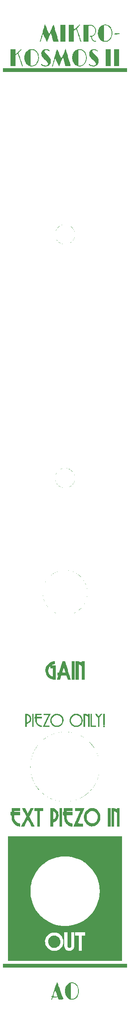
<source format=gto>
G04 #@! TF.GenerationSoftware,KiCad,Pcbnew,6.0.7-f9a2dced07~116~ubuntu22.04.1*
G04 #@! TF.CreationDate,2022-09-02T22:13:25-04:00*
G04 #@! TF.ProjectId,mikrokosmos-ii-panel,6d696b72-6f6b-46f7-936d-6f732d69692d,rev?*
G04 #@! TF.SameCoordinates,Original*
G04 #@! TF.FileFunction,Legend,Top*
G04 #@! TF.FilePolarity,Positive*
%FSLAX46Y46*%
G04 Gerber Fmt 4.6, Leading zero omitted, Abs format (unit mm)*
G04 Created by KiCad (PCBNEW 6.0.7-f9a2dced07~116~ubuntu22.04.1) date 2022-09-02 22:13:25*
%MOMM*%
%LPD*%
G01*
G04 APERTURE LIST*
G04 APERTURE END LIST*
G04 #@! TO.C,GRAF2*
G36*
X28697424Y-48541446D02*
G01*
X28733483Y-48543418D01*
X28764302Y-48547070D01*
X28748756Y-48550053D01*
X28691330Y-48552053D01*
X28600000Y-48552756D01*
X28506280Y-48552008D01*
X28450097Y-48549973D01*
X28435936Y-48546964D01*
X28466516Y-48543418D01*
X28578161Y-48539653D01*
X28697424Y-48541446D01*
G37*
G36*
X32888422Y-121211078D02*
G01*
X32891464Y-121241252D01*
X32888422Y-121244979D01*
X32873306Y-121241489D01*
X32871471Y-121228028D01*
X32880774Y-121207100D01*
X32888422Y-121211078D01*
G37*
G36*
X30549701Y-99077716D02*
G01*
X30552732Y-99117452D01*
X30547693Y-99126448D01*
X30536137Y-99118865D01*
X30534339Y-99093077D01*
X30540549Y-99065947D01*
X30549701Y-99077716D01*
G37*
G36*
X22090312Y-155081982D02*
G01*
X22077653Y-155123766D01*
X22065665Y-155145546D01*
X22045519Y-155165897D01*
X22041019Y-155158259D01*
X22053678Y-155116475D01*
X22065665Y-155094695D01*
X22085812Y-155074344D01*
X22090312Y-155081982D01*
G37*
G36*
X24294628Y-123906173D02*
G01*
X24297671Y-123936347D01*
X24294628Y-123940074D01*
X24279512Y-123936584D01*
X24277677Y-123923124D01*
X24286980Y-123902196D01*
X24294628Y-123906173D01*
G37*
G36*
X22451374Y-160988444D02*
G01*
X22482300Y-161040172D01*
X22497898Y-161069670D01*
X22526230Y-161130117D01*
X22538469Y-161166547D01*
X22537069Y-161171372D01*
X22518996Y-161150896D01*
X22488070Y-161099169D01*
X22472472Y-161069670D01*
X22444140Y-161009223D01*
X22431901Y-160972794D01*
X22433301Y-160967968D01*
X22451374Y-160988444D01*
G37*
G36*
X26765532Y-51333819D02*
G01*
X26794422Y-51382549D01*
X26815094Y-51423081D01*
X26849339Y-51499955D01*
X26858215Y-51533175D01*
X26844247Y-51521606D01*
X26809957Y-51464116D01*
X26793538Y-51432772D01*
X26763918Y-51369082D01*
X26749686Y-51326925D01*
X26750087Y-51318915D01*
X26765532Y-51333819D01*
G37*
G36*
X35208385Y-155295215D02*
G01*
X35230295Y-155347519D01*
X35248749Y-155399800D01*
X35270978Y-155473909D01*
X35282101Y-155525876D01*
X35281468Y-155540821D01*
X35268731Y-155524960D01*
X35247009Y-155472921D01*
X35228771Y-155419777D01*
X35207070Y-155345419D01*
X35195835Y-155293557D01*
X35196052Y-155278757D01*
X35208385Y-155295215D01*
G37*
G36*
X24294628Y-121287354D02*
G01*
X24297671Y-121317528D01*
X24294628Y-121321255D01*
X24279512Y-121317765D01*
X24277677Y-121304305D01*
X24286980Y-121283377D01*
X24294628Y-121287354D01*
G37*
G36*
X20712776Y-146983984D02*
G01*
X20949424Y-147007258D01*
X21166652Y-147075214D01*
X21359930Y-147185057D01*
X21524725Y-147333992D01*
X21656505Y-147519224D01*
X21692086Y-147588073D01*
X21731231Y-147675669D01*
X21755342Y-147748529D01*
X21767987Y-147824793D01*
X21772733Y-147922603D01*
X21773273Y-148001001D01*
X21771605Y-148120982D01*
X21764224Y-148208298D01*
X21747563Y-148281092D01*
X21718054Y-148357504D01*
X21692086Y-148413929D01*
X21574748Y-148606090D01*
X21422071Y-148768047D01*
X21241285Y-148893959D01*
X21039619Y-148977988D01*
X20972919Y-148994851D01*
X20845245Y-149022232D01*
X20845245Y-149628229D01*
X20565565Y-149628229D01*
X20565565Y-148712913D01*
X20845245Y-148712913D01*
X20909654Y-148712913D01*
X20969207Y-148701533D01*
X21049780Y-148672501D01*
X21096277Y-148650983D01*
X21246165Y-148547190D01*
X21374039Y-148400625D01*
X21435641Y-148299043D01*
X21468898Y-148221159D01*
X21486550Y-148134485D01*
X21492298Y-148019586D01*
X21492363Y-148001001D01*
X21471864Y-147811430D01*
X21408797Y-147647142D01*
X21300644Y-147502089D01*
X21273391Y-147474862D01*
X21188584Y-147408367D01*
X21086779Y-147349361D01*
X20985927Y-147306808D01*
X20903983Y-147289672D01*
X20902452Y-147289648D01*
X20845245Y-147289089D01*
X20845245Y-148712913D01*
X20565565Y-148712913D01*
X20565565Y-146983984D01*
X20712776Y-146983984D01*
G37*
G36*
X33015437Y-121679330D02*
G01*
X33018795Y-121731384D01*
X33015437Y-121742893D01*
X33006157Y-121746087D01*
X33002613Y-121711112D01*
X33006609Y-121675017D01*
X33015437Y-121679330D01*
G37*
G36*
X32642642Y-120605106D02*
G01*
X32629930Y-120617818D01*
X32617217Y-120605106D01*
X32629930Y-120592393D01*
X32642642Y-120605106D01*
G37*
G36*
X27981314Y-101455523D02*
G01*
X27977824Y-101470638D01*
X27964364Y-101472473D01*
X27943436Y-101463170D01*
X27947414Y-101455523D01*
X27977588Y-101452480D01*
X27981314Y-101455523D01*
G37*
G36*
X24557357Y-120655956D02*
G01*
X24544644Y-120668669D01*
X24531932Y-120655956D01*
X24544644Y-120643244D01*
X24557357Y-120655956D01*
G37*
G36*
X26150684Y-151085953D02*
G01*
X26147194Y-151101068D01*
X26133734Y-151102903D01*
X26112806Y-151093601D01*
X26116783Y-151085953D01*
X26146957Y-151082910D01*
X26150684Y-151085953D01*
G37*
G36*
X30292575Y-49464765D02*
G01*
X30325186Y-49512919D01*
X30364651Y-49580700D01*
X30403679Y-49654090D01*
X30434980Y-49719069D01*
X30451264Y-49761619D01*
X30451409Y-49770196D01*
X30436837Y-49753205D01*
X30405159Y-49700991D01*
X30362374Y-49623632D01*
X30347754Y-49596047D01*
X30309207Y-49519808D01*
X30287823Y-49471599D01*
X30286506Y-49458332D01*
X30292575Y-49464765D01*
G37*
G36*
X29903053Y-150755534D02*
G01*
X29906247Y-150764814D01*
X29871271Y-150768358D01*
X29835176Y-150764363D01*
X29839489Y-150755534D01*
X29891544Y-150752176D01*
X29903053Y-150755534D01*
G37*
G36*
X21700646Y-156419286D02*
G01*
X21701904Y-156423657D01*
X21705626Y-156479042D01*
X21700962Y-156499934D01*
X21692615Y-156500779D01*
X21689206Y-156460977D01*
X21689241Y-156454955D01*
X21692907Y-156415522D01*
X21700646Y-156419286D01*
G37*
G36*
X22649968Y-161346313D02*
G01*
X22685986Y-161393599D01*
X22737995Y-161466962D01*
X22796275Y-161552753D01*
X22991137Y-161824749D01*
X23217352Y-162106881D01*
X23464551Y-162387877D01*
X23722369Y-162656465D01*
X23980437Y-162901373D01*
X24228388Y-163111329D01*
X24233183Y-163115102D01*
X24336892Y-163197213D01*
X24405079Y-163253020D01*
X24442730Y-163286960D01*
X24454830Y-163303468D01*
X24449026Y-163307108D01*
X24427810Y-163292192D01*
X24375119Y-163251653D01*
X24299053Y-163191800D01*
X24213840Y-163123861D01*
X23931980Y-162882712D01*
X23650116Y-162613087D01*
X23377073Y-162324839D01*
X23121676Y-162027821D01*
X22892747Y-161731887D01*
X22699111Y-161446892D01*
X22670314Y-161400201D01*
X22638888Y-161345685D01*
X22633188Y-161329032D01*
X22649968Y-161346313D01*
G37*
G36*
X35506652Y-158809276D02*
G01*
X35507910Y-158813647D01*
X35511632Y-158869032D01*
X35506968Y-158889924D01*
X35498621Y-158890769D01*
X35495212Y-158850967D01*
X35495247Y-158844945D01*
X35498913Y-158805512D01*
X35506652Y-158809276D01*
G37*
G36*
X33093119Y-122912812D02*
G01*
X33097302Y-122988005D01*
X33092772Y-123039940D01*
X33086817Y-123050171D01*
X33082979Y-123016858D01*
X33082147Y-122969670D01*
X33084049Y-122911982D01*
X33088605Y-122895108D01*
X33093119Y-122912812D01*
G37*
G36*
X32591792Y-124724024D02*
G01*
X32579079Y-124736737D01*
X32566366Y-124724024D01*
X32579079Y-124711312D01*
X32591792Y-124724024D01*
G37*
G36*
X26732987Y-118513502D02*
G01*
X26716708Y-118528286D01*
X26665128Y-118558669D01*
X26588888Y-118598449D01*
X26577862Y-118603918D01*
X26498094Y-118641723D01*
X26439653Y-118666504D01*
X26413794Y-118673540D01*
X26413413Y-118672902D01*
X26434099Y-118655785D01*
X26486619Y-118625341D01*
X26556663Y-118588706D01*
X26629924Y-118553018D01*
X26692093Y-118525413D01*
X26728862Y-118513028D01*
X26732987Y-118513502D01*
G37*
G36*
X27837237Y-52388689D02*
G01*
X27824524Y-52401402D01*
X27811812Y-52388689D01*
X27824524Y-52375976D01*
X27837237Y-52388689D01*
G37*
G36*
X24407908Y-124236492D02*
G01*
X24424753Y-124278623D01*
X24422989Y-124294796D01*
X24405646Y-124285731D01*
X24395233Y-124265384D01*
X24380828Y-124217105D01*
X24386742Y-124207473D01*
X24407908Y-124236492D01*
G37*
G36*
X22243643Y-149628229D02*
G01*
X21963964Y-149628229D01*
X21963964Y-146983984D01*
X22243643Y-146983984D01*
X22243643Y-149628229D01*
G37*
G36*
X32837571Y-124135002D02*
G01*
X32840614Y-124165176D01*
X32837571Y-124168903D01*
X32822455Y-124165412D01*
X32820620Y-124151952D01*
X32829923Y-124131024D01*
X32837571Y-124135002D01*
G37*
G36*
X38462799Y-165972525D02*
G01*
X38721073Y-166034022D01*
X38924131Y-166117331D01*
X38995102Y-166152137D01*
X39046021Y-166174961D01*
X39061717Y-166180181D01*
X39069806Y-166157437D01*
X39074655Y-166099898D01*
X39075275Y-166065766D01*
X39075275Y-165951352D01*
X39609209Y-165951352D01*
X39609209Y-169663464D01*
X39075275Y-169663464D01*
X39075275Y-166919165D01*
X38941792Y-166819502D01*
X38798377Y-166722505D01*
X38657686Y-166645561D01*
X38547698Y-166601249D01*
X38490490Y-166583561D01*
X38490490Y-169663464D01*
X37956556Y-169663464D01*
X37956556Y-165951352D01*
X38192253Y-165951352D01*
X38462799Y-165972525D01*
G37*
G36*
X34803804Y-154370070D02*
G01*
X34791091Y-154382783D01*
X34778378Y-154370070D01*
X34791091Y-154357358D01*
X34803804Y-154370070D01*
G37*
G36*
X26150684Y-164205473D02*
G01*
X26147194Y-164220588D01*
X26133734Y-164222423D01*
X26112806Y-164213120D01*
X26116783Y-164205473D01*
X26146957Y-164202430D01*
X26150684Y-164205473D01*
G37*
G36*
X30837437Y-126528662D02*
G01*
X30816536Y-126544450D01*
X30762049Y-126575791D01*
X30686301Y-126616375D01*
X30601616Y-126659891D01*
X30520319Y-126700029D01*
X30454735Y-126730479D01*
X30417189Y-126744930D01*
X30414245Y-126745346D01*
X30406835Y-126736057D01*
X30407324Y-126735589D01*
X30437141Y-126717214D01*
X30497381Y-126685479D01*
X30576052Y-126646153D01*
X30661164Y-126605004D01*
X30740726Y-126567802D01*
X30802747Y-126540314D01*
X30835236Y-126528309D01*
X30837437Y-126528662D01*
G37*
G36*
X32965116Y-123714953D02*
G01*
X32968147Y-123754690D01*
X32963109Y-123763685D01*
X32951553Y-123756102D01*
X32949755Y-123730314D01*
X32955964Y-123703184D01*
X32965116Y-123714953D01*
G37*
G36*
X28736154Y-13219042D02*
G01*
X28757479Y-13286835D01*
X28790117Y-13394051D01*
X28832692Y-13535971D01*
X28883827Y-13707872D01*
X28942147Y-13905033D01*
X29006275Y-14122733D01*
X29074835Y-14356251D01*
X29146451Y-14600865D01*
X29219747Y-14851854D01*
X29293347Y-15104496D01*
X29365875Y-15354071D01*
X29435954Y-15595856D01*
X29502209Y-15825131D01*
X29563263Y-16037174D01*
X29617740Y-16227263D01*
X29664265Y-16390678D01*
X29701460Y-16522697D01*
X29727950Y-16618599D01*
X29742359Y-16673662D01*
X29744638Y-16685035D01*
X29720596Y-16690314D01*
X29654800Y-16694812D01*
X29556303Y-16698480D01*
X29434158Y-16701270D01*
X29297421Y-16703132D01*
X29155145Y-16704017D01*
X29016383Y-16703876D01*
X28890190Y-16702660D01*
X28785620Y-16700320D01*
X28711726Y-16696808D01*
X28677562Y-16692073D01*
X28676276Y-16690825D01*
X28669759Y-16661250D01*
X28651462Y-16589552D01*
X28623262Y-16482589D01*
X28587041Y-16347220D01*
X28544675Y-16190305D01*
X28498045Y-16018700D01*
X28449030Y-15839266D01*
X28399508Y-15658861D01*
X28351360Y-15484343D01*
X28306463Y-15322571D01*
X28266697Y-15180404D01*
X28233941Y-15064701D01*
X28210075Y-14982319D01*
X28196977Y-14940118D01*
X28195785Y-14937037D01*
X28173146Y-14886187D01*
X28152689Y-14937037D01*
X28138876Y-14971475D01*
X28108362Y-15047617D01*
X28063350Y-15159964D01*
X28006043Y-15303014D01*
X27938646Y-15471267D01*
X27863362Y-15659221D01*
X27782395Y-15861376D01*
X27770734Y-15890491D01*
X27409235Y-16793093D01*
X27234573Y-16424425D01*
X27165920Y-16279170D01*
X27083078Y-16103352D01*
X26993347Y-15912498D01*
X26904028Y-15722132D01*
X26832007Y-15568289D01*
X26764016Y-15425075D01*
X26702692Y-15300100D01*
X26651358Y-15199795D01*
X26613337Y-15130591D01*
X26591951Y-15098919D01*
X26588986Y-15097918D01*
X26578189Y-15126491D01*
X26556461Y-15196848D01*
X26525933Y-15301625D01*
X26488732Y-15433462D01*
X26446987Y-15584997D01*
X26429636Y-15648949D01*
X26354585Y-15924845D01*
X26290953Y-16154369D01*
X26237844Y-16340488D01*
X26194365Y-16486167D01*
X26159622Y-16594373D01*
X26132721Y-16668071D01*
X26112768Y-16710228D01*
X26107384Y-16717930D01*
X26055933Y-16752272D01*
X26006545Y-16737786D01*
X25982532Y-16706629D01*
X25972373Y-16675897D01*
X25972809Y-16633858D01*
X25985781Y-16572723D01*
X26013227Y-16484708D01*
X26057087Y-16362026D01*
X26090828Y-16271872D01*
X26109080Y-16217133D01*
X26139408Y-16118339D01*
X26180381Y-15980461D01*
X26230564Y-15808467D01*
X26288524Y-15607326D01*
X26352827Y-15382008D01*
X26422039Y-15137481D01*
X26494727Y-14878715D01*
X26552948Y-14670070D01*
X26625783Y-14409055D01*
X26694957Y-14162650D01*
X26759218Y-13935223D01*
X26817311Y-13731136D01*
X26867984Y-13554757D01*
X26909984Y-13410448D01*
X26942056Y-13302576D01*
X26962949Y-13235505D01*
X26971097Y-13213692D01*
X26984729Y-13231973D01*
X27016120Y-13292345D01*
X27063112Y-13390114D01*
X27123545Y-13520583D01*
X27195261Y-13679057D01*
X27276101Y-13860841D01*
X27363905Y-14061239D01*
X27415320Y-14179858D01*
X27506362Y-14390198D01*
X27591543Y-14586020D01*
X27668690Y-14762397D01*
X27735625Y-14914400D01*
X27790174Y-15037098D01*
X27830162Y-15125563D01*
X27853414Y-15174866D01*
X27858221Y-15183446D01*
X27871299Y-15164544D01*
X27901699Y-15103344D01*
X27947335Y-15004552D01*
X28006124Y-14872871D01*
X28075979Y-14713007D01*
X28154817Y-14529664D01*
X28240551Y-14327546D01*
X28294857Y-14198211D01*
X28383791Y-13986320D01*
X28466900Y-13789674D01*
X28542111Y-13613084D01*
X28607348Y-13461361D01*
X28660535Y-13339314D01*
X28699597Y-13251754D01*
X28722459Y-13203491D01*
X28727518Y-13195396D01*
X28736154Y-13219042D01*
G37*
G36*
X22155736Y-160400054D02*
G01*
X22187057Y-160451985D01*
X22195755Y-160468215D01*
X22225009Y-160529658D01*
X22238095Y-160569551D01*
X22237326Y-160575954D01*
X22221419Y-160562104D01*
X22193994Y-160515322D01*
X22184637Y-160496416D01*
X22153388Y-160425156D01*
X22144134Y-160392073D01*
X22155736Y-160400054D01*
G37*
G36*
X27801145Y-48705094D02*
G01*
X27765174Y-48728351D01*
X27698098Y-48766918D01*
X27646546Y-48795234D01*
X27521828Y-48870939D01*
X27397764Y-48964609D01*
X27262084Y-49085909D01*
X27195366Y-49150702D01*
X27110784Y-49233114D01*
X27045460Y-49294147D01*
X27004245Y-49329491D01*
X26991989Y-49334841D01*
X26996557Y-49327230D01*
X27083584Y-49222994D01*
X27199996Y-49108822D01*
X27334666Y-48993392D01*
X27476464Y-48885381D01*
X27614263Y-48793467D01*
X27736935Y-48726328D01*
X27799099Y-48701401D01*
X27801145Y-48705094D01*
G37*
G36*
X30523857Y-100107975D02*
G01*
X30526900Y-100138149D01*
X30523857Y-100141876D01*
X30508742Y-100138385D01*
X30506907Y-100124925D01*
X30516209Y-100103997D01*
X30523857Y-100107975D01*
G37*
G36*
X35481703Y-158953003D02*
G01*
X35485062Y-159005058D01*
X35481703Y-159016567D01*
X35472423Y-159019761D01*
X35468879Y-158984785D01*
X35472875Y-158948690D01*
X35481703Y-158953003D01*
G37*
G36*
X35532077Y-158656723D02*
G01*
X35533335Y-158661095D01*
X35537057Y-158716479D01*
X35532393Y-158737371D01*
X35524046Y-158738216D01*
X35520637Y-158698414D01*
X35520672Y-158692393D01*
X35524338Y-158652959D01*
X35532077Y-158656723D01*
G37*
G36*
X35532077Y-156571838D02*
G01*
X35533335Y-156576210D01*
X35537057Y-156631594D01*
X35532393Y-156652486D01*
X35524046Y-156653331D01*
X35520637Y-156613529D01*
X35520672Y-156607508D01*
X35524338Y-156568074D01*
X35532077Y-156571838D01*
G37*
G36*
X28697424Y-97561666D02*
G01*
X28733483Y-97563638D01*
X28764302Y-97567290D01*
X28748756Y-97570273D01*
X28691330Y-97572273D01*
X28600000Y-97572976D01*
X28506280Y-97572228D01*
X28450097Y-97570193D01*
X28435936Y-97567184D01*
X28466516Y-97563638D01*
X28578161Y-97559874D01*
X28697424Y-97561666D01*
G37*
G36*
X35355106Y-155750989D02*
G01*
X35358137Y-155790726D01*
X35353099Y-155799721D01*
X35341543Y-155792138D01*
X35339745Y-155766350D01*
X35345954Y-155739220D01*
X35355106Y-155750989D01*
G37*
G36*
X35283806Y-159772973D02*
G01*
X35274226Y-159821900D01*
X35250050Y-159886548D01*
X35249667Y-159887388D01*
X35226536Y-159931437D01*
X35214924Y-159940902D01*
X35214610Y-159938239D01*
X35223046Y-159899374D01*
X35243987Y-159836440D01*
X35248749Y-159823824D01*
X35270261Y-159776762D01*
X35282675Y-159766539D01*
X35283806Y-159772973D01*
G37*
G36*
X35329262Y-155662530D02*
G01*
X35332305Y-155692704D01*
X35329262Y-155696430D01*
X35314147Y-155692940D01*
X35312312Y-155679480D01*
X35321615Y-155658552D01*
X35329262Y-155662530D01*
G37*
G36*
X26610165Y-99432935D02*
G01*
X26613898Y-99540061D01*
X26612216Y-99650755D01*
X26610045Y-99687189D01*
X26606250Y-99713814D01*
X26603200Y-99694487D01*
X26601237Y-99634105D01*
X26600677Y-99552853D01*
X26601508Y-99462635D01*
X26603670Y-99410871D01*
X26606824Y-99401860D01*
X26610165Y-99432935D01*
G37*
G36*
X39532933Y-16704105D02*
G01*
X38515916Y-16704105D01*
X38515916Y-13297097D01*
X39532933Y-13297097D01*
X39532933Y-16704105D01*
G37*
G36*
X35405957Y-155954392D02*
G01*
X35408988Y-155994129D01*
X35403950Y-156003124D01*
X35392393Y-155995542D01*
X35390596Y-155969753D01*
X35396805Y-155942624D01*
X35405957Y-155954392D01*
G37*
G36*
X25942701Y-151165870D02*
G01*
X25906808Y-151190798D01*
X25904905Y-151191892D01*
X25850159Y-151218518D01*
X25815916Y-151228229D01*
X25816257Y-151217914D01*
X25852151Y-151192987D01*
X25854054Y-151191892D01*
X25908800Y-151165266D01*
X25943043Y-151155556D01*
X25942701Y-151165870D01*
G37*
G36*
X26921922Y-126786812D02*
G01*
X26977390Y-126804090D01*
X27023104Y-126824067D01*
X27045722Y-126839943D01*
X27036336Y-126845128D01*
X26997458Y-126834611D01*
X26938039Y-126809643D01*
X26934634Y-126808015D01*
X26889862Y-126785161D01*
X26889909Y-126779965D01*
X26921922Y-126786812D01*
G37*
G36*
X24626241Y-138275776D02*
G01*
X24635113Y-138060506D01*
X24666851Y-137868043D01*
X24726068Y-137679025D01*
X24816983Y-137474875D01*
X24873317Y-137369230D01*
X24933199Y-137276949D01*
X25006641Y-137184890D01*
X25103658Y-137079912D01*
X25166653Y-137015950D01*
X25284444Y-136901620D01*
X25383425Y-136815601D01*
X25477500Y-136747277D01*
X25580577Y-136686030D01*
X25639672Y-136654828D01*
X25922890Y-136531945D01*
X26212588Y-136448611D01*
X26394344Y-136418238D01*
X26540540Y-136401148D01*
X26540540Y-137017218D01*
X26456893Y-137017218D01*
X26347130Y-137028868D01*
X26213650Y-137060007D01*
X26076899Y-137104919D01*
X25961449Y-137155723D01*
X25841341Y-137218253D01*
X26292642Y-137219437D01*
X26743944Y-137220621D01*
X26743944Y-140119120D01*
X26457908Y-140117001D01*
X26323358Y-140112696D01*
X26189914Y-140102790D01*
X26076256Y-140088935D01*
X26021009Y-140078393D01*
X25782260Y-139998017D01*
X25544960Y-139876168D01*
X25321595Y-139721009D01*
X25124653Y-139540705D01*
X25028889Y-139429662D01*
X24858205Y-139177920D01*
X24736015Y-138918466D01*
X24659969Y-138644570D01*
X24627775Y-138350008D01*
X25222092Y-138350008D01*
X25235861Y-138513438D01*
X25241761Y-138545424D01*
X25300672Y-138736348D01*
X25393534Y-138923662D01*
X25511914Y-139094586D01*
X25647383Y-139236340D01*
X25746432Y-139310473D01*
X25813807Y-139348864D01*
X25898498Y-139392058D01*
X25985781Y-139433177D01*
X26060932Y-139465344D01*
X26109226Y-139481682D01*
X26114664Y-139482463D01*
X26119261Y-139458286D01*
X26123458Y-139389219D01*
X26127120Y-139281225D01*
X26130108Y-139140263D01*
X26132284Y-138972295D01*
X26133510Y-138783282D01*
X26133734Y-138657158D01*
X26133734Y-137830831D01*
X25625225Y-137830831D01*
X25625225Y-137614715D01*
X25622698Y-137517056D01*
X25615953Y-137442365D01*
X25606248Y-137402311D01*
X25601955Y-137398599D01*
X25570527Y-137419190D01*
X25522181Y-137473874D01*
X25464194Y-137552019D01*
X25403844Y-137642994D01*
X25348409Y-137736167D01*
X25305167Y-137820906D01*
X25292907Y-137850078D01*
X25252197Y-137996815D01*
X25228064Y-138170629D01*
X25222092Y-138350008D01*
X24627775Y-138350008D01*
X24627720Y-138349503D01*
X24626241Y-138275776D01*
G37*
G36*
X26659611Y-99077716D02*
G01*
X26662642Y-99117452D01*
X26657603Y-99126448D01*
X26646047Y-99118865D01*
X26644249Y-99093077D01*
X26650459Y-99065947D01*
X26659611Y-99077716D01*
G37*
G36*
X27040884Y-118391651D02*
G01*
X27023623Y-118405806D01*
X26977272Y-118427321D01*
X26960060Y-118430453D01*
X26955512Y-118419961D01*
X26972773Y-118405806D01*
X27019124Y-118384292D01*
X27036336Y-118381159D01*
X27040884Y-118391651D01*
G37*
G36*
X34765981Y-160987544D02*
G01*
X34741947Y-161038300D01*
X34704436Y-161108279D01*
X34660174Y-161185523D01*
X34615883Y-161258076D01*
X34578289Y-161313978D01*
X34567105Y-161328432D01*
X34518089Y-161387488D01*
X34555549Y-161323924D01*
X34587944Y-161267981D01*
X34634174Y-161187008D01*
X34675407Y-161114165D01*
X34718911Y-161039947D01*
X34752949Y-160987328D01*
X34769814Y-160967968D01*
X34765981Y-160987544D01*
G37*
G36*
X29153299Y-118134083D02*
G01*
X29159243Y-118140955D01*
X29122730Y-118144812D01*
X29095796Y-118145140D01*
X29046557Y-118142637D01*
X29039087Y-118136894D01*
X29051598Y-118133570D01*
X29117847Y-118129476D01*
X29153299Y-118134083D01*
G37*
G36*
X32681863Y-120710965D02*
G01*
X32713184Y-120762896D01*
X32721881Y-120779126D01*
X32751135Y-120840569D01*
X32764221Y-120880462D01*
X32763452Y-120886865D01*
X32747545Y-120873015D01*
X32720120Y-120826233D01*
X32710763Y-120807327D01*
X32679514Y-120736067D01*
X32670260Y-120702984D01*
X32681863Y-120710965D01*
G37*
G36*
X27222042Y-126890676D02*
G01*
X27239740Y-126897898D01*
X27268396Y-126915239D01*
X27252452Y-126921147D01*
X27198175Y-126909141D01*
X27176176Y-126897898D01*
X27156207Y-126878832D01*
X27174692Y-126876424D01*
X27222042Y-126890676D01*
G37*
G36*
X30879813Y-151009677D02*
G01*
X30876323Y-151024792D01*
X30862863Y-151026627D01*
X30841935Y-151017324D01*
X30845912Y-151009677D01*
X30876086Y-151006634D01*
X30879813Y-151009677D01*
G37*
G36*
X29714344Y-97888039D02*
G01*
X29761393Y-97920151D01*
X29833199Y-97979688D01*
X29919612Y-98057097D01*
X30010482Y-98142828D01*
X30095659Y-98227329D01*
X30164992Y-98301047D01*
X30205295Y-98350052D01*
X30236866Y-98396671D01*
X30248649Y-98418830D01*
X30248027Y-98419142D01*
X30228262Y-98401099D01*
X30180288Y-98353577D01*
X30111201Y-98283695D01*
X30028095Y-98198572D01*
X30023824Y-98194171D01*
X29932102Y-98101503D01*
X29845603Y-98017381D01*
X29774512Y-97951518D01*
X29731431Y-97915368D01*
X29692231Y-97884171D01*
X29696034Y-97879914D01*
X29714344Y-97888039D01*
G37*
G36*
X26684618Y-100107975D02*
G01*
X26687661Y-100138149D01*
X26684618Y-100141876D01*
X26669502Y-100138385D01*
X26667667Y-100124925D01*
X26676970Y-100103997D01*
X26684618Y-100107975D01*
G37*
G36*
X32939691Y-121375814D02*
G01*
X32942722Y-121415551D01*
X32937683Y-121424546D01*
X32926127Y-121416963D01*
X32924329Y-121391175D01*
X32930539Y-121364045D01*
X32939691Y-121375814D01*
G37*
G36*
X32254905Y-151659505D02*
G01*
X32304008Y-151690007D01*
X32351894Y-151724729D01*
X32384262Y-151752615D01*
X32388388Y-151762727D01*
X32360817Y-151750542D01*
X32308337Y-151719840D01*
X32293043Y-151710188D01*
X32239096Y-151672420D01*
X32212375Y-151647726D01*
X32217405Y-151642120D01*
X32254905Y-151659505D01*
G37*
G36*
X27269403Y-118312580D02*
G01*
X27265912Y-118327695D01*
X27252452Y-118329530D01*
X27231524Y-118320227D01*
X27235502Y-118312580D01*
X27265676Y-118309537D01*
X27269403Y-118312580D01*
G37*
G36*
X34500890Y-161435142D02*
G01*
X34481434Y-161472430D01*
X34422913Y-161566994D01*
X34336240Y-161690209D01*
X34228108Y-161833691D01*
X34105212Y-161989055D01*
X33974246Y-162147919D01*
X33841905Y-162301899D01*
X33714883Y-162442612D01*
X33662208Y-162498366D01*
X33464444Y-162696310D01*
X33257201Y-162889532D01*
X33050875Y-163068964D01*
X32855863Y-163225533D01*
X32697092Y-163340433D01*
X32638005Y-163379312D01*
X32611122Y-163394736D01*
X32620832Y-163384286D01*
X32627939Y-163378571D01*
X32676568Y-163340139D01*
X32754478Y-163278597D01*
X32851037Y-163202342D01*
X32955613Y-163119772D01*
X32958354Y-163117608D01*
X33300650Y-162826097D01*
X33634662Y-162500828D01*
X33947725Y-162155168D01*
X34227175Y-161802482D01*
X34297920Y-161703937D01*
X34387857Y-161576232D01*
X34451127Y-161488017D01*
X34489727Y-161436774D01*
X34505649Y-161419987D01*
X34500890Y-161435142D01*
G37*
G36*
X24499823Y-163323244D02*
G01*
X24548187Y-163351964D01*
X24595495Y-163383384D01*
X24658643Y-163428752D01*
X24700196Y-163462291D01*
X24709910Y-163473594D01*
X24707370Y-163481999D01*
X24693179Y-163477395D01*
X24657481Y-163454289D01*
X24590416Y-163407187D01*
X24589139Y-163406283D01*
X24528223Y-163360939D01*
X24489034Y-163327549D01*
X24481081Y-163317206D01*
X24499823Y-163323244D01*
G37*
G36*
X27233383Y-150780959D02*
G01*
X27236577Y-150790240D01*
X27201601Y-150793784D01*
X27165507Y-150789788D01*
X27169820Y-150780959D01*
X27221874Y-150777601D01*
X27233383Y-150780959D01*
G37*
G36*
X31087763Y-118848323D02*
G01*
X31115058Y-118873924D01*
X31109459Y-118888642D01*
X31105905Y-118888889D01*
X31084400Y-118870830D01*
X31076551Y-118859535D01*
X31073554Y-118842137D01*
X31087763Y-118848323D01*
G37*
G36*
X26659611Y-100018456D02*
G01*
X26662642Y-100058193D01*
X26657603Y-100067188D01*
X26646047Y-100059606D01*
X26644249Y-100033818D01*
X26650459Y-100006688D01*
X26659611Y-100018456D01*
G37*
G36*
X24608208Y-124673174D02*
G01*
X24595495Y-124685886D01*
X24582783Y-124673174D01*
X24595495Y-124660461D01*
X24608208Y-124673174D01*
G37*
G36*
X24167389Y-123357408D02*
G01*
X24170747Y-123409462D01*
X24167389Y-123420971D01*
X24158109Y-123424165D01*
X24154565Y-123389190D01*
X24158561Y-123353095D01*
X24167389Y-123357408D01*
G37*
G36*
X27652373Y-127009664D02*
G01*
X27644790Y-127021220D01*
X27619002Y-127023018D01*
X27591872Y-127016809D01*
X27603641Y-127007657D01*
X27643378Y-127004626D01*
X27652373Y-127009664D01*
G37*
G36*
X32888422Y-123982450D02*
G01*
X32891464Y-124012624D01*
X32888422Y-124016350D01*
X32873306Y-124012860D01*
X32871471Y-123999400D01*
X32880774Y-123978472D01*
X32888422Y-123982450D01*
G37*
G36*
X24142651Y-121971722D02*
G01*
X24146605Y-122036207D01*
X24142651Y-122060711D01*
X24135282Y-122068624D01*
X24131270Y-122033467D01*
X24131024Y-122016217D01*
X24133675Y-121969960D01*
X24140274Y-121964508D01*
X24142651Y-121971722D01*
G37*
G36*
X30498432Y-100184251D02*
G01*
X30501475Y-100214425D01*
X30498432Y-100218152D01*
X30483316Y-100214662D01*
X30481481Y-100201202D01*
X30490784Y-100180274D01*
X30498432Y-100184251D01*
G37*
G36*
X29496730Y-127033773D02*
G01*
X29497575Y-127042120D01*
X29457773Y-127045529D01*
X29451752Y-127045494D01*
X29412318Y-127041828D01*
X29416082Y-127034089D01*
X29420454Y-127032831D01*
X29475838Y-127029109D01*
X29496730Y-127033773D01*
G37*
G36*
X32495055Y-120332830D02*
G01*
X32524543Y-120381968D01*
X32528228Y-120388989D01*
X32551272Y-120439856D01*
X32556158Y-120464763D01*
X32554959Y-120465266D01*
X32535976Y-120445148D01*
X32506488Y-120396011D01*
X32502803Y-120388989D01*
X32479758Y-120338122D01*
X32474872Y-120313216D01*
X32476071Y-120312713D01*
X32495055Y-120332830D01*
G37*
G36*
X25116717Y-151571485D02*
G01*
X25097226Y-151591905D01*
X25065866Y-151611412D01*
X25026555Y-151627779D01*
X25015015Y-151625914D01*
X25034505Y-151605493D01*
X25065866Y-151585986D01*
X25105177Y-151569619D01*
X25116717Y-151571485D01*
G37*
G36*
X27513547Y-150730270D02*
G01*
X27514392Y-150738617D01*
X27474590Y-150742026D01*
X27468568Y-150741991D01*
X27429135Y-150738324D01*
X27432899Y-150730586D01*
X27437270Y-150729328D01*
X27492655Y-150725606D01*
X27513547Y-150730270D01*
G37*
G36*
X27106256Y-164485264D02*
G01*
X27109450Y-164494544D01*
X27074474Y-164498088D01*
X27038380Y-164494092D01*
X27042693Y-164485264D01*
X27094747Y-164481906D01*
X27106256Y-164485264D01*
G37*
G36*
X30042363Y-164512167D02*
G01*
X30034780Y-164523723D01*
X30008992Y-164525521D01*
X29981862Y-164519311D01*
X29993631Y-164510159D01*
X30033368Y-164507128D01*
X30042363Y-164512167D01*
G37*
G36*
X35176710Y-155204872D02*
G01*
X35179753Y-155235046D01*
X35176710Y-155238773D01*
X35161594Y-155235282D01*
X35159760Y-155221822D01*
X35169062Y-155200894D01*
X35176710Y-155204872D01*
G37*
G36*
X35137438Y-155102958D02*
G01*
X35154282Y-155145089D01*
X35152518Y-155161262D01*
X35135175Y-155152198D01*
X35124762Y-155131850D01*
X35110357Y-155083572D01*
X35116272Y-155073940D01*
X35137438Y-155102958D01*
G37*
G36*
X30042363Y-150782437D02*
G01*
X30034780Y-150793993D01*
X30008992Y-150795791D01*
X29981862Y-150789582D01*
X29993631Y-150780430D01*
X30033368Y-150777399D01*
X30042363Y-150782437D01*
G37*
G36*
X27447381Y-118261729D02*
G01*
X27443890Y-118276844D01*
X27430430Y-118278679D01*
X27409502Y-118269376D01*
X27413480Y-118261729D01*
X27443654Y-118258686D01*
X27447381Y-118261729D01*
G37*
G36*
X32862996Y-121134802D02*
G01*
X32866039Y-121164976D01*
X32862996Y-121168702D01*
X32847881Y-121165212D01*
X32846046Y-121151752D01*
X32855349Y-121130824D01*
X32862996Y-121134802D01*
G37*
G36*
X20925446Y-16379531D02*
G01*
X20906240Y-16360861D01*
X20803615Y-16252881D01*
X20724182Y-16149892D01*
X20653370Y-16031436D01*
X20607450Y-15941342D01*
X20531789Y-15778571D01*
X20476776Y-15636655D01*
X20439345Y-15501374D01*
X20416430Y-15358508D01*
X20404965Y-15193836D01*
X20401886Y-14993138D01*
X20401889Y-14987888D01*
X20405381Y-14785185D01*
X20417313Y-14619232D01*
X20440511Y-14476240D01*
X20477802Y-14342419D01*
X20532014Y-14203978D01*
X20586741Y-14086221D01*
X20654108Y-13964520D01*
X20736921Y-13850172D01*
X20846948Y-13727471D01*
X20883383Y-13690335D01*
X21070080Y-13523865D01*
X21256977Y-13403104D01*
X21453942Y-13323839D01*
X21670841Y-13281855D01*
X21862262Y-13272276D01*
X22116867Y-13290708D01*
X22343302Y-13348179D01*
X22549534Y-13447951D01*
X22743530Y-13593288D01*
X22818390Y-13663818D01*
X22990607Y-13870106D01*
X23129609Y-14110545D01*
X23231235Y-14377555D01*
X23251909Y-14453954D01*
X23276564Y-14593073D01*
X23292254Y-14765300D01*
X23298983Y-14955554D01*
X23296756Y-15148753D01*
X23285576Y-15329814D01*
X23265447Y-15483655D01*
X23251614Y-15547248D01*
X23155347Y-15831322D01*
X23023715Y-16080766D01*
X22854567Y-16299451D01*
X22805758Y-16350177D01*
X22649038Y-16491449D01*
X22495837Y-16595120D01*
X22330173Y-16670551D01*
X22181094Y-16716043D01*
X22021245Y-16743130D01*
X21839989Y-16751792D01*
X21660572Y-16742050D01*
X21511539Y-16715378D01*
X21297783Y-16639517D01*
X21182411Y-16573441D01*
X21658859Y-16573441D01*
X21716066Y-16585113D01*
X21801090Y-16591321D01*
X21916560Y-16585381D01*
X22044118Y-16569424D01*
X22165405Y-16545583D01*
X22239789Y-16524302D01*
X22454326Y-16423876D01*
X22647668Y-16280076D01*
X22816101Y-16097278D01*
X22955913Y-15879860D01*
X23063392Y-15632197D01*
X23101008Y-15509110D01*
X23123107Y-15390817D01*
X23137981Y-15237851D01*
X23145453Y-15065788D01*
X23145346Y-14890202D01*
X23137484Y-14726671D01*
X23121688Y-14590769D01*
X23111986Y-14542943D01*
X23055058Y-14365673D01*
X22972496Y-14181404D01*
X22873143Y-14006609D01*
X22765844Y-13857764D01*
X22712530Y-13798776D01*
X22554728Y-13666817D01*
X22373391Y-13559709D01*
X22180213Y-13481930D01*
X21986889Y-13437959D01*
X21805113Y-13432272D01*
X21766917Y-13436739D01*
X21658859Y-13452766D01*
X21658859Y-16573441D01*
X21182411Y-16573441D01*
X21107039Y-16530274D01*
X20925446Y-16379531D01*
G37*
G36*
X29776410Y-164561701D02*
G01*
X29777255Y-164570048D01*
X29737452Y-164573457D01*
X29731431Y-164573422D01*
X29691998Y-164569756D01*
X29695762Y-164562017D01*
X29700133Y-164560759D01*
X29755518Y-164557037D01*
X29776410Y-164561701D01*
G37*
G36*
X27905038Y-101430097D02*
G01*
X27901548Y-101445213D01*
X27888088Y-101447047D01*
X27867160Y-101437745D01*
X27871138Y-101430097D01*
X27901312Y-101427054D01*
X27905038Y-101430097D01*
G37*
G36*
X41109309Y-17899099D02*
G01*
X16090691Y-17899099D01*
X16090691Y-17110911D01*
X41109309Y-17110911D01*
X41109309Y-17899099D01*
G37*
G36*
X32553322Y-124781722D02*
G01*
X32532672Y-124829683D01*
X32528228Y-124838439D01*
X32498253Y-124889920D01*
X32477409Y-124914392D01*
X32476071Y-124914715D01*
X32477708Y-124895156D01*
X32498359Y-124847195D01*
X32502803Y-124838439D01*
X32532777Y-124786958D01*
X32553622Y-124762485D01*
X32554959Y-124762163D01*
X32553322Y-124781722D01*
G37*
G36*
X29776410Y-150730270D02*
G01*
X29777255Y-150738617D01*
X29737452Y-150742026D01*
X29731431Y-150741991D01*
X29691998Y-150738324D01*
X29695762Y-150730586D01*
X29700133Y-150729328D01*
X29755518Y-150725606D01*
X29776410Y-150730270D01*
G37*
G36*
X35431382Y-156056094D02*
G01*
X35434413Y-156095831D01*
X35429375Y-156104826D01*
X35417819Y-156097243D01*
X35416021Y-156071455D01*
X35422230Y-156044325D01*
X35431382Y-156056094D01*
G37*
G36*
X30201802Y-118396319D02*
G01*
X30254194Y-118413397D01*
X30309500Y-118436960D01*
X30353996Y-118460127D01*
X30373959Y-118476017D01*
X30367067Y-118479179D01*
X30330102Y-118468354D01*
X30267308Y-118442171D01*
X30239940Y-118429403D01*
X30193346Y-118404342D01*
X30185780Y-118393918D01*
X30201802Y-118396319D01*
G37*
G36*
X32456892Y-151787820D02*
G01*
X32506640Y-151818875D01*
X32528313Y-151840377D01*
X32537818Y-151862620D01*
X32517726Y-151853767D01*
X32464664Y-151812543D01*
X32426509Y-151779905D01*
X32427428Y-151774471D01*
X32456892Y-151787820D01*
G37*
G36*
X22119620Y-160289745D02*
G01*
X22136465Y-160331876D01*
X22134701Y-160348049D01*
X22117358Y-160338984D01*
X22106945Y-160318637D01*
X22092539Y-160270359D01*
X22098454Y-160260726D01*
X22119620Y-160289745D01*
G37*
G36*
X26735469Y-100260528D02*
G01*
X26738512Y-100290702D01*
X26735469Y-100294428D01*
X26720353Y-100290938D01*
X26718518Y-100277478D01*
X26727821Y-100256550D01*
X26735469Y-100260528D01*
G37*
G36*
X29098187Y-164635756D02*
G01*
X29101585Y-164636100D01*
X29125644Y-164640814D01*
X29103861Y-164644391D01*
X29041242Y-164646206D01*
X29019519Y-164646312D01*
X28945298Y-164645192D01*
X28908580Y-164642038D01*
X28915356Y-164637476D01*
X28923607Y-164636305D01*
X29007686Y-164632036D01*
X29098187Y-164635756D01*
G37*
G36*
X21650960Y-156753704D02*
G01*
X21654914Y-156818189D01*
X21650960Y-156842693D01*
X21643590Y-156850606D01*
X21639578Y-156815449D01*
X21639332Y-156798199D01*
X21641983Y-156751942D01*
X21648583Y-156746490D01*
X21650960Y-156753704D01*
G37*
G36*
X36541886Y-149343589D02*
G01*
X36601689Y-149396243D01*
X36631068Y-149467974D01*
X36625222Y-149545667D01*
X36579354Y-149616211D01*
X36567442Y-149626383D01*
X36486564Y-149671560D01*
X36413989Y-149668465D01*
X36340937Y-149616722D01*
X36340886Y-149616672D01*
X36291788Y-149539069D01*
X36285170Y-149458509D01*
X36316128Y-149387442D01*
X36379761Y-149338321D01*
X36456456Y-149323124D01*
X36541886Y-149343589D01*
G37*
G36*
X26881105Y-49523364D02*
G01*
X26859030Y-49576488D01*
X26830302Y-49636387D01*
X26786061Y-49722957D01*
X26759615Y-49769998D01*
X26746930Y-49783905D01*
X26743944Y-49773263D01*
X26754613Y-49740667D01*
X26781241Y-49682644D01*
X26815758Y-49614702D01*
X26850092Y-49552347D01*
X26876175Y-49511088D01*
X26884640Y-49502903D01*
X26881105Y-49523364D01*
G37*
G36*
X21599307Y-157429131D02*
G01*
X21601502Y-157466778D01*
X21604733Y-157596648D01*
X21604529Y-157738329D01*
X21601437Y-157848159D01*
X21598537Y-157887230D01*
X21596051Y-157879374D01*
X21594150Y-157828514D01*
X21593008Y-157738573D01*
X21592751Y-157649950D01*
X21593263Y-157535056D01*
X21594641Y-157457566D01*
X21596713Y-157421064D01*
X21599307Y-157429131D01*
G37*
G36*
X31210654Y-164157417D02*
G01*
X31193393Y-164171572D01*
X31147042Y-164193087D01*
X31129830Y-164196219D01*
X31125282Y-164185727D01*
X31142542Y-164171572D01*
X31188893Y-164150057D01*
X31206106Y-164146925D01*
X31210654Y-164157417D01*
G37*
G36*
X26787909Y-164410465D02*
G01*
X26780326Y-164422021D01*
X26754538Y-164423819D01*
X26727408Y-164417610D01*
X26739176Y-164408458D01*
X26778913Y-164405427D01*
X26787909Y-164410465D01*
G37*
G36*
X35158981Y-160141642D02*
G01*
X35146321Y-160183426D01*
X35134334Y-160205206D01*
X35114188Y-160225557D01*
X35109687Y-160217918D01*
X35122347Y-160176135D01*
X35134334Y-160154355D01*
X35154481Y-160134004D01*
X35158981Y-160141642D01*
G37*
G36*
X21828780Y-159412250D02*
G01*
X21831811Y-159451987D01*
X21826772Y-159460982D01*
X21815216Y-159453399D01*
X21813418Y-159427611D01*
X21819628Y-159400482D01*
X21828780Y-159412250D01*
G37*
G36*
X26633655Y-50869520D02*
G01*
X26637014Y-50921575D01*
X26633655Y-50933083D01*
X26624375Y-50936278D01*
X26620831Y-50901302D01*
X26624827Y-50865207D01*
X26633655Y-50869520D01*
G37*
G36*
X29350719Y-97695185D02*
G01*
X29410247Y-97721590D01*
X29483336Y-97757294D01*
X29555741Y-97795057D01*
X29613221Y-97827641D01*
X29641533Y-97847808D01*
X29642442Y-97849716D01*
X29641608Y-97857527D01*
X29632934Y-97857903D01*
X29607164Y-97846859D01*
X29555043Y-97820409D01*
X29467315Y-97774566D01*
X29464464Y-97773073D01*
X29387820Y-97731525D01*
X29335786Y-97700520D01*
X29317871Y-97685796D01*
X29318993Y-97685318D01*
X29350719Y-97695185D01*
G37*
G36*
X24320053Y-123982450D02*
G01*
X24323096Y-124012624D01*
X24320053Y-124016350D01*
X24304938Y-124012860D01*
X24303103Y-123999400D01*
X24312406Y-123978472D01*
X24320053Y-123982450D01*
G37*
G36*
X32862996Y-124058726D02*
G01*
X32866039Y-124088900D01*
X32862996Y-124092626D01*
X32847881Y-124089136D01*
X32846046Y-124075676D01*
X32855349Y-124054748D01*
X32862996Y-124058726D01*
G37*
G36*
X31083216Y-164205473D02*
G01*
X31079726Y-164220588D01*
X31066266Y-164222423D01*
X31045338Y-164213120D01*
X31049316Y-164205473D01*
X31079490Y-164202430D01*
X31083216Y-164205473D01*
G37*
G36*
X28160882Y-52487742D02*
G01*
X28153299Y-52499298D01*
X28127511Y-52501096D01*
X28100381Y-52494887D01*
X28112149Y-52485735D01*
X28151886Y-52482704D01*
X28160882Y-52487742D01*
G37*
G36*
X29290132Y-48651877D02*
G01*
X29311912Y-48663864D01*
X29332263Y-48684011D01*
X29324624Y-48688511D01*
X29282841Y-48675852D01*
X29261061Y-48663864D01*
X29240710Y-48643718D01*
X29248348Y-48639218D01*
X29290132Y-48651877D01*
G37*
G36*
X27233383Y-164510689D02*
G01*
X27236577Y-164519969D01*
X27201601Y-164523513D01*
X27165507Y-164519518D01*
X27169820Y-164510689D01*
X27221874Y-164507331D01*
X27233383Y-164510689D01*
G37*
G36*
X21897965Y-159694030D02*
G01*
X21918435Y-159741239D01*
X21946902Y-159817403D01*
X21952963Y-159834598D01*
X21981523Y-159921089D01*
X22000134Y-159986851D01*
X22005270Y-160019229D01*
X22004736Y-160020356D01*
X21992466Y-160003430D01*
X21969654Y-159949715D01*
X21941353Y-159871161D01*
X21914065Y-159785720D01*
X21895409Y-159718364D01*
X21889580Y-159685404D01*
X21897965Y-159694030D01*
G37*
G36*
X35558667Y-158457208D02*
G01*
X35562621Y-158521692D01*
X35558667Y-158546197D01*
X35551298Y-158554110D01*
X35547286Y-158518953D01*
X35547040Y-158501702D01*
X35549691Y-158455445D01*
X35556290Y-158449994D01*
X35558667Y-158457208D01*
G37*
G36*
X29278011Y-97667134D02*
G01*
X29274521Y-97682250D01*
X29261061Y-97684084D01*
X29240133Y-97674782D01*
X29244111Y-97667134D01*
X29274285Y-97664091D01*
X29278011Y-97667134D01*
G37*
G36*
X24450919Y-124354496D02*
G01*
X24471376Y-124389385D01*
X24495307Y-124441787D01*
X24500480Y-124471357D01*
X24499913Y-124472125D01*
X24483343Y-124459963D01*
X24459786Y-124417830D01*
X24435856Y-124357946D01*
X24433436Y-124335520D01*
X24450919Y-124354496D01*
G37*
G36*
X28135986Y-127083775D02*
G01*
X28143899Y-127091145D01*
X28108742Y-127095157D01*
X28091491Y-127095403D01*
X28045234Y-127092752D01*
X28039783Y-127086152D01*
X28046997Y-127083775D01*
X28111481Y-127079821D01*
X28135986Y-127083775D01*
G37*
G36*
X35380531Y-159412250D02*
G01*
X35383563Y-159451987D01*
X35378524Y-159460982D01*
X35366968Y-159453399D01*
X35365170Y-159427611D01*
X35371380Y-159400482D01*
X35380531Y-159412250D01*
G37*
G36*
X31383742Y-164081987D02*
G01*
X31347849Y-164106914D01*
X31345946Y-164108008D01*
X31291200Y-164134634D01*
X31256957Y-164144345D01*
X31257298Y-164134030D01*
X31293192Y-164109103D01*
X31295095Y-164108008D01*
X31349841Y-164081383D01*
X31384084Y-164071672D01*
X31383742Y-164081987D01*
G37*
G36*
X28275826Y-48570749D02*
G01*
X28279020Y-48580029D01*
X28244044Y-48583573D01*
X28207949Y-48579578D01*
X28212262Y-48570749D01*
X28264317Y-48567391D01*
X28275826Y-48570749D01*
G37*
G36*
X29137153Y-97621719D02*
G01*
X29172072Y-97633234D01*
X29197743Y-97648935D01*
X29184244Y-97654114D01*
X29142156Y-97648771D01*
X29083083Y-97633234D01*
X29044339Y-97618644D01*
X29052726Y-97612833D01*
X29070370Y-97612130D01*
X29137153Y-97621719D01*
G37*
G36*
X26794795Y-118494795D02*
G01*
X26782082Y-118507508D01*
X26769369Y-118494795D01*
X26782082Y-118482082D01*
X26794795Y-118494795D01*
G37*
G36*
X27345679Y-126931799D02*
G01*
X27342189Y-126946914D01*
X27328729Y-126948749D01*
X27307801Y-126939446D01*
X27311778Y-126931799D01*
X27341952Y-126928756D01*
X27345679Y-126931799D01*
G37*
G36*
X30100100Y-166536137D02*
G01*
X28930530Y-166536137D01*
X28930530Y-166764965D01*
X30125525Y-166764965D01*
X30125525Y-167375176D01*
X28930530Y-167375176D01*
X28930530Y-167690315D01*
X28933009Y-167851193D01*
X28941449Y-167975713D01*
X28957360Y-168078174D01*
X28981006Y-168168876D01*
X29075204Y-168392339D01*
X29209385Y-168591879D01*
X29377394Y-168762036D01*
X29573075Y-168897353D01*
X29790269Y-168992370D01*
X29955080Y-169032527D01*
X30125525Y-169060771D01*
X30125525Y-169663464D01*
X30030180Y-169659654D01*
X29942286Y-169654142D01*
X29861093Y-169646060D01*
X29858558Y-169645728D01*
X29611488Y-169588606D01*
X29369634Y-169486432D01*
X29142094Y-169344859D01*
X28937966Y-169169538D01*
X28767805Y-168968179D01*
X28637784Y-168767237D01*
X28538452Y-168570068D01*
X28466126Y-168365007D01*
X28417121Y-168140390D01*
X28387754Y-167884551D01*
X28379115Y-167737488D01*
X28363255Y-167375176D01*
X28193193Y-167375176D01*
X28193193Y-166764965D01*
X28371171Y-166764965D01*
X28371171Y-165951352D01*
X30100100Y-165951352D01*
X30100100Y-166536137D01*
G37*
G36*
X26659611Y-50998236D02*
G01*
X26662642Y-51037973D01*
X26657603Y-51046968D01*
X26646047Y-51039385D01*
X26644249Y-51013597D01*
X26650459Y-50986468D01*
X26659611Y-50998236D01*
G37*
G36*
X26733177Y-49854078D02*
G01*
X26712279Y-49917969D01*
X26705806Y-49935136D01*
X26684294Y-49982198D01*
X26671879Y-49992420D01*
X26670749Y-49985986D01*
X26680329Y-49937059D01*
X26704504Y-49872412D01*
X26704887Y-49871572D01*
X26729396Y-49824992D01*
X26738854Y-49821124D01*
X26733177Y-49854078D01*
G37*
G36*
X32767968Y-124342643D02*
G01*
X32756293Y-124381696D01*
X32731631Y-124431632D01*
X32706333Y-124468669D01*
X32695312Y-124470507D01*
X32695295Y-124469770D01*
X32706969Y-124430717D01*
X32731631Y-124380781D01*
X32756930Y-124343744D01*
X32767951Y-124341906D01*
X32767968Y-124342643D01*
G37*
G36*
X26684618Y-164383451D02*
G01*
X26681128Y-164398566D01*
X26667667Y-164400401D01*
X26646739Y-164391098D01*
X26650717Y-164383451D01*
X26680891Y-164380408D01*
X26684618Y-164383451D01*
G37*
G36*
X29591591Y-52285682D02*
G01*
X29571558Y-52304329D01*
X29524660Y-52332547D01*
X29470700Y-52359706D01*
X29429481Y-52375179D01*
X29423351Y-52375976D01*
X29414993Y-52367204D01*
X29415732Y-52366497D01*
X29448717Y-52345412D01*
X29500414Y-52319138D01*
X29552547Y-52296074D01*
X29586837Y-52284619D01*
X29591591Y-52285682D01*
G37*
G36*
X22243643Y-154726026D02*
G01*
X22230931Y-154738739D01*
X22218218Y-154726026D01*
X22230931Y-154713314D01*
X22243643Y-154726026D01*
G37*
G36*
X28275826Y-97590969D02*
G01*
X28279020Y-97600250D01*
X28244044Y-97603794D01*
X28207949Y-97599798D01*
X28212262Y-97590969D01*
X28264317Y-97587611D01*
X28275826Y-97590969D01*
G37*
G36*
X34880080Y-160777278D02*
G01*
X34867367Y-160789990D01*
X34854654Y-160777278D01*
X34867367Y-160764565D01*
X34880080Y-160777278D01*
G37*
G36*
X32913847Y-121287354D02*
G01*
X32916890Y-121317528D01*
X32913847Y-121321255D01*
X32898732Y-121317765D01*
X32896897Y-121304305D01*
X32906199Y-121283377D01*
X32913847Y-121287354D01*
G37*
G36*
X33015437Y-123484535D02*
G01*
X33018795Y-123536590D01*
X33015437Y-123548098D01*
X33006157Y-123551293D01*
X33002613Y-123516317D01*
X33006609Y-123480222D01*
X33015437Y-123484535D01*
G37*
G36*
X31296009Y-151167230D02*
G01*
X31345946Y-151191892D01*
X31382983Y-151217190D01*
X31384821Y-151228212D01*
X31384084Y-151228229D01*
X31345031Y-151216554D01*
X31295095Y-151191892D01*
X31258058Y-151166594D01*
X31256220Y-151155572D01*
X31256957Y-151155556D01*
X31296009Y-151167230D01*
G37*
G36*
X32433392Y-124990405D02*
G01*
X32425766Y-125003704D01*
X32339553Y-125138714D01*
X32226952Y-125295077D01*
X32098482Y-125459165D01*
X31964659Y-125617349D01*
X31882349Y-125707828D01*
X31776704Y-125814307D01*
X31651680Y-125931138D01*
X31516537Y-126050536D01*
X31380537Y-126164720D01*
X31252941Y-126265905D01*
X31143010Y-126346310D01*
X31062448Y-126396854D01*
X31009757Y-126424651D01*
X30998534Y-126428251D01*
X31025524Y-126407656D01*
X31040454Y-126396854D01*
X31399707Y-126120481D01*
X31716169Y-125841284D01*
X31987334Y-125561669D01*
X32210694Y-125284045D01*
X32235836Y-125248588D01*
X32331139Y-125113037D01*
X32398403Y-125019628D01*
X32437771Y-124968176D01*
X32449386Y-124958497D01*
X32433392Y-124990405D01*
G37*
G36*
X21879212Y-159603471D02*
G01*
X21882255Y-159633645D01*
X21879212Y-159637371D01*
X21864097Y-159633881D01*
X21862262Y-159620421D01*
X21871565Y-159599493D01*
X21879212Y-159603471D01*
G37*
G36*
X25851585Y-164083390D02*
G01*
X25916243Y-164109298D01*
X25968468Y-164132878D01*
X26032879Y-164165205D01*
X26068609Y-164187174D01*
X26070170Y-164193321D01*
X26034501Y-164183478D01*
X25969842Y-164157569D01*
X25917617Y-164133990D01*
X25853207Y-164101663D01*
X25817476Y-164079694D01*
X25815916Y-164073547D01*
X25851585Y-164083390D01*
G37*
G36*
X28131075Y-97617902D02*
G01*
X28104204Y-97633234D01*
X28044891Y-97651406D01*
X28015215Y-97655085D01*
X28001056Y-97648565D01*
X28027928Y-97633234D01*
X28087241Y-97615061D01*
X28116917Y-97611382D01*
X28131075Y-97617902D01*
G37*
G36*
X29598432Y-164587127D02*
G01*
X29599277Y-164595474D01*
X29559474Y-164598882D01*
X29553453Y-164598848D01*
X29514020Y-164595181D01*
X29517784Y-164587443D01*
X29522155Y-164586185D01*
X29577540Y-164582462D01*
X29598432Y-164587127D01*
G37*
G36*
X29101622Y-52487742D02*
G01*
X29094039Y-52499298D01*
X29068251Y-52501096D01*
X29041122Y-52494887D01*
X29052890Y-52485735D01*
X29092627Y-52482704D01*
X29101622Y-52487742D01*
G37*
G36*
X32628744Y-151914448D02*
G01*
X32681205Y-151948531D01*
X32693493Y-151956811D01*
X32966916Y-152159305D01*
X33249033Y-152400405D01*
X33532322Y-152671670D01*
X33809260Y-152964661D01*
X34072323Y-153270940D01*
X34313990Y-153582066D01*
X34526738Y-153889601D01*
X34703043Y-154185106D01*
X34737037Y-154249300D01*
X34767865Y-154311874D01*
X34774431Y-154332608D01*
X34758186Y-154313532D01*
X34720577Y-154256678D01*
X34663055Y-154164076D01*
X34591911Y-154045896D01*
X34290113Y-153585122D01*
X33946177Y-153143180D01*
X33567477Y-152728479D01*
X33161383Y-152349431D01*
X32958470Y-152182288D01*
X32853793Y-152099660D01*
X32756860Y-152023099D01*
X32678305Y-151961007D01*
X32628760Y-151921784D01*
X32627939Y-151921133D01*
X32609555Y-151904535D01*
X32628744Y-151914448D01*
G37*
G36*
X27644480Y-101313756D02*
G01*
X27691041Y-101335214D01*
X27758696Y-101371009D01*
X27785544Y-101389682D01*
X27777011Y-101395273D01*
X27771555Y-101395179D01*
X27734415Y-101383259D01*
X27678328Y-101356228D01*
X27621919Y-101321126D01*
X27611466Y-101305598D01*
X27644480Y-101313756D01*
G37*
G36*
X31083216Y-151085953D02*
G01*
X31079726Y-151101068D01*
X31066266Y-151102903D01*
X31045338Y-151093601D01*
X31049316Y-151085953D01*
X31079490Y-151082910D01*
X31083216Y-151085953D01*
G37*
G36*
X26595658Y-150936294D02*
G01*
X26560265Y-150955060D01*
X26540540Y-150963063D01*
X26471528Y-150985886D01*
X26418501Y-150997097D01*
X26413413Y-150997333D01*
X26409146Y-150989833D01*
X26444539Y-150971067D01*
X26464264Y-150963063D01*
X26533277Y-150940241D01*
X26586303Y-150929030D01*
X26591391Y-150928794D01*
X26595658Y-150936294D01*
G37*
G36*
X32837571Y-121058526D02*
G01*
X32840614Y-121088700D01*
X32837571Y-121092426D01*
X32822455Y-121088936D01*
X32820620Y-121075476D01*
X32829923Y-121054548D01*
X32837571Y-121058526D01*
G37*
G36*
X21777929Y-159208847D02*
G01*
X21780960Y-159248584D01*
X21775922Y-159257579D01*
X21764365Y-159249996D01*
X21762568Y-159224208D01*
X21768777Y-159197078D01*
X21777929Y-159208847D01*
G37*
G36*
X22269069Y-154675176D02*
G01*
X22256356Y-154687888D01*
X22243643Y-154675176D01*
X22256356Y-154662463D01*
X22269069Y-154675176D01*
G37*
G36*
X33066976Y-121971722D02*
G01*
X33070930Y-122036207D01*
X33066976Y-122060711D01*
X33059606Y-122068624D01*
X33055594Y-122033467D01*
X33055348Y-122016217D01*
X33057999Y-121969960D01*
X33064599Y-121964508D01*
X33066976Y-121971722D01*
G37*
G36*
X24192815Y-123484535D02*
G01*
X24196173Y-123536590D01*
X24192815Y-123548098D01*
X24183534Y-123551293D01*
X24179990Y-123516317D01*
X24183986Y-123480222D01*
X24192815Y-123484535D01*
G37*
G36*
X32642642Y-124622323D02*
G01*
X32629930Y-124635035D01*
X32617217Y-124622323D01*
X32629930Y-124609610D01*
X32642642Y-124622323D01*
G37*
G36*
X24557357Y-124571472D02*
G01*
X24544644Y-124584185D01*
X24531932Y-124571472D01*
X24544644Y-124558759D01*
X24557357Y-124571472D01*
G37*
G36*
X35584811Y-158177878D02*
G01*
X35588994Y-158253070D01*
X35584464Y-158305005D01*
X35578509Y-158315236D01*
X35574671Y-158281923D01*
X35573838Y-158234735D01*
X35575741Y-158177047D01*
X35580297Y-158160173D01*
X35584811Y-158177878D01*
G37*
G36*
X30372894Y-164435890D02*
G01*
X30365311Y-164447447D01*
X30339523Y-164449244D01*
X30312393Y-164443035D01*
X30324161Y-164433883D01*
X30363898Y-164430852D01*
X30372894Y-164435890D01*
G37*
G36*
X26633178Y-99873140D02*
G01*
X26634436Y-99877511D01*
X26638158Y-99932896D01*
X26633494Y-99953788D01*
X26625147Y-99954633D01*
X26621738Y-99914830D01*
X26621773Y-99908809D01*
X26625440Y-99869376D01*
X26633178Y-99873140D01*
G37*
G36*
X26074718Y-151114174D02*
G01*
X26057457Y-151128329D01*
X26011106Y-151149843D01*
X25993894Y-151152975D01*
X25989346Y-151142484D01*
X26006606Y-151128329D01*
X26052957Y-151106814D01*
X26070170Y-151103682D01*
X26074718Y-151114174D01*
G37*
G36*
X28259148Y-164635756D02*
G01*
X28262546Y-164636100D01*
X28286605Y-164640814D01*
X28264822Y-164644391D01*
X28202203Y-164646206D01*
X28180480Y-164646312D01*
X28106259Y-164645192D01*
X28069541Y-164642038D01*
X28076317Y-164637476D01*
X28084568Y-164636305D01*
X28168647Y-164632036D01*
X28259148Y-164635756D01*
G37*
G36*
X29786520Y-118261729D02*
G01*
X29783030Y-118276844D01*
X29769569Y-118278679D01*
X29748641Y-118269376D01*
X29752619Y-118261729D01*
X29782793Y-118258686D01*
X29786520Y-118261729D01*
G37*
G36*
X35176710Y-160061128D02*
G01*
X35179753Y-160091302D01*
X35176710Y-160095029D01*
X35161594Y-160091539D01*
X35159760Y-160078078D01*
X35169062Y-160057150D01*
X35176710Y-160061128D01*
G37*
G36*
X24633633Y-120503404D02*
G01*
X24620921Y-120516117D01*
X24608208Y-120503404D01*
X24620921Y-120490691D01*
X24633633Y-120503404D01*
G37*
G36*
X22421621Y-160929830D02*
G01*
X22408909Y-160942543D01*
X22396196Y-160929830D01*
X22408909Y-160917118D01*
X22421621Y-160929830D01*
G37*
G36*
X34803804Y-160929830D02*
G01*
X34791091Y-160942543D01*
X34778378Y-160929830D01*
X34791091Y-160917118D01*
X34803804Y-160929830D01*
G37*
G36*
X30480654Y-98850363D02*
G01*
X30504898Y-98911194D01*
X30506907Y-98917218D01*
X30523906Y-98979128D01*
X30527905Y-99017045D01*
X30526413Y-99020601D01*
X30512970Y-99006320D01*
X30492935Y-98957242D01*
X30486566Y-98937558D01*
X30468435Y-98866598D01*
X30467482Y-98836516D01*
X30480654Y-98850363D01*
G37*
G36*
X30040774Y-118338005D02*
G01*
X30037284Y-118353120D01*
X30023824Y-118354955D01*
X30002896Y-118345653D01*
X30006873Y-118338005D01*
X30037047Y-118334962D01*
X30040774Y-118338005D01*
G37*
G36*
X30443344Y-118493266D02*
G01*
X30503853Y-118520122D01*
X30580520Y-118557217D01*
X30660144Y-118597859D01*
X30729521Y-118635359D01*
X30775450Y-118663023D01*
X30786586Y-118673093D01*
X30786001Y-118680599D01*
X30778463Y-118681530D01*
X30755303Y-118672079D01*
X30707850Y-118648439D01*
X30627433Y-118606804D01*
X30583183Y-118583784D01*
X30499581Y-118539064D01*
X30439487Y-118504506D01*
X30411974Y-118485441D01*
X30412196Y-118483341D01*
X30443344Y-118493266D01*
G37*
G36*
X21700646Y-158809276D02*
G01*
X21701904Y-158813647D01*
X21705626Y-158869032D01*
X21700962Y-158889924D01*
X21692615Y-158890769D01*
X21689206Y-158850967D01*
X21689241Y-158844945D01*
X21692907Y-158805512D01*
X21700646Y-158809276D01*
G37*
G36*
X32547297Y-146991646D02*
G01*
X32813293Y-147034051D01*
X33062220Y-147119856D01*
X33167607Y-147172804D01*
X33278278Y-147234659D01*
X33278278Y-146983984D01*
X33557958Y-146983984D01*
X33557958Y-149628229D01*
X33278278Y-149628229D01*
X33278278Y-147598468D01*
X33178760Y-147519648D01*
X33072372Y-147447936D01*
X32945318Y-147380736D01*
X32817390Y-147327387D01*
X32708375Y-147297231D01*
X32707104Y-147297023D01*
X32617217Y-147282436D01*
X32617217Y-149628229D01*
X32337537Y-149628229D01*
X32337537Y-146976431D01*
X32547297Y-146991646D01*
G37*
G36*
X34484668Y-13276113D02*
G01*
X34606236Y-13283542D01*
X34697263Y-13296602D01*
X34778055Y-13320294D01*
X34868918Y-13359620D01*
X34915387Y-13382210D01*
X35046519Y-13457081D01*
X35129549Y-13529310D01*
X35166945Y-13601624D01*
X35166118Y-13659410D01*
X35137075Y-13695532D01*
X35084332Y-13701422D01*
X35024421Y-13677944D01*
X34992079Y-13650305D01*
X34909518Y-13584261D01*
X34790999Y-13522670D01*
X34651362Y-13472364D01*
X34553615Y-13448421D01*
X34397465Y-13432106D01*
X34275434Y-13450903D01*
X34188882Y-13504460D01*
X34155603Y-13551065D01*
X34128779Y-13614526D01*
X34118581Y-13676167D01*
X34127911Y-13741121D01*
X34159671Y-13814517D01*
X34216761Y-13901485D01*
X34302083Y-14007155D01*
X34418538Y-14136657D01*
X34569028Y-14295122D01*
X34586813Y-14313536D01*
X34786114Y-14523517D01*
X34950073Y-14705760D01*
X35082105Y-14865444D01*
X35185629Y-15007747D01*
X35264060Y-15137847D01*
X35320817Y-15260921D01*
X35359316Y-15382149D01*
X35382975Y-15506707D01*
X35385114Y-15523215D01*
X35393022Y-15766330D01*
X35356965Y-15992916D01*
X35279836Y-16198545D01*
X35164529Y-16378791D01*
X35013940Y-16529226D01*
X34830962Y-16645423D01*
X34618490Y-16722954D01*
X34597485Y-16728007D01*
X34473289Y-16745759D01*
X34320956Y-16751788D01*
X34161724Y-16746522D01*
X34016832Y-16730392D01*
X33942195Y-16714769D01*
X33787571Y-16662608D01*
X33648288Y-16595684D01*
X33531492Y-16519314D01*
X33444333Y-16438819D01*
X33393957Y-16359517D01*
X33384990Y-16300103D01*
X33407574Y-16242771D01*
X33454777Y-16227622D01*
X33523107Y-16254468D01*
X33596694Y-16311539D01*
X33674516Y-16371969D01*
X33775540Y-16436332D01*
X33863063Y-16483238D01*
X33958060Y-16524685D01*
X34044365Y-16550414D01*
X34142385Y-16565020D01*
X34259722Y-16572551D01*
X34381952Y-16575669D01*
X34470034Y-16571002D01*
X34540337Y-16556587D01*
X34608643Y-16530723D01*
X34725157Y-16456246D01*
X34798309Y-16358687D01*
X34826301Y-16244263D01*
X34807334Y-16119191D01*
X34757519Y-16016239D01*
X34720504Y-15968172D01*
X34652821Y-15890457D01*
X34560060Y-15789104D01*
X34447808Y-15670121D01*
X34321655Y-15539518D01*
X34191285Y-15407408D01*
X34022916Y-15236179D01*
X33878397Y-15084229D01*
X33761009Y-14955179D01*
X33674033Y-14852653D01*
X33620751Y-14780275D01*
X33615593Y-14771772D01*
X33524536Y-14573916D01*
X33472429Y-14367464D01*
X33458328Y-14160171D01*
X33481289Y-13959788D01*
X33540371Y-13774068D01*
X33634630Y-13610764D01*
X33763122Y-13477627D01*
X33774074Y-13469104D01*
X33949394Y-13364096D01*
X34148256Y-13299734D01*
X34374951Y-13274852D01*
X34484668Y-13276113D01*
G37*
G36*
X28015215Y-169663464D02*
G01*
X27481281Y-169663464D01*
X27481281Y-165951352D01*
X28015215Y-165951352D01*
X28015215Y-169663464D01*
G37*
G36*
X28987738Y-97590969D02*
G01*
X28990932Y-97600250D01*
X28955956Y-97603794D01*
X28919861Y-97599798D01*
X28924174Y-97590969D01*
X28976229Y-97587611D01*
X28987738Y-97590969D01*
G37*
G36*
X22141163Y-154954855D02*
G01*
X22128504Y-154996639D01*
X22116516Y-155018419D01*
X22096370Y-155038770D01*
X22091870Y-155031132D01*
X22104529Y-154989348D01*
X22116516Y-154967568D01*
X22136663Y-154947217D01*
X22141163Y-154954855D01*
G37*
G36*
X28057591Y-101480948D02*
G01*
X28054101Y-101496063D01*
X28040640Y-101497898D01*
X28019712Y-101488596D01*
X28023690Y-101480948D01*
X28053864Y-101477905D01*
X28057591Y-101480948D01*
G37*
G36*
X31470514Y-151243550D02*
G01*
X31533190Y-151272189D01*
X31574775Y-151293594D01*
X31634123Y-151327692D01*
X31664527Y-151349935D01*
X31663764Y-151354860D01*
X31628184Y-151343638D01*
X31565508Y-151314999D01*
X31523924Y-151293594D01*
X31464576Y-151259496D01*
X31434171Y-151237253D01*
X31434935Y-151232328D01*
X31470514Y-151243550D01*
G37*
G36*
X24531932Y-124520621D02*
G01*
X24519219Y-124533334D01*
X24506506Y-124520621D01*
X24519219Y-124507908D01*
X24531932Y-124520621D01*
G37*
G36*
X34834505Y-154428525D02*
G01*
X34863217Y-154477813D01*
X34893762Y-154538577D01*
X34917439Y-154593323D01*
X34925544Y-154624556D01*
X34924787Y-154626231D01*
X34909342Y-154611327D01*
X34880453Y-154562597D01*
X34859780Y-154522065D01*
X34830405Y-154457226D01*
X34815810Y-154415991D01*
X34816330Y-154408209D01*
X34834505Y-154428525D01*
G37*
G36*
X33040863Y-123357408D02*
G01*
X33044221Y-123409462D01*
X33040863Y-123420971D01*
X33031583Y-123424165D01*
X33028038Y-123389190D01*
X33032034Y-123353095D01*
X33040863Y-123357408D01*
G37*
G36*
X30601957Y-99432935D02*
G01*
X30605690Y-99540061D01*
X30604008Y-99650755D01*
X30601837Y-99687189D01*
X30598042Y-99713814D01*
X30594992Y-99694487D01*
X30593028Y-99634105D01*
X30592469Y-99552853D01*
X30593300Y-99462635D01*
X30595462Y-99410871D01*
X30598616Y-99401860D01*
X30601957Y-99432935D01*
G37*
G36*
X30112769Y-126858296D02*
G01*
X30075846Y-126879583D01*
X30061962Y-126886104D01*
X29997303Y-126910415D01*
X29947971Y-126920249D01*
X29947547Y-126920243D01*
X29943285Y-126912248D01*
X29978703Y-126893198D01*
X29998398Y-126885186D01*
X30068157Y-126861012D01*
X30108243Y-126852077D01*
X30112769Y-126858296D01*
G37*
G36*
X30523857Y-51087755D02*
G01*
X30526900Y-51117929D01*
X30523857Y-51121655D01*
X30508742Y-51118165D01*
X30506907Y-51104705D01*
X30516209Y-51083777D01*
X30523857Y-51087755D01*
G37*
G36*
X27448970Y-126958813D02*
G01*
X27441387Y-126970370D01*
X27415599Y-126972167D01*
X27388469Y-126965958D01*
X27400238Y-126956806D01*
X27439974Y-126953775D01*
X27448970Y-126958813D01*
G37*
G36*
X32473776Y-167320251D02*
G01*
X32563457Y-167048511D01*
X32689463Y-166794608D01*
X32848996Y-166563799D01*
X33039260Y-166361347D01*
X33257458Y-166192510D01*
X33500793Y-166062549D01*
X33602629Y-166023286D01*
X33686985Y-165996951D01*
X33767575Y-165979708D01*
X33858849Y-165969840D01*
X33975261Y-165965631D01*
X34091892Y-165965168D01*
X34232205Y-165966810D01*
X34335661Y-165971902D01*
X34416231Y-165982400D01*
X34487886Y-166000256D01*
X34564597Y-166027426D01*
X34579971Y-166033437D01*
X34846601Y-166165341D01*
X35084956Y-166338178D01*
X35291845Y-166548648D01*
X35464077Y-166793452D01*
X35598463Y-167069288D01*
X35609732Y-167098542D01*
X35695467Y-167380948D01*
X35736324Y-167659070D01*
X35736358Y-167921822D01*
X35714766Y-168132444D01*
X35675266Y-168319050D01*
X35612140Y-168502737D01*
X35529616Y-168684585D01*
X35373688Y-168948691D01*
X35185964Y-169175185D01*
X34968669Y-169362056D01*
X34724027Y-169507298D01*
X34532090Y-169585004D01*
X34386110Y-169620866D01*
X34213083Y-169643867D01*
X34035011Y-169652389D01*
X33873895Y-169644817D01*
X33821027Y-169637263D01*
X33560428Y-169565297D01*
X33316439Y-169448299D01*
X33093066Y-169290501D01*
X32894317Y-169096137D01*
X32724199Y-168869439D01*
X32586721Y-168614639D01*
X32485889Y-168335972D01*
X32450644Y-168189881D01*
X32414572Y-167896196D01*
X32416918Y-167817021D01*
X32948962Y-167817021D01*
X32970626Y-168047430D01*
X33031974Y-168272153D01*
X33134000Y-168484820D01*
X33277693Y-168679060D01*
X33283529Y-168685490D01*
X33458311Y-168846761D01*
X33645289Y-168959610D01*
X33848613Y-169025824D01*
X34072430Y-169047190D01*
X34120542Y-169046219D01*
X34241808Y-169038695D01*
X34334299Y-169023470D01*
X34420033Y-168995281D01*
X34514636Y-168952015D01*
X34717149Y-168825074D01*
X34889428Y-168661271D01*
X35027880Y-168467059D01*
X35128909Y-168248892D01*
X35188919Y-168013222D01*
X35204316Y-167766503D01*
X35201867Y-167718419D01*
X35170494Y-167485320D01*
X35107907Y-167283411D01*
X35008693Y-167100061D01*
X34867439Y-166922640D01*
X34855065Y-166909291D01*
X34673206Y-166746897D01*
X34477531Y-166631653D01*
X34271627Y-166564237D01*
X34059084Y-166545326D01*
X33843491Y-166575597D01*
X33628438Y-166655727D01*
X33596867Y-166671867D01*
X33401233Y-166802626D01*
X33239338Y-166965918D01*
X33112172Y-167155374D01*
X33020727Y-167364623D01*
X32965993Y-167587295D01*
X32948962Y-167817021D01*
X32416918Y-167817021D01*
X32423215Y-167604565D01*
X32473776Y-167320251D01*
G37*
G36*
X28962312Y-101531910D02*
G01*
X28965506Y-101541190D01*
X28930530Y-101544735D01*
X28894436Y-101540739D01*
X28898749Y-101531910D01*
X28950803Y-101528552D01*
X28962312Y-101531910D01*
G37*
G36*
X27877131Y-97690078D02*
G01*
X27860852Y-97704862D01*
X27809272Y-97735245D01*
X27733032Y-97775026D01*
X27722006Y-97780494D01*
X27642238Y-97818300D01*
X27583797Y-97843081D01*
X27557939Y-97850116D01*
X27557557Y-97849478D01*
X27578243Y-97832362D01*
X27630763Y-97801918D01*
X27700807Y-97765283D01*
X27774068Y-97729595D01*
X27836237Y-97701990D01*
X27873006Y-97689605D01*
X27877131Y-97690078D01*
G37*
G36*
X25447247Y-151395296D02*
G01*
X25434534Y-151408008D01*
X25421822Y-151395296D01*
X25434534Y-151382583D01*
X25447247Y-151395296D01*
G37*
G36*
X34829229Y-160878979D02*
G01*
X34816516Y-160891692D01*
X34803804Y-160878979D01*
X34816516Y-160866267D01*
X34829229Y-160878979D01*
G37*
G36*
X22001698Y-155306426D02*
G01*
X21984706Y-155368404D01*
X21957288Y-155452827D01*
X21952963Y-155465302D01*
X21923425Y-155545939D01*
X21901096Y-155599476D01*
X21890064Y-155616287D01*
X21889580Y-155614497D01*
X21895758Y-155578090D01*
X21913572Y-155514823D01*
X21938096Y-155439029D01*
X21964401Y-155365041D01*
X21987560Y-155307191D01*
X22002645Y-155279814D01*
X22004736Y-155279545D01*
X22001698Y-155306426D01*
G37*
G36*
X30964564Y-126451164D02*
G01*
X30945074Y-126471584D01*
X30913714Y-126491091D01*
X30874403Y-126507459D01*
X30862863Y-126505593D01*
X30882353Y-126485173D01*
X30913714Y-126465666D01*
X30953024Y-126449299D01*
X30964564Y-126451164D01*
G37*
G36*
X28962312Y-52511690D02*
G01*
X28965506Y-52520970D01*
X28930530Y-52524514D01*
X28894436Y-52520519D01*
X28898749Y-52511690D01*
X28950803Y-52508332D01*
X28962312Y-52511690D01*
G37*
G36*
X26735469Y-51240307D02*
G01*
X26738512Y-51270481D01*
X26735469Y-51274208D01*
X26720353Y-51270718D01*
X26718518Y-51257258D01*
X26727821Y-51236330D01*
X26735469Y-51240307D01*
G37*
G36*
X25167567Y-163752052D02*
G01*
X25154855Y-163764765D01*
X25142142Y-163752052D01*
X25154855Y-163739340D01*
X25167567Y-163752052D01*
G37*
G36*
X30549701Y-100018456D02*
G01*
X30552732Y-100058193D01*
X30547693Y-100067188D01*
X30536137Y-100059606D01*
X30534339Y-100033818D01*
X30540549Y-100006688D01*
X30549701Y-100018456D01*
G37*
G36*
X30320764Y-126782042D02*
G01*
X30303503Y-126796197D01*
X30257152Y-126817711D01*
X30239940Y-126820843D01*
X30235392Y-126810352D01*
X30252652Y-126796197D01*
X30299003Y-126774682D01*
X30316216Y-126771550D01*
X30320764Y-126782042D01*
G37*
G36*
X35108130Y-160268769D02*
G01*
X35095471Y-160310553D01*
X35083483Y-160332333D01*
X35063337Y-160352684D01*
X35058837Y-160345045D01*
X35071496Y-160303262D01*
X35083483Y-160281482D01*
X35103630Y-160261131D01*
X35108130Y-160268769D01*
G37*
G36*
X31722672Y-151373733D02*
G01*
X31777814Y-151397055D01*
X31856570Y-151434517D01*
X31879880Y-151446147D01*
X31963534Y-151489738D01*
X32026074Y-151525115D01*
X32056537Y-151545994D01*
X32057858Y-151548168D01*
X32057145Y-151555895D01*
X32048908Y-151556540D01*
X32023996Y-151546223D01*
X31973262Y-151521061D01*
X31887555Y-151477174D01*
X31873523Y-151469971D01*
X31791661Y-151426407D01*
X31731022Y-151391192D01*
X31702710Y-151370846D01*
X31701902Y-151369200D01*
X31722672Y-151373733D01*
G37*
G36*
X28688308Y-127104955D02*
G01*
X28784334Y-127107849D01*
X28824762Y-127110802D01*
X28818155Y-127113331D01*
X28768331Y-127115255D01*
X28679104Y-127116392D01*
X28600000Y-127116623D01*
X28486729Y-127116109D01*
X28410327Y-127114687D01*
X28374610Y-127112539D01*
X28383394Y-127109847D01*
X28415665Y-127107849D01*
X28544985Y-127104505D01*
X28688308Y-127104955D01*
G37*
G36*
X24244195Y-123714953D02*
G01*
X24247226Y-123754690D01*
X24242188Y-123763685D01*
X24230632Y-123756102D01*
X24228834Y-123730314D01*
X24235043Y-123703184D01*
X24244195Y-123714953D01*
G37*
G36*
X30498432Y-51164031D02*
G01*
X30501475Y-51194205D01*
X30498432Y-51197932D01*
X30483316Y-51194442D01*
X30481481Y-51180981D01*
X30490784Y-51160053D01*
X30498432Y-51164031D01*
G37*
G36*
X27644480Y-52293536D02*
G01*
X27691041Y-52314993D01*
X27758696Y-52350789D01*
X27785544Y-52369461D01*
X27777011Y-52375053D01*
X27771555Y-52374958D01*
X27734415Y-52363038D01*
X27678328Y-52336008D01*
X27621919Y-52300906D01*
X27611466Y-52285378D01*
X27644480Y-52293536D01*
G37*
G36*
X19787310Y-13312727D02*
G01*
X19803124Y-13369738D01*
X19795397Y-13403451D01*
X19768870Y-13447710D01*
X19718956Y-13507911D01*
X19641072Y-13589453D01*
X19530632Y-13697735D01*
X19497698Y-13729330D01*
X19395860Y-13828419D01*
X19308435Y-13916731D01*
X19241542Y-13987817D01*
X19201304Y-14035233D01*
X19192271Y-14051040D01*
X19200369Y-14081350D01*
X19223209Y-14153988D01*
X19258843Y-14263251D01*
X19305327Y-14403433D01*
X19360713Y-14568827D01*
X19423057Y-14753730D01*
X19490411Y-14952434D01*
X19560831Y-15159235D01*
X19632370Y-15368427D01*
X19703082Y-15574306D01*
X19771021Y-15771164D01*
X19834241Y-15953297D01*
X19890797Y-16115000D01*
X19938742Y-16250566D01*
X19976130Y-16354291D01*
X19996130Y-16407907D01*
X20039089Y-16520576D01*
X20065535Y-16595709D01*
X20076981Y-16643317D01*
X20074941Y-16673414D01*
X20060926Y-16696012D01*
X20042528Y-16715001D01*
X19994147Y-16750722D01*
X19954841Y-16742197D01*
X19931054Y-16718172D01*
X19916870Y-16687176D01*
X19888293Y-16612922D01*
X19847080Y-16500371D01*
X19794990Y-16354483D01*
X19733778Y-16180218D01*
X19665204Y-15982537D01*
X19591023Y-15766399D01*
X19523450Y-15567672D01*
X19424508Y-15275439D01*
X19340575Y-15027689D01*
X19270330Y-14820743D01*
X19212455Y-14650927D01*
X19165626Y-14514563D01*
X19128525Y-14407977D01*
X19099830Y-14327491D01*
X19078220Y-14269430D01*
X19062375Y-14230117D01*
X19050975Y-14205877D01*
X19042699Y-14193034D01*
X19036225Y-14187910D01*
X19030234Y-14186831D01*
X19027327Y-14186684D01*
X18998724Y-14201807D01*
X18941779Y-14244092D01*
X18865697Y-14306411D01*
X18806677Y-14357524D01*
X18611453Y-14530231D01*
X18609630Y-15617168D01*
X18607808Y-16704105D01*
X17590791Y-16704105D01*
X17590791Y-13297097D01*
X18607808Y-13297097D01*
X18607808Y-13792893D01*
X18608528Y-13945399D01*
X18610536Y-14078896D01*
X18613602Y-14185677D01*
X18617495Y-14258033D01*
X18621986Y-14288257D01*
X18622605Y-14288689D01*
X18647310Y-14272067D01*
X18702443Y-14226074D01*
X18781718Y-14156517D01*
X18878845Y-14069203D01*
X18987535Y-13969940D01*
X19101500Y-13864536D01*
X19214451Y-13758797D01*
X19320100Y-13658532D01*
X19412156Y-13569548D01*
X19484333Y-13497653D01*
X19521557Y-13458526D01*
X19589827Y-13385504D01*
X19648034Y-13326895D01*
X19685431Y-13293441D01*
X19689491Y-13290701D01*
X19744655Y-13281317D01*
X19787310Y-13312727D01*
G37*
G36*
X24752948Y-151796871D02*
G01*
X24691941Y-151843878D01*
X24599680Y-151911643D01*
X24519219Y-151969341D01*
X24118921Y-152280074D01*
X23731312Y-152631579D01*
X23366075Y-153013866D01*
X23032891Y-153416946D01*
X22796275Y-153747148D01*
X22731958Y-153841706D01*
X22679518Y-153915496D01*
X22642840Y-153963508D01*
X22625812Y-153980730D01*
X22632320Y-153962151D01*
X22638504Y-153950551D01*
X22681895Y-153879249D01*
X22749079Y-153778130D01*
X22832744Y-153657604D01*
X22925580Y-153528081D01*
X23020273Y-153399973D01*
X23083092Y-153317560D01*
X23265892Y-153095848D01*
X23476666Y-152864766D01*
X23706647Y-152632419D01*
X23947070Y-152406912D01*
X24189168Y-152196350D01*
X24424176Y-152008838D01*
X24643328Y-151852480D01*
X24722622Y-151801685D01*
X24770870Y-151773647D01*
X24780118Y-151772751D01*
X24752948Y-151796871D01*
G37*
G36*
X27956200Y-48649709D02*
G01*
X27938939Y-48663864D01*
X27892588Y-48685379D01*
X27875375Y-48688511D01*
X27870827Y-48678019D01*
X27888088Y-48663864D01*
X27934439Y-48642350D01*
X27951651Y-48639218D01*
X27956200Y-48649709D01*
G37*
G36*
X33066976Y-123166717D02*
G01*
X33070930Y-123231202D01*
X33066976Y-123255706D01*
X33059606Y-123263619D01*
X33055594Y-123228462D01*
X33055348Y-123211212D01*
X33057999Y-123164955D01*
X33064599Y-123159503D01*
X33066976Y-123166717D01*
G37*
G36*
X28694069Y-118104739D02*
G01*
X28758909Y-118107302D01*
X28794721Y-118110558D01*
X28783793Y-118113292D01*
X28730235Y-118115270D01*
X28638158Y-118116259D01*
X28600000Y-118116329D01*
X28496107Y-118115718D01*
X28429377Y-118114040D01*
X28403920Y-118111530D01*
X28423846Y-118108420D01*
X28441091Y-118107302D01*
X28561988Y-118103760D01*
X28694069Y-118104739D01*
G37*
G36*
X24582783Y-120605106D02*
G01*
X24570070Y-120617818D01*
X24557357Y-120605106D01*
X24570070Y-120592393D01*
X24582783Y-120605106D01*
G37*
G36*
X24889756Y-120071215D02*
G01*
X24856991Y-120126028D01*
X24847403Y-120141091D01*
X24796383Y-120217709D01*
X24759632Y-120267707D01*
X24740763Y-120287481D01*
X24743388Y-120273427D01*
X24771116Y-120221938D01*
X24777748Y-120210621D01*
X24828462Y-120134139D01*
X24882141Y-120064425D01*
X24898875Y-120049055D01*
X24889756Y-120071215D01*
G37*
G36*
X33093119Y-122200901D02*
G01*
X33097302Y-122276093D01*
X33092772Y-122328028D01*
X33086817Y-122338259D01*
X33082979Y-122304946D01*
X33082147Y-122257758D01*
X33084049Y-122200070D01*
X33088605Y-122183196D01*
X33093119Y-122200901D01*
G37*
G36*
X24664024Y-124782280D02*
G01*
X24693512Y-124831417D01*
X24697197Y-124838439D01*
X24720241Y-124889306D01*
X24725127Y-124914212D01*
X24723928Y-124914715D01*
X24704945Y-124894598D01*
X24675456Y-124845461D01*
X24671772Y-124838439D01*
X24648727Y-124787572D01*
X24643841Y-124762666D01*
X24645040Y-124762163D01*
X24664024Y-124782280D01*
G37*
G36*
X28250400Y-150652278D02*
G01*
X28269590Y-150657264D01*
X28243632Y-150660911D01*
X28178225Y-150662512D01*
X28167768Y-150662533D01*
X28097916Y-150661231D01*
X28066814Y-150657797D01*
X28080161Y-150652938D01*
X28085135Y-150652278D01*
X28174290Y-150648071D01*
X28250400Y-150652278D01*
G37*
G36*
X21828780Y-155852691D02*
G01*
X21831811Y-155892427D01*
X21826772Y-155901423D01*
X21815216Y-155893840D01*
X21813418Y-155868052D01*
X21819628Y-155840922D01*
X21828780Y-155852691D01*
G37*
G36*
X22381717Y-154428385D02*
G01*
X22360389Y-154479773D01*
X22342737Y-154516267D01*
X22302450Y-154594140D01*
X22279598Y-154632119D01*
X22270094Y-154636382D01*
X22269069Y-154627549D01*
X22279753Y-154594038D01*
X22305744Y-154538078D01*
X22337952Y-154476939D01*
X22367287Y-154427894D01*
X22384517Y-154408209D01*
X22381717Y-154428385D01*
G37*
G36*
X26608341Y-164358025D02*
G01*
X26604851Y-164373140D01*
X26591391Y-164374975D01*
X26570463Y-164365673D01*
X26574441Y-164358025D01*
X26604615Y-164354982D01*
X26608341Y-164358025D01*
G37*
G36*
X24429451Y-120935636D02*
G01*
X24416792Y-120977420D01*
X24404805Y-120999200D01*
X24384658Y-121019551D01*
X24380158Y-121011912D01*
X24392817Y-120970129D01*
X24404805Y-120948349D01*
X24424951Y-120927998D01*
X24429451Y-120935636D01*
G37*
G36*
X29402412Y-48700296D02*
G01*
X29460592Y-48726152D01*
X29528932Y-48760109D01*
X29591859Y-48794219D01*
X29633802Y-48820534D01*
X29642442Y-48829558D01*
X29641277Y-48837721D01*
X29631134Y-48837329D01*
X29602041Y-48824197D01*
X29544024Y-48794144D01*
X29489890Y-48765566D01*
X29420876Y-48727429D01*
X29377859Y-48700322D01*
X29369964Y-48690489D01*
X29402412Y-48700296D01*
G37*
G36*
X29711832Y-126984239D02*
G01*
X29704250Y-126995795D01*
X29678462Y-126997593D01*
X29651332Y-126991383D01*
X29663100Y-126982232D01*
X29702837Y-126979200D01*
X29711832Y-126984239D01*
G37*
G36*
X26765532Y-100354039D02*
G01*
X26794422Y-100402769D01*
X26815094Y-100443301D01*
X26849339Y-100520175D01*
X26858215Y-100553395D01*
X26844247Y-100541827D01*
X26809957Y-100484336D01*
X26793538Y-100452992D01*
X26763918Y-100389303D01*
X26749686Y-100347145D01*
X26750087Y-100339135D01*
X26765532Y-100354039D01*
G37*
G36*
X32798299Y-120956612D02*
G01*
X32815143Y-120998743D01*
X32813379Y-121014916D01*
X32796036Y-121005851D01*
X32785623Y-120985504D01*
X32771218Y-120937226D01*
X32777133Y-120927593D01*
X32798299Y-120956612D01*
G37*
G36*
X32350250Y-163574535D02*
G01*
X32289036Y-163617753D01*
X32248548Y-163640904D01*
X32197698Y-163665869D01*
X32248548Y-163624465D01*
X32309762Y-163581247D01*
X32350250Y-163558096D01*
X32401101Y-163533131D01*
X32350250Y-163574535D01*
G37*
G36*
X19523123Y-166535199D02*
G01*
X18340841Y-166548849D01*
X18333022Y-166656907D01*
X18325204Y-166764965D01*
X19550162Y-166764965D01*
X19535836Y-167362463D01*
X18321526Y-167376111D01*
X18334724Y-167712530D01*
X18343796Y-167880860D01*
X18357106Y-168010695D01*
X18376351Y-168114328D01*
X18402320Y-168201502D01*
X18507936Y-168426025D01*
X18652435Y-168623987D01*
X18829872Y-168790317D01*
X19034304Y-168919943D01*
X19259789Y-169007792D01*
X19378373Y-169034432D01*
X19548548Y-169063582D01*
X19548548Y-169663464D01*
X19440490Y-169660492D01*
X19348152Y-169654170D01*
X19241104Y-169641685D01*
X19198963Y-169635277D01*
X18957330Y-169570009D01*
X18725182Y-169459094D01*
X18507663Y-169307549D01*
X18309913Y-169120393D01*
X18137073Y-168902641D01*
X17994287Y-168659314D01*
X17886695Y-168395427D01*
X17868871Y-168337239D01*
X17843043Y-168230200D01*
X17824086Y-168107216D01*
X17810640Y-167956757D01*
X17801347Y-167767291D01*
X17801190Y-167762913D01*
X17787387Y-167375176D01*
X17590791Y-167375176D01*
X17590791Y-166764965D01*
X17794194Y-166764965D01*
X17794194Y-165951352D01*
X19523123Y-165951352D01*
X19523123Y-166535199D01*
G37*
G36*
X35506652Y-156419286D02*
G01*
X35507910Y-156423657D01*
X35511632Y-156479042D01*
X35506968Y-156499934D01*
X35498621Y-156500779D01*
X35495212Y-156460977D01*
X35495247Y-156454955D01*
X35498913Y-156415522D01*
X35506652Y-156419286D01*
G37*
G36*
X32965116Y-121477515D02*
G01*
X32968147Y-121517252D01*
X32963109Y-121526247D01*
X32951553Y-121518665D01*
X32949755Y-121492877D01*
X32955964Y-121465747D01*
X32965116Y-121477515D01*
G37*
G36*
X32531416Y-163454128D02*
G01*
X32529942Y-163456886D01*
X32502669Y-163483989D01*
X32461749Y-163511854D01*
X32426024Y-163529097D01*
X32413814Y-163527042D01*
X32432681Y-163507253D01*
X32478302Y-163474111D01*
X32480508Y-163472660D01*
X32520685Y-163450633D01*
X32531416Y-163454128D01*
G37*
G36*
X21675220Y-156571838D02*
G01*
X21676478Y-156576210D01*
X21680200Y-156631594D01*
X21675536Y-156652486D01*
X21667189Y-156653331D01*
X21663780Y-156613529D01*
X21663815Y-156607508D01*
X21667482Y-156568074D01*
X21675220Y-156571838D01*
G37*
G36*
X26889610Y-150858713D02*
G01*
X26882027Y-150870269D01*
X26856239Y-150872067D01*
X26829110Y-150865858D01*
X26840878Y-150856706D01*
X26880615Y-150853675D01*
X26889610Y-150858713D01*
G37*
G36*
X30574596Y-50157608D02*
G01*
X30577954Y-50209663D01*
X30574596Y-50221172D01*
X30565316Y-50224366D01*
X30561772Y-50189390D01*
X30565768Y-50153295D01*
X30574596Y-50157608D01*
G37*
G36*
X29598432Y-150704844D02*
G01*
X29599277Y-150713191D01*
X29559474Y-150716600D01*
X29553453Y-150716565D01*
X29514020Y-150712899D01*
X29517784Y-150705160D01*
X29522155Y-150703902D01*
X29577540Y-150700180D01*
X29598432Y-150704844D01*
G37*
G36*
X24768161Y-163504774D02*
G01*
X24800578Y-163522330D01*
X24864051Y-163561386D01*
X24924891Y-163603269D01*
X24971224Y-163639151D01*
X24991178Y-163660206D01*
X24989135Y-163662498D01*
X24962028Y-163649979D01*
X24908054Y-163617539D01*
X24874721Y-163595938D01*
X24802716Y-163546279D01*
X24758371Y-163511967D01*
X24745561Y-163496850D01*
X24768161Y-163504774D01*
G37*
G36*
X25396396Y-151419688D02*
G01*
X25375921Y-151437761D01*
X25324193Y-151468687D01*
X25294695Y-151484285D01*
X25234247Y-151512617D01*
X25197818Y-151524856D01*
X25192993Y-151523456D01*
X25213468Y-151505383D01*
X25265196Y-151474457D01*
X25294695Y-151458859D01*
X25355142Y-151430527D01*
X25391571Y-151418288D01*
X25396396Y-151419688D01*
G37*
G36*
X27691525Y-164587127D02*
G01*
X27692370Y-164595474D01*
X27652568Y-164598882D01*
X27646546Y-164598848D01*
X27607113Y-164595181D01*
X27610877Y-164587443D01*
X27615248Y-164586185D01*
X27670633Y-164582462D01*
X27691525Y-164587127D01*
G37*
G36*
X35380531Y-155852691D02*
G01*
X35383563Y-155892427D01*
X35378524Y-155901423D01*
X35366968Y-155893840D01*
X35365170Y-155868052D01*
X35371380Y-155840922D01*
X35380531Y-155852691D01*
G37*
G36*
X29252586Y-101455523D02*
G01*
X29249096Y-101470638D01*
X29235635Y-101472473D01*
X29214707Y-101463170D01*
X29218685Y-101455523D01*
X29248859Y-101452480D01*
X29252586Y-101455523D01*
G37*
G36*
X22031765Y-160061128D02*
G01*
X22034808Y-160091302D01*
X22031765Y-160095029D01*
X22016650Y-160091539D01*
X22014815Y-160078078D01*
X22024117Y-160057150D01*
X22031765Y-160061128D01*
G37*
G36*
X29252586Y-52435302D02*
G01*
X29249096Y-52450418D01*
X29235635Y-52452253D01*
X29214707Y-52442950D01*
X29218685Y-52435302D01*
X29248859Y-52432259D01*
X29252586Y-52435302D01*
G37*
G36*
X25028079Y-163673097D02*
G01*
X25059509Y-163687981D01*
X25102849Y-163713109D01*
X25116717Y-163727522D01*
X25108728Y-163738133D01*
X25078204Y-163720407D01*
X25051656Y-163699799D01*
X25018899Y-163672428D01*
X25028079Y-163673097D01*
G37*
G36*
X29714344Y-48867819D02*
G01*
X29761393Y-48899931D01*
X29833199Y-48959467D01*
X29919612Y-49036877D01*
X30010482Y-49122608D01*
X30095659Y-49207108D01*
X30164992Y-49280826D01*
X30205295Y-49329832D01*
X30236866Y-49376451D01*
X30248649Y-49398610D01*
X30248027Y-49398921D01*
X30228262Y-49380879D01*
X30180288Y-49333357D01*
X30111201Y-49263475D01*
X30028095Y-49178352D01*
X30023824Y-49173951D01*
X29932102Y-49081283D01*
X29845603Y-48997161D01*
X29774512Y-48931298D01*
X29731431Y-48895148D01*
X29692231Y-48863951D01*
X29696034Y-48859694D01*
X29714344Y-48867819D01*
G37*
G36*
X28161708Y-118134083D02*
G01*
X28167651Y-118140955D01*
X28131139Y-118144812D01*
X28104204Y-118145140D01*
X28054966Y-118142637D01*
X28047495Y-118136894D01*
X28060006Y-118133570D01*
X28126255Y-118129476D01*
X28161708Y-118134083D01*
G37*
G36*
X25758218Y-151242927D02*
G01*
X25715452Y-151270364D01*
X25650650Y-151306307D01*
X25573176Y-151345209D01*
X25512540Y-151371974D01*
X25485385Y-151380184D01*
X25492232Y-151369686D01*
X25534998Y-151342249D01*
X25599800Y-151306307D01*
X25677274Y-151267404D01*
X25737910Y-151240640D01*
X25765065Y-151232429D01*
X25758218Y-151242927D01*
G37*
G36*
X24722291Y-120332273D02*
G01*
X24701641Y-120380234D01*
X24697197Y-120388989D01*
X24667222Y-120440470D01*
X24646378Y-120464943D01*
X24645040Y-120465266D01*
X24646677Y-120445706D01*
X24667328Y-120397745D01*
X24671772Y-120388989D01*
X24701746Y-120337508D01*
X24722591Y-120313036D01*
X24723928Y-120312713D01*
X24722291Y-120332273D01*
G37*
G36*
X22580092Y-161216287D02*
G01*
X22599599Y-161247648D01*
X22615966Y-161286959D01*
X22614101Y-161298499D01*
X22593681Y-161279009D01*
X22574174Y-161247648D01*
X22557807Y-161208337D01*
X22559672Y-161196797D01*
X22580092Y-161216287D01*
G37*
G36*
X30333641Y-98543649D02*
G01*
X30363393Y-98594781D01*
X30397514Y-98660857D01*
X30428199Y-98726212D01*
X30447642Y-98775182D01*
X30450001Y-98791908D01*
X30434928Y-98776219D01*
X30405141Y-98725904D01*
X30372291Y-98662253D01*
X30338439Y-98589602D01*
X30318381Y-98539257D01*
X30316064Y-98523124D01*
X30333641Y-98543649D01*
G37*
G36*
X32990541Y-121579217D02*
G01*
X32993573Y-121618954D01*
X32988534Y-121627949D01*
X32976978Y-121620366D01*
X32975180Y-121594578D01*
X32981390Y-121567449D01*
X32990541Y-121579217D01*
G37*
G36*
X21803354Y-155954392D02*
G01*
X21806385Y-155994129D01*
X21801347Y-156003124D01*
X21789791Y-155995542D01*
X21787993Y-155969753D01*
X21794202Y-155942624D01*
X21803354Y-155954392D01*
G37*
G36*
X26248500Y-126450274D02*
G01*
X26279930Y-126465158D01*
X26323269Y-126490286D01*
X26337137Y-126504699D01*
X26329149Y-126515310D01*
X26298625Y-126497584D01*
X26272077Y-126476976D01*
X26239319Y-126449606D01*
X26248500Y-126450274D01*
G37*
G36*
X32668068Y-124571472D02*
G01*
X32655355Y-124584185D01*
X32642642Y-124571472D01*
X32655355Y-124558759D01*
X32668068Y-124571472D01*
G37*
G36*
X28057591Y-52460728D02*
G01*
X28054101Y-52475843D01*
X28040640Y-52477678D01*
X28019712Y-52468375D01*
X28023690Y-52460728D01*
X28053864Y-52457685D01*
X28057591Y-52460728D01*
G37*
G36*
X24117944Y-122912812D02*
G01*
X24122127Y-122988005D01*
X24117597Y-123039940D01*
X24111642Y-123050171D01*
X24107804Y-123016858D01*
X24106972Y-122969670D01*
X24108874Y-122911982D01*
X24113430Y-122895108D01*
X24117944Y-122912812D01*
G37*
G36*
X27550671Y-118237892D02*
G01*
X27543088Y-118249449D01*
X27517300Y-118251246D01*
X27490171Y-118245037D01*
X27501939Y-118235885D01*
X27541676Y-118232854D01*
X27550671Y-118237892D01*
G37*
G36*
X27792743Y-118185564D02*
G01*
X27795937Y-118194844D01*
X27760961Y-118198388D01*
X27724866Y-118194393D01*
X27729179Y-118185564D01*
X27781234Y-118182206D01*
X27792743Y-118185564D01*
G37*
G36*
X30656754Y-150937554D02*
G01*
X30725031Y-150959043D01*
X30735736Y-150963063D01*
X30782789Y-150984398D01*
X30793027Y-150996383D01*
X30786586Y-150997333D01*
X30738441Y-150988573D01*
X30670163Y-150967084D01*
X30659459Y-150963063D01*
X30612405Y-150941729D01*
X30602168Y-150929744D01*
X30608608Y-150928794D01*
X30656754Y-150937554D01*
G37*
G36*
X32146847Y-163702639D02*
G01*
X32103681Y-163730687D01*
X32033034Y-163770936D01*
X31942754Y-163819490D01*
X31840690Y-163872456D01*
X31734689Y-163925938D01*
X31632601Y-163976042D01*
X31542273Y-164018875D01*
X31471554Y-164050540D01*
X31428292Y-164067145D01*
X31420336Y-164064795D01*
X31424341Y-164061150D01*
X31449409Y-164047270D01*
X31512138Y-164014338D01*
X31604853Y-163966333D01*
X31719879Y-163907234D01*
X31816316Y-163857949D01*
X31937378Y-163796936D01*
X32036742Y-163748265D01*
X32108306Y-163714805D01*
X32145966Y-163699422D01*
X32146847Y-163702639D01*
G37*
G36*
X29597948Y-118210989D02*
G01*
X29601142Y-118220270D01*
X29566166Y-118223814D01*
X29530071Y-118219818D01*
X29534384Y-118210989D01*
X29586439Y-118207631D01*
X29597948Y-118210989D01*
G37*
G36*
X21751974Y-159080131D02*
G01*
X21755332Y-159132185D01*
X21751974Y-159143694D01*
X21742694Y-159146888D01*
X21739149Y-159111912D01*
X21743145Y-159075818D01*
X21751974Y-159080131D01*
G37*
G36*
X29964498Y-118312580D02*
G01*
X29961007Y-118327695D01*
X29947547Y-118329530D01*
X29926619Y-118320227D01*
X29930597Y-118312580D01*
X29960771Y-118309537D01*
X29964498Y-118312580D01*
G37*
G36*
X24269621Y-123816655D02*
G01*
X24272652Y-123856391D01*
X24267613Y-123865387D01*
X24256057Y-123857804D01*
X24254259Y-123832016D01*
X24260469Y-123804886D01*
X24269621Y-123816655D01*
G37*
G36*
X26889610Y-164435890D02*
G01*
X26882027Y-164447447D01*
X26856239Y-164449244D01*
X26829110Y-164443035D01*
X26840878Y-164433883D01*
X26880615Y-164430852D01*
X26889610Y-164435890D01*
G37*
G36*
X30274149Y-98457132D02*
G01*
X30301445Y-98482733D01*
X30295846Y-98497451D01*
X30292291Y-98497698D01*
X30270786Y-98479639D01*
X30262937Y-98468344D01*
X30259941Y-98450946D01*
X30274149Y-98457132D01*
G37*
G36*
X29711832Y-118237892D02*
G01*
X29704250Y-118249449D01*
X29678462Y-118251246D01*
X29651332Y-118245037D01*
X29663100Y-118235885D01*
X29702837Y-118232854D01*
X29711832Y-118237892D01*
G37*
G36*
X32096348Y-151570594D02*
G01*
X32127778Y-151585478D01*
X32171117Y-151610606D01*
X32184985Y-151625019D01*
X32176996Y-151635631D01*
X32146472Y-151617905D01*
X32119924Y-151597296D01*
X32087167Y-151569926D01*
X32096348Y-151570594D01*
G37*
G36*
X27905038Y-52409877D02*
G01*
X27901548Y-52424992D01*
X27888088Y-52426827D01*
X27867160Y-52417524D01*
X27871138Y-52409877D01*
X27901312Y-52406834D01*
X27905038Y-52409877D01*
G37*
G36*
X32693493Y-124520621D02*
G01*
X32680781Y-124533334D01*
X32668068Y-124520621D01*
X32680781Y-124507908D01*
X32693493Y-124520621D01*
G37*
G36*
X22534398Y-154148576D02*
G01*
X22513054Y-154199339D01*
X22497898Y-154230231D01*
X22464208Y-154291250D01*
X22439227Y-154327543D01*
X22433301Y-154331932D01*
X22435972Y-154311885D01*
X22457316Y-154261122D01*
X22472472Y-154230231D01*
X22506162Y-154169211D01*
X22531143Y-154132918D01*
X22537069Y-154128529D01*
X22534398Y-154148576D01*
G37*
G36*
X30193326Y-126830097D02*
G01*
X30189836Y-126845213D01*
X30176376Y-126847047D01*
X30155448Y-126837745D01*
X30159426Y-126830097D01*
X30189600Y-126827054D01*
X30193326Y-126830097D01*
G37*
G36*
X24531932Y-120706807D02*
G01*
X24519219Y-120719520D01*
X24506506Y-120706807D01*
X24519219Y-120694094D01*
X24531932Y-120706807D01*
G37*
G36*
X24582783Y-124622323D02*
G01*
X24570070Y-124635035D01*
X24557357Y-124622323D01*
X24570070Y-124609610D01*
X24582783Y-124622323D01*
G37*
G36*
X34956356Y-160624725D02*
G01*
X34943643Y-160637438D01*
X34930931Y-160624725D01*
X34943643Y-160612012D01*
X34956356Y-160624725D01*
G37*
G36*
X26365847Y-118708024D02*
G01*
X26328424Y-118734282D01*
X26259855Y-118780220D01*
X26155552Y-118849146D01*
X26091496Y-118891335D01*
X25979192Y-118969832D01*
X25848456Y-119068209D01*
X25718265Y-119171901D01*
X25639155Y-119238514D01*
X25537920Y-119328509D01*
X25445206Y-119416518D01*
X25352791Y-119511227D01*
X25252457Y-119621322D01*
X25135983Y-119755492D01*
X25019185Y-119893720D01*
X24979144Y-119939391D01*
X24968289Y-119946410D01*
X24985049Y-119918000D01*
X25092122Y-119774022D01*
X25231641Y-119614214D01*
X25395119Y-119446132D01*
X25574071Y-119277329D01*
X25760012Y-119115361D01*
X25944457Y-118967782D01*
X26118921Y-118842146D01*
X26274917Y-118746008D01*
X26337137Y-118714238D01*
X26365615Y-118701310D01*
X26376714Y-118698136D01*
X26365847Y-118708024D01*
G37*
G36*
X35303837Y-155586253D02*
G01*
X35306880Y-155616427D01*
X35303837Y-155620154D01*
X35288722Y-155616664D01*
X35286887Y-155603204D01*
X35296189Y-155582276D01*
X35303837Y-155586253D01*
G37*
G36*
X27106256Y-150806385D02*
G01*
X27109450Y-150815665D01*
X27074474Y-150819209D01*
X27038380Y-150815213D01*
X27042693Y-150806385D01*
X27094747Y-150803027D01*
X27106256Y-150806385D01*
G37*
G36*
X26913757Y-118442502D02*
G01*
X26896496Y-118456657D01*
X26850145Y-118478172D01*
X26832933Y-118481304D01*
X26828385Y-118470812D01*
X26845645Y-118456657D01*
X26891996Y-118435142D01*
X26909209Y-118432010D01*
X26913757Y-118442502D01*
G37*
G36*
X37778578Y-169663464D02*
G01*
X37244644Y-169663464D01*
X37244644Y-165951352D01*
X37778578Y-165951352D01*
X37778578Y-169663464D01*
G37*
G36*
X27945779Y-127059199D02*
G01*
X27946624Y-127067546D01*
X27906822Y-127070955D01*
X27900801Y-127070920D01*
X27861367Y-127067253D01*
X27865131Y-127059515D01*
X27869503Y-127058257D01*
X27924887Y-127054534D01*
X27945779Y-127059199D01*
G37*
G36*
X30157307Y-150806385D02*
G01*
X30160501Y-150815665D01*
X30125525Y-150819209D01*
X30089431Y-150815213D01*
X30093744Y-150806385D01*
X30145798Y-150803027D01*
X30157307Y-150806385D01*
G37*
G36*
X35608717Y-157429131D02*
G01*
X35610912Y-157466778D01*
X35614143Y-157596648D01*
X35613939Y-157738329D01*
X35610847Y-157848159D01*
X35607946Y-157887230D01*
X35605460Y-157879374D01*
X35603560Y-157828514D01*
X35602417Y-157738573D01*
X35602160Y-157649950D01*
X35602673Y-157535056D01*
X35604050Y-157457566D01*
X35606122Y-157421064D01*
X35608717Y-157429131D01*
G37*
G36*
X30549701Y-50998236D02*
G01*
X30552732Y-51037973D01*
X30547693Y-51046968D01*
X30536137Y-51039385D01*
X30534339Y-51013597D01*
X30540549Y-50986468D01*
X30549701Y-50998236D01*
G37*
G36*
X29591591Y-101305902D02*
G01*
X29571558Y-101324550D01*
X29524660Y-101352767D01*
X29470700Y-101379927D01*
X29429481Y-101395399D01*
X29423351Y-101396197D01*
X29414993Y-101387424D01*
X29415732Y-101386717D01*
X29448717Y-101365633D01*
X29500414Y-101339358D01*
X29552547Y-101316294D01*
X29586837Y-101304839D01*
X29591591Y-101305902D01*
G37*
G36*
X26787909Y-150884139D02*
G01*
X26780326Y-150895695D01*
X26754538Y-150897493D01*
X26727408Y-150891283D01*
X26739176Y-150882131D01*
X26778913Y-150879100D01*
X26787909Y-150884139D01*
G37*
G36*
X29388188Y-52388689D02*
G01*
X29375475Y-52401402D01*
X29362763Y-52388689D01*
X29375475Y-52375976D01*
X29388188Y-52388689D01*
G37*
G36*
X34854654Y-160828129D02*
G01*
X34841942Y-160840841D01*
X34829229Y-160828129D01*
X34841942Y-160815416D01*
X34854654Y-160828129D01*
G37*
G36*
X21879212Y-155662530D02*
G01*
X21882255Y-155692704D01*
X21879212Y-155696430D01*
X21864097Y-155692940D01*
X21862262Y-155679480D01*
X21871565Y-155658552D01*
X21879212Y-155662530D01*
G37*
G36*
X21675220Y-158656723D02*
G01*
X21676478Y-158661095D01*
X21680200Y-158716479D01*
X21675536Y-158737371D01*
X21667189Y-158738216D01*
X21663780Y-158698414D01*
X21663815Y-158692393D01*
X21667482Y-158652959D01*
X21675220Y-158656723D01*
G37*
G36*
X29176309Y-101480948D02*
G01*
X29172819Y-101496063D01*
X29159359Y-101497898D01*
X29138431Y-101488596D01*
X29142409Y-101480948D01*
X29172583Y-101477905D01*
X29176309Y-101480948D01*
G37*
G36*
X30117050Y-118363430D02*
G01*
X30113560Y-118378546D01*
X30100100Y-118380381D01*
X30079172Y-118371078D01*
X30083150Y-118363430D01*
X30113324Y-118360388D01*
X30117050Y-118363430D01*
G37*
G36*
X39599235Y-10184344D02*
G01*
X39602976Y-10242149D01*
X39590531Y-10274895D01*
X39559747Y-10281873D01*
X39488026Y-10288602D01*
X39385279Y-10294805D01*
X39261420Y-10300203D01*
X39126361Y-10304521D01*
X38990015Y-10307479D01*
X38862295Y-10308801D01*
X38753114Y-10308209D01*
X38672384Y-10305425D01*
X38635874Y-10301619D01*
X38592925Y-10270862D01*
X38573978Y-10212822D01*
X38581623Y-10160639D01*
X38592345Y-10146096D01*
X38616228Y-10135332D01*
X38659970Y-10127798D01*
X38730274Y-10122944D01*
X38833838Y-10120219D01*
X38977365Y-10119076D01*
X39090224Y-10118919D01*
X39582815Y-10118919D01*
X39599235Y-10184344D01*
G37*
G36*
X32617217Y-120554255D02*
G01*
X32604504Y-120566967D01*
X32591792Y-120554255D01*
X32604504Y-120541542D01*
X32617217Y-120554255D01*
G37*
G36*
X24370904Y-124135002D02*
G01*
X24373947Y-124165176D01*
X24370904Y-124168903D01*
X24355789Y-124165412D01*
X24353954Y-124151952D01*
X24363257Y-124131024D01*
X24370904Y-124135002D01*
G37*
G36*
X26991312Y-164461316D02*
G01*
X26983729Y-164472872D01*
X26957941Y-164474670D01*
X26930811Y-164468460D01*
X26942580Y-164459309D01*
X26982317Y-164456278D01*
X26991312Y-164461316D01*
G37*
G36*
X27360510Y-150755534D02*
G01*
X27363704Y-150764814D01*
X27328729Y-150768358D01*
X27292634Y-150764363D01*
X27296947Y-150755534D01*
X27349001Y-150752176D01*
X27360510Y-150755534D01*
G37*
G36*
X30557758Y-140119120D02*
G01*
X29972973Y-140119120D01*
X29972973Y-136407007D01*
X30557758Y-136407007D01*
X30557758Y-140119120D01*
G37*
G36*
X27907453Y-164611760D02*
G01*
X27913397Y-164618633D01*
X27876884Y-164622489D01*
X27849950Y-164622818D01*
X27800711Y-164620314D01*
X27793241Y-164614572D01*
X27805752Y-164611247D01*
X27872001Y-164607154D01*
X27907453Y-164611760D01*
G37*
G36*
X35456278Y-159080131D02*
G01*
X35459636Y-159132185D01*
X35456278Y-159143694D01*
X35446998Y-159146888D01*
X35443454Y-159111912D01*
X35447449Y-159075818D01*
X35456278Y-159080131D01*
G37*
G36*
X29407554Y-150678627D02*
G01*
X29413497Y-150685500D01*
X29376985Y-150689356D01*
X29350050Y-150689685D01*
X29300811Y-150687181D01*
X29293341Y-150681439D01*
X29305852Y-150678114D01*
X29372101Y-150674021D01*
X29407554Y-150678627D01*
G37*
G36*
X35055926Y-160395896D02*
G01*
X35044564Y-160432925D01*
X35016355Y-160493149D01*
X35007207Y-160510311D01*
X34977248Y-160559621D01*
X34960076Y-160577403D01*
X34958488Y-160573874D01*
X34969850Y-160536845D01*
X34998059Y-160476621D01*
X35007207Y-160459460D01*
X35037166Y-160410149D01*
X35054338Y-160392367D01*
X35055926Y-160395896D01*
G37*
G36*
X31788899Y-165951850D02*
G01*
X31984116Y-165953270D01*
X32156429Y-165955498D01*
X32300341Y-165958419D01*
X32410353Y-165961921D01*
X32480967Y-165965889D01*
X32506686Y-165970211D01*
X32506631Y-165970582D01*
X32495246Y-165995663D01*
X32465632Y-166062624D01*
X32419861Y-166166722D01*
X32360003Y-166303212D01*
X32288127Y-166467350D01*
X32206304Y-166654394D01*
X32116604Y-166859598D01*
X32021097Y-167078220D01*
X31921852Y-167305515D01*
X31820941Y-167536739D01*
X31720434Y-167767149D01*
X31622399Y-167992001D01*
X31528908Y-168206551D01*
X31442031Y-168406054D01*
X31363837Y-168585768D01*
X31296398Y-168740948D01*
X31241782Y-168866851D01*
X31202060Y-168958732D01*
X31179302Y-169011848D01*
X31175294Y-169021472D01*
X31181539Y-169032571D01*
X31213748Y-169040930D01*
X31276976Y-169046863D01*
X31376280Y-169050684D01*
X31516715Y-169052708D01*
X31686469Y-169053254D01*
X32210410Y-169053254D01*
X32210410Y-169663464D01*
X31254237Y-169663464D01*
X30999488Y-169663136D01*
X30791666Y-169662064D01*
X30626850Y-169660117D01*
X30501120Y-169657161D01*
X30410555Y-169653066D01*
X30351234Y-169647698D01*
X30319237Y-169640926D01*
X30310643Y-169632617D01*
X30310926Y-169631682D01*
X30323157Y-169603416D01*
X30354095Y-169532610D01*
X30401982Y-169423273D01*
X30465058Y-169279416D01*
X30541563Y-169105048D01*
X30629738Y-168904180D01*
X30727824Y-168680820D01*
X30834060Y-168438978D01*
X30946688Y-168182666D01*
X30977520Y-168112513D01*
X31091642Y-167852626D01*
X31199830Y-167605802D01*
X31300320Y-167376093D01*
X31391349Y-167167552D01*
X31471153Y-166984232D01*
X31537968Y-166830187D01*
X31590030Y-166709469D01*
X31625576Y-166626132D01*
X31642842Y-166584229D01*
X31644117Y-166580631D01*
X31645301Y-166565529D01*
X31634698Y-166554280D01*
X31606011Y-166546321D01*
X31552941Y-166541090D01*
X31469189Y-166538025D01*
X31348457Y-166536564D01*
X31184446Y-166536145D01*
X31145508Y-166536137D01*
X30634034Y-166536137D01*
X30634034Y-165951352D01*
X31576275Y-165951352D01*
X31788899Y-165951850D01*
G37*
G36*
X27116850Y-118363430D02*
G01*
X27113360Y-118378546D01*
X27099900Y-118380381D01*
X27078972Y-118371078D01*
X27082949Y-118363430D01*
X27113123Y-118360388D01*
X27116850Y-118363430D01*
G37*
G36*
X30445194Y-100364840D02*
G01*
X30423475Y-100416928D01*
X30393460Y-100477904D01*
X30363851Y-100530275D01*
X30343350Y-100556545D01*
X30341455Y-100557158D01*
X30344611Y-100536754D01*
X30365669Y-100484566D01*
X30384905Y-100443301D01*
X30418161Y-100380169D01*
X30442639Y-100343383D01*
X30449912Y-100339135D01*
X30445194Y-100364840D01*
G37*
G36*
X30308420Y-51602698D02*
G01*
X30285872Y-51644837D01*
X30245722Y-51702749D01*
X30182427Y-51777589D01*
X30102438Y-51863360D01*
X30012207Y-51954068D01*
X29918186Y-52043717D01*
X29826825Y-52126313D01*
X29744576Y-52195861D01*
X29677891Y-52246364D01*
X29633221Y-52271829D01*
X29617017Y-52266378D01*
X29636318Y-52247504D01*
X29685703Y-52210980D01*
X29725075Y-52184228D01*
X29851658Y-52088037D01*
X29986781Y-51964744D01*
X30113357Y-51831168D01*
X30214298Y-51704127D01*
X30217485Y-51699530D01*
X30275567Y-51617935D01*
X30311183Y-51573719D01*
X30322684Y-51568200D01*
X30308420Y-51602698D01*
G37*
G36*
X35456278Y-156156207D02*
G01*
X35459636Y-156208261D01*
X35456278Y-156219770D01*
X35446998Y-156222964D01*
X35443454Y-156187988D01*
X35447449Y-156151894D01*
X35456278Y-156156207D01*
G37*
G36*
X21650960Y-158457208D02*
G01*
X21654914Y-158521692D01*
X21650960Y-158546197D01*
X21643590Y-158554110D01*
X21639578Y-158518953D01*
X21639332Y-158501702D01*
X21641983Y-158455445D01*
X21648583Y-158449994D01*
X21650960Y-158457208D01*
G37*
G36*
X24345479Y-124058726D02*
G01*
X24348522Y-124088900D01*
X24345479Y-124092626D01*
X24330363Y-124089136D01*
X24328528Y-124075676D01*
X24337831Y-124054748D01*
X24345479Y-124058726D01*
G37*
G36*
X35202135Y-159984852D02*
G01*
X35205178Y-160015026D01*
X35202135Y-160018752D01*
X35187020Y-160015262D01*
X35185185Y-160001802D01*
X35194488Y-159980874D01*
X35202135Y-159984852D01*
G37*
G36*
X29176309Y-52460728D02*
G01*
X29172819Y-52475843D01*
X29159359Y-52477678D01*
X29138431Y-52468375D01*
X29142409Y-52460728D01*
X29172583Y-52457685D01*
X29176309Y-52460728D01*
G37*
G36*
X28301251Y-101531910D02*
G01*
X28304445Y-101541190D01*
X28269469Y-101544735D01*
X28233375Y-101540739D01*
X28237687Y-101531910D01*
X28289742Y-101528552D01*
X28301251Y-101531910D01*
G37*
G36*
X26659611Y-50057495D02*
G01*
X26662642Y-50097232D01*
X26657603Y-50106227D01*
X26646047Y-50098645D01*
X26644249Y-50072857D01*
X26650459Y-50045727D01*
X26659611Y-50057495D01*
G37*
G36*
X27955889Y-97667134D02*
G01*
X27952399Y-97682250D01*
X27938939Y-97684084D01*
X27918011Y-97674782D01*
X27921988Y-97667134D01*
X27952162Y-97664091D01*
X27955889Y-97667134D01*
G37*
G36*
X29101622Y-101507963D02*
G01*
X29094039Y-101519519D01*
X29068251Y-101521316D01*
X29041122Y-101515107D01*
X29052890Y-101505955D01*
X29092627Y-101502924D01*
X29101622Y-101507963D01*
G37*
G36*
X29610131Y-127009664D02*
G01*
X29602548Y-127021220D01*
X29576760Y-127023018D01*
X29549630Y-127016809D01*
X29561399Y-127007657D01*
X29601136Y-127004626D01*
X29610131Y-127009664D01*
G37*
G36*
X34905505Y-160726427D02*
G01*
X34892793Y-160739140D01*
X34880080Y-160726427D01*
X34892793Y-160713714D01*
X34905505Y-160726427D01*
G37*
G36*
X26710043Y-100184251D02*
G01*
X26713086Y-100214425D01*
X26710043Y-100218152D01*
X26694928Y-100214662D01*
X26693093Y-100201202D01*
X26702396Y-100180274D01*
X26710043Y-100184251D01*
G37*
G36*
X30480654Y-49830143D02*
G01*
X30504898Y-49890974D01*
X30506907Y-49896997D01*
X30523906Y-49958908D01*
X30527905Y-49996825D01*
X30526413Y-50000381D01*
X30512970Y-49986100D01*
X30492935Y-49937022D01*
X30486566Y-49917338D01*
X30468435Y-49846378D01*
X30467482Y-49816295D01*
X30480654Y-49830143D01*
G37*
G36*
X30574119Y-50852920D02*
G01*
X30575377Y-50857291D01*
X30579099Y-50912676D01*
X30574435Y-50933567D01*
X30566088Y-50934413D01*
X30562679Y-50894610D01*
X30562714Y-50888589D01*
X30566380Y-50849155D01*
X30574119Y-50852920D01*
G37*
G36*
X25976809Y-165955155D02*
G01*
X26111580Y-165959294D01*
X26209218Y-165965045D01*
X26283424Y-165975348D01*
X26347900Y-165993140D01*
X26416346Y-166021363D01*
X26502463Y-166062954D01*
X26520169Y-166071726D01*
X26736749Y-166206671D01*
X26923387Y-166379263D01*
X27076670Y-166583770D01*
X27193188Y-166814457D01*
X27269530Y-167065591D01*
X27302282Y-167331438D01*
X27303303Y-167387888D01*
X27291315Y-167590814D01*
X27252438Y-167781958D01*
X27182300Y-167978873D01*
X27125097Y-168103622D01*
X27003076Y-168302669D01*
X26846019Y-168480192D01*
X26662947Y-168628865D01*
X26462886Y-168741363D01*
X26254857Y-168810358D01*
X26254504Y-168810434D01*
X26184584Y-168825394D01*
X26184584Y-169663464D01*
X25650650Y-169663464D01*
X25650650Y-167243837D01*
X26184514Y-167243837D01*
X26184584Y-167383651D01*
X26185042Y-167579945D01*
X26186339Y-167759612D01*
X26188360Y-167916419D01*
X26190993Y-168044132D01*
X26194121Y-168136517D01*
X26197632Y-168187343D01*
X26199459Y-168195188D01*
X26238149Y-168200480D01*
X26303542Y-168175871D01*
X26385569Y-168126586D01*
X26474162Y-168057848D01*
X26488443Y-168045241D01*
X26615962Y-167899205D01*
X26704750Y-167730913D01*
X26755353Y-167548412D01*
X26768319Y-167359750D01*
X26744193Y-167172974D01*
X26683522Y-166996132D01*
X26586853Y-166837272D01*
X26454731Y-166704441D01*
X26394512Y-166661936D01*
X26337535Y-166625298D01*
X26291896Y-166598243D01*
X26256340Y-166585080D01*
X26229614Y-166590118D01*
X26210465Y-166617664D01*
X26197640Y-166672029D01*
X26189886Y-166757519D01*
X26185949Y-166878445D01*
X26184576Y-167039115D01*
X26184514Y-167243837D01*
X25650650Y-167243837D01*
X25650650Y-165946245D01*
X25976809Y-165955155D01*
G37*
G36*
X30601872Y-50424575D02*
G01*
X30605754Y-50531193D01*
X30603384Y-50643254D01*
X30601872Y-50666117D01*
X30597972Y-50694265D01*
X30594845Y-50676279D01*
X30592862Y-50616873D01*
X30592349Y-50545346D01*
X30593189Y-50457082D01*
X30595462Y-50406586D01*
X30598795Y-50398570D01*
X30601872Y-50424575D01*
G37*
G36*
X29470821Y-118185564D02*
G01*
X29474015Y-118194844D01*
X29439039Y-118198388D01*
X29402944Y-118194393D01*
X29407257Y-118185564D01*
X29459312Y-118182206D01*
X29470821Y-118185564D01*
G37*
G36*
X26733177Y-98874299D02*
G01*
X26712279Y-98938189D01*
X26705806Y-98955356D01*
X26684294Y-99002418D01*
X26671879Y-99012641D01*
X26670749Y-99006207D01*
X26680329Y-98957280D01*
X26704504Y-98892632D01*
X26704887Y-98891792D01*
X26729396Y-98845212D01*
X26738854Y-98841344D01*
X26733177Y-98874299D01*
G37*
G36*
X25167567Y-151547848D02*
G01*
X25154855Y-151560561D01*
X25142142Y-151547848D01*
X25154855Y-151535136D01*
X25167567Y-151547848D01*
G37*
G36*
X32591792Y-120503404D02*
G01*
X32579079Y-120516117D01*
X32566366Y-120503404D01*
X32579079Y-120490691D01*
X32591792Y-120503404D01*
G37*
G36*
X31171613Y-151116341D02*
G01*
X31193393Y-151128329D01*
X31213744Y-151148475D01*
X31206106Y-151152975D01*
X31164322Y-151140316D01*
X31142542Y-151128329D01*
X31122191Y-151108182D01*
X31129830Y-151103682D01*
X31171613Y-151116341D01*
G37*
G36*
X29328862Y-52409877D02*
G01*
X29325372Y-52424992D01*
X29311912Y-52426827D01*
X29290984Y-52417524D01*
X29294961Y-52409877D01*
X29325135Y-52406834D01*
X29328862Y-52409877D01*
G37*
G36*
X35329262Y-159603471D02*
G01*
X35332305Y-159633645D01*
X35329262Y-159637371D01*
X35314147Y-159633881D01*
X35312312Y-159620421D01*
X35321615Y-159599493D01*
X35329262Y-159603471D01*
G37*
G36*
X32990541Y-123613251D02*
G01*
X32993573Y-123652988D01*
X32988534Y-123661983D01*
X32976978Y-123654400D01*
X32975180Y-123628612D01*
X32981390Y-123601483D01*
X32990541Y-123613251D01*
G37*
G36*
X30445194Y-51344620D02*
G01*
X30423475Y-51396708D01*
X30393460Y-51457684D01*
X30363851Y-51510054D01*
X30343350Y-51536325D01*
X30341455Y-51536937D01*
X30344611Y-51516534D01*
X30365669Y-51464345D01*
X30384905Y-51423081D01*
X30418161Y-51359948D01*
X30442639Y-51323163D01*
X30449912Y-51318915D01*
X30445194Y-51344620D01*
G37*
G36*
X28301251Y-52511690D02*
G01*
X28304445Y-52520970D01*
X28269469Y-52524514D01*
X28233375Y-52520519D01*
X28237687Y-52511690D01*
X28289742Y-52508332D01*
X28301251Y-52511690D01*
G37*
G36*
X27767317Y-127033612D02*
G01*
X27770511Y-127042892D01*
X27735535Y-127046436D01*
X27699441Y-127042441D01*
X27703754Y-127033612D01*
X27755808Y-127030254D01*
X27767317Y-127033612D01*
G37*
G36*
X35584811Y-157008308D02*
G01*
X35588994Y-157083501D01*
X35584464Y-157135435D01*
X35578509Y-157145666D01*
X35574671Y-157112354D01*
X35573838Y-157065166D01*
X35575741Y-157007477D01*
X35580297Y-156990604D01*
X35584811Y-157008308D01*
G37*
G36*
X26467829Y-164312027D02*
G01*
X26502402Y-164324125D01*
X26530131Y-164340930D01*
X26515115Y-164345976D01*
X26460699Y-164336222D01*
X26426126Y-164324125D01*
X26398397Y-164307319D01*
X26413413Y-164302273D01*
X26467829Y-164312027D01*
G37*
G36*
X31008543Y-164232501D02*
G01*
X30992154Y-164244475D01*
X30941318Y-164265889D01*
X30870369Y-164291815D01*
X30793640Y-164317327D01*
X30725463Y-164337495D01*
X30680171Y-164347394D01*
X30673591Y-164347657D01*
X30682218Y-164339273D01*
X30729427Y-164318802D01*
X30805591Y-164290335D01*
X30822786Y-164284274D01*
X30909277Y-164255715D01*
X30975038Y-164237103D01*
X31007417Y-164231967D01*
X31008543Y-164232501D01*
G37*
G36*
X22269069Y-160624725D02*
G01*
X22256356Y-160637438D01*
X22243643Y-160624725D01*
X22256356Y-160612012D01*
X22269069Y-160624725D01*
G37*
G36*
X27513547Y-164561701D02*
G01*
X27514392Y-164570048D01*
X27474590Y-164573457D01*
X27468568Y-164573422D01*
X27429135Y-164569756D01*
X27432899Y-164562017D01*
X27437270Y-164560759D01*
X27492655Y-164557037D01*
X27513547Y-164561701D01*
G37*
G36*
X35431382Y-159208847D02*
G01*
X35434413Y-159248584D01*
X35429375Y-159257579D01*
X35417819Y-159249996D01*
X35416021Y-159224208D01*
X35422230Y-159197078D01*
X35431382Y-159208847D01*
G37*
G36*
X27116850Y-126855523D02*
G01*
X27113360Y-126870638D01*
X27099900Y-126872473D01*
X27078972Y-126863170D01*
X27082949Y-126855523D01*
X27113123Y-126852480D01*
X27116850Y-126855523D01*
G37*
G36*
X24150550Y-166536137D02*
G01*
X23540340Y-166536137D01*
X23540340Y-169663464D01*
X23006406Y-169663464D01*
X23006406Y-166536137D01*
X22370771Y-166536137D01*
X22370771Y-165951352D01*
X24150550Y-165951352D01*
X24150550Y-166536137D01*
G37*
G36*
X29380023Y-101407467D02*
G01*
X29362763Y-101421622D01*
X29316412Y-101443137D01*
X29299199Y-101446269D01*
X29294651Y-101435777D01*
X29311912Y-101421622D01*
X29358263Y-101400107D01*
X29375475Y-101396975D01*
X29380023Y-101407467D01*
G37*
G36*
X25912483Y-203796739D02*
G01*
X25966286Y-203801254D01*
X26044745Y-203813572D01*
X26513395Y-202375154D01*
X26597956Y-202116339D01*
X26678090Y-201872482D01*
X26752386Y-201647783D01*
X26819433Y-201446441D01*
X26877821Y-201272654D01*
X26926139Y-201130622D01*
X26962977Y-201024543D01*
X26986925Y-200958617D01*
X26996478Y-200937001D01*
X27007373Y-200960301D01*
X27034306Y-201027609D01*
X27075865Y-201135170D01*
X27130642Y-201279228D01*
X27197225Y-201456026D01*
X27274206Y-201661809D01*
X27360175Y-201892821D01*
X27453721Y-202145307D01*
X27553434Y-202415510D01*
X27646546Y-202668727D01*
X27750612Y-202952195D01*
X27849605Y-203221832D01*
X27942123Y-203473821D01*
X28026764Y-203704344D01*
X28102127Y-203909584D01*
X28166809Y-204085724D01*
X28219410Y-204228946D01*
X28258527Y-204335432D01*
X28282758Y-204401366D01*
X28290657Y-204422818D01*
X28269220Y-204429967D01*
X28203923Y-204436128D01*
X28101752Y-204440977D01*
X27969693Y-204444189D01*
X27814731Y-204445440D01*
X27803044Y-204445446D01*
X27306957Y-204445446D01*
X27253477Y-204299250D01*
X27219464Y-204207244D01*
X27188117Y-204124068D01*
X27172076Y-204082618D01*
X27144154Y-204012182D01*
X26634718Y-204019054D01*
X26125283Y-204025926D01*
X26059588Y-204217183D01*
X26025961Y-204311631D01*
X25996242Y-204389013D01*
X25975903Y-204435218D01*
X25973324Y-204439656D01*
X25931293Y-204466028D01*
X25875581Y-204468458D01*
X25845579Y-204453921D01*
X25830211Y-204410725D01*
X25832662Y-204350929D01*
X25851576Y-204305028D01*
X25852235Y-204304335D01*
X25874200Y-204268398D01*
X25905391Y-204201886D01*
X25927324Y-204148770D01*
X25978805Y-204017360D01*
X25903717Y-203991184D01*
X25844992Y-203960081D01*
X25824861Y-203912007D01*
X25828157Y-203860661D01*
X25842856Y-203832515D01*
X26191308Y-203832515D01*
X26270579Y-203842519D01*
X26346664Y-203848964D01*
X26449708Y-203853399D01*
X26569534Y-203855894D01*
X26695970Y-203856521D01*
X26818842Y-203855349D01*
X26927976Y-203852448D01*
X27013198Y-203847890D01*
X27064333Y-203841743D01*
X27074474Y-203836963D01*
X27066011Y-203807203D01*
X27042548Y-203737729D01*
X27006976Y-203636427D01*
X26962183Y-203511184D01*
X26911061Y-203369887D01*
X26856499Y-203220422D01*
X26801386Y-203070674D01*
X26748614Y-202928531D01*
X26701071Y-202801879D01*
X26661647Y-202698604D01*
X26633234Y-202626593D01*
X26619201Y-202594553D01*
X26611782Y-202589155D01*
X26601354Y-202598286D01*
X26586560Y-202625795D01*
X26566044Y-202675537D01*
X26538447Y-202751363D01*
X26502413Y-202857127D01*
X26456585Y-202996679D01*
X26399606Y-203173874D01*
X26330119Y-203392563D01*
X26261010Y-203611403D01*
X26191308Y-203832515D01*
X25842856Y-203832515D01*
X25853096Y-203812906D01*
X25912483Y-203796739D01*
G37*
G36*
X29101622Y-48597652D02*
G01*
X29094039Y-48609208D01*
X29068251Y-48611006D01*
X29041122Y-48604797D01*
X29052890Y-48595645D01*
X29092627Y-48592614D01*
X29101622Y-48597652D01*
G37*
G36*
X31205198Y-118931340D02*
G01*
X31218819Y-118940401D01*
X31403333Y-119077851D01*
X31600781Y-119248655D01*
X31801426Y-119442542D01*
X31995532Y-119649242D01*
X32173362Y-119858484D01*
X32325182Y-120060000D01*
X32421607Y-120209158D01*
X32453985Y-120267618D01*
X32460308Y-120287301D01*
X32443450Y-120271253D01*
X32406285Y-120222518D01*
X32351686Y-120144140D01*
X32330739Y-120112899D01*
X32123755Y-119830720D01*
X31883784Y-119553135D01*
X31624311Y-119294444D01*
X31358821Y-119068946D01*
X31314342Y-119035152D01*
X31233401Y-118973316D01*
X31178687Y-118928714D01*
X31153528Y-118904648D01*
X31161255Y-118904423D01*
X31205198Y-118931340D01*
G37*
G36*
X24218770Y-123613251D02*
G01*
X24221801Y-123652988D01*
X24216762Y-123661983D01*
X24205206Y-123654400D01*
X24203408Y-123628612D01*
X24209618Y-123601483D01*
X24218770Y-123613251D01*
G37*
G36*
X28697908Y-52533754D02*
G01*
X28720771Y-52535266D01*
X28748919Y-52539166D01*
X28730933Y-52542293D01*
X28671527Y-52544276D01*
X28600000Y-52544789D01*
X28511736Y-52543948D01*
X28461240Y-52541676D01*
X28453224Y-52538342D01*
X28479229Y-52535266D01*
X28585847Y-52531383D01*
X28697908Y-52533754D01*
G37*
G36*
X29114865Y-150652278D02*
G01*
X29134054Y-150657264D01*
X29108096Y-150660911D01*
X29042690Y-150662512D01*
X29032232Y-150662533D01*
X28962381Y-150661231D01*
X28931279Y-150657797D01*
X28944626Y-150652938D01*
X28949599Y-150652278D01*
X29038754Y-150648071D01*
X29114865Y-150652278D01*
G37*
G36*
X33040863Y-121806457D02*
G01*
X33044221Y-121858512D01*
X33040863Y-121870020D01*
X33031583Y-121873214D01*
X33028038Y-121838239D01*
X33032034Y-121802144D01*
X33040863Y-121806457D01*
G37*
G36*
X35086587Y-154975831D02*
G01*
X35103431Y-155017962D01*
X35101668Y-155034135D01*
X35084325Y-155025070D01*
X35073912Y-155004723D01*
X35059506Y-154956445D01*
X35065421Y-154946813D01*
X35086587Y-154975831D01*
G37*
G36*
X24269621Y-121375814D02*
G01*
X24272652Y-121415551D01*
X24267613Y-121424546D01*
X24256057Y-121416963D01*
X24254259Y-121391175D01*
X24260469Y-121364045D01*
X24269621Y-121375814D01*
G37*
G36*
X26383339Y-126534907D02*
G01*
X26438101Y-126558660D01*
X26515497Y-126594478D01*
X26604175Y-126636876D01*
X26692782Y-126680373D01*
X26769968Y-126719486D01*
X26824380Y-126748731D01*
X26843527Y-126760994D01*
X26847436Y-126772690D01*
X26810517Y-126761585D01*
X26736576Y-126729242D01*
X26629419Y-126677226D01*
X26585035Y-126654796D01*
X26490651Y-126605479D01*
X26416137Y-126564248D01*
X26371246Y-126536632D01*
X26362562Y-126528700D01*
X26383339Y-126534907D01*
G37*
G36*
X30473006Y-51240307D02*
G01*
X30476049Y-51270481D01*
X30473006Y-51274208D01*
X30457891Y-51270718D01*
X30456056Y-51257258D01*
X30465359Y-51236330D01*
X30473006Y-51240307D01*
G37*
G36*
X30855039Y-118708140D02*
G01*
X30875575Y-118718453D01*
X30934912Y-118752292D01*
X30991037Y-118789141D01*
X31031338Y-118819997D01*
X31043202Y-118835854D01*
X31040841Y-118836436D01*
X31013369Y-118824299D01*
X30959096Y-118793709D01*
X30932547Y-118777683D01*
X30862611Y-118732605D01*
X30824151Y-118703670D01*
X30820512Y-118694356D01*
X30855039Y-118708140D01*
G37*
G36*
X21726548Y-158953003D02*
G01*
X21729906Y-159005058D01*
X21726548Y-159016567D01*
X21717268Y-159019761D01*
X21713724Y-158984785D01*
X21717720Y-158948690D01*
X21726548Y-158953003D01*
G37*
G36*
X26695251Y-51127466D02*
G01*
X26710067Y-51176525D01*
X26709493Y-51198482D01*
X26693598Y-51187832D01*
X26683521Y-51167286D01*
X26670306Y-51114439D01*
X26669279Y-51096269D01*
X26677936Y-51093625D01*
X26695251Y-51127466D01*
G37*
G36*
X25666970Y-147939451D02*
G01*
X25765242Y-147709557D01*
X25910600Y-147493347D01*
X26020051Y-147371932D01*
X26225600Y-147198239D01*
X26446365Y-147071837D01*
X26678866Y-146993352D01*
X26919626Y-146963409D01*
X27165166Y-146982631D01*
X27412007Y-147051644D01*
X27527122Y-147101285D01*
X27718451Y-147217032D01*
X27896611Y-147369545D01*
X28048482Y-147545999D01*
X28149221Y-147709419D01*
X28221618Y-147866549D01*
X28267502Y-148004264D01*
X28291834Y-148143090D01*
X28299576Y-148303552D01*
X28299611Y-148331532D01*
X28275074Y-148581486D01*
X28202860Y-148815515D01*
X28082408Y-149034888D01*
X27913161Y-149240874D01*
X27888349Y-149265940D01*
X27683365Y-149434598D01*
X27454103Y-149559620D01*
X27305045Y-149613091D01*
X27181764Y-149637080D01*
X27029256Y-149649097D01*
X26867743Y-149649028D01*
X26717444Y-149636761D01*
X26614575Y-149616926D01*
X26410385Y-149537610D01*
X26210731Y-149417779D01*
X26027261Y-149266967D01*
X25871624Y-149094707D01*
X25758259Y-148916124D01*
X25661429Y-148671364D01*
X25614388Y-148424341D01*
X25614829Y-148372135D01*
X25891875Y-148372135D01*
X25926657Y-148579777D01*
X26004937Y-148776420D01*
X26123037Y-148956330D01*
X26277282Y-149113772D01*
X26463995Y-149243013D01*
X26654623Y-149329716D01*
X26820088Y-149366375D01*
X27006276Y-149370398D01*
X27195955Y-149342991D01*
X27371892Y-149285360D01*
X27386981Y-149278490D01*
X27581377Y-149162067D01*
X27743254Y-149013579D01*
X27870140Y-148839625D01*
X27959557Y-148646803D01*
X28009032Y-148441711D01*
X28016089Y-148230950D01*
X27978253Y-148021116D01*
X27917220Y-147864837D01*
X27800616Y-147679324D01*
X27650891Y-147521535D01*
X27475774Y-147395640D01*
X27282991Y-147305809D01*
X27080270Y-147256214D01*
X26875340Y-147251023D01*
X26799125Y-147261445D01*
X26578021Y-147326843D01*
X26378043Y-147434612D01*
X26204787Y-147579135D01*
X26063849Y-147754798D01*
X25960825Y-147955989D01*
X25904265Y-148159228D01*
X25891875Y-148372135D01*
X25614829Y-148372135D01*
X25616460Y-148179041D01*
X25666970Y-147939451D01*
G37*
G36*
X26235435Y-164238463D02*
G01*
X26290904Y-164255742D01*
X26336618Y-164275719D01*
X26359235Y-164291594D01*
X26349850Y-164296779D01*
X26310972Y-164286262D01*
X26251553Y-164261295D01*
X26248148Y-164259666D01*
X26203376Y-164236813D01*
X26203423Y-164231617D01*
X26235435Y-164238463D01*
G37*
G36*
X26610165Y-50412715D02*
G01*
X26613898Y-50519841D01*
X26612216Y-50630535D01*
X26610045Y-50666969D01*
X26606250Y-50693594D01*
X26603200Y-50674267D01*
X26601237Y-50613885D01*
X26600677Y-50532633D01*
X26601508Y-50442415D01*
X26603670Y-50390651D01*
X26606824Y-50381640D01*
X26610165Y-50412715D01*
G37*
G36*
X26587226Y-191594651D02*
G01*
X26811255Y-191649369D01*
X27021475Y-191743899D01*
X27211800Y-191874627D01*
X27376146Y-192037938D01*
X27508428Y-192230217D01*
X27602560Y-192447851D01*
X27620284Y-192509098D01*
X27648982Y-192675087D01*
X27657318Y-192858607D01*
X27644801Y-193033889D01*
X27631665Y-193105706D01*
X27572007Y-193282820D01*
X27478387Y-193462902D01*
X27362128Y-193625793D01*
X27303227Y-193690341D01*
X27114746Y-193846128D01*
X26903683Y-193962668D01*
X26677917Y-194037699D01*
X26445328Y-194068954D01*
X26213793Y-194054168D01*
X26113541Y-194032294D01*
X25878727Y-193944609D01*
X25670439Y-193817814D01*
X25492723Y-193657068D01*
X25349625Y-193467531D01*
X25245193Y-193254365D01*
X25183473Y-193022727D01*
X25167567Y-192826026D01*
X25192074Y-192589705D01*
X25262513Y-192364704D01*
X25374258Y-192156869D01*
X25522687Y-191972049D01*
X25703175Y-191816089D01*
X25911098Y-191694837D01*
X26122077Y-191619112D01*
X26355472Y-191583361D01*
X26587226Y-191594651D01*
G37*
G36*
X35558667Y-156753704D02*
G01*
X35562621Y-156818189D01*
X35558667Y-156842693D01*
X35551298Y-156850606D01*
X35547286Y-156815449D01*
X35547040Y-156798199D01*
X35549691Y-156751942D01*
X35556290Y-156746490D01*
X35558667Y-156753704D01*
G37*
G36*
X35515716Y-147792750D02*
G01*
X35515716Y-149628229D01*
X35236036Y-149628229D01*
X35236036Y-147804624D01*
X34961405Y-147425472D01*
X34872880Y-147303015D01*
X34794084Y-147193565D01*
X34730129Y-147104257D01*
X34686128Y-147042230D01*
X34667512Y-147015152D01*
X34669894Y-146997991D01*
X34707754Y-146988219D01*
X34787682Y-146984518D01*
X34821372Y-146984395D01*
X34994494Y-146984806D01*
X35159505Y-147215175D01*
X35228813Y-147310515D01*
X35289430Y-147391295D01*
X35334060Y-147447947D01*
X35353644Y-147469718D01*
X35378525Y-147465152D01*
X35423003Y-147423626D01*
X35489265Y-147342760D01*
X35566063Y-147238938D01*
X35749355Y-146983984D01*
X36100878Y-146983984D01*
X35515716Y-147792750D01*
G37*
G36*
X21751974Y-156156207D02*
G01*
X21755332Y-156208261D01*
X21751974Y-156219770D01*
X21742694Y-156222964D01*
X21739149Y-156187988D01*
X21743145Y-156151894D01*
X21751974Y-156156207D01*
G37*
G36*
X41109309Y-198089089D02*
G01*
X16090691Y-198089089D01*
X16090691Y-197300901D01*
X41109309Y-197300901D01*
X41109309Y-198089089D01*
G37*
G36*
X24142651Y-123166717D02*
G01*
X24146605Y-123231202D01*
X24142651Y-123255706D01*
X24135282Y-123263619D01*
X24131270Y-123228462D01*
X24131024Y-123211212D01*
X24133675Y-123164955D01*
X24140274Y-123159503D01*
X24142651Y-123166717D01*
G37*
G36*
X40092292Y-171672072D02*
G01*
X40092292Y-196690691D01*
X17107708Y-196690691D01*
X17107708Y-192752630D01*
X24559204Y-192752630D01*
X24569230Y-193036039D01*
X24624441Y-193317821D01*
X24726573Y-193592842D01*
X24760662Y-193661904D01*
X24926373Y-193930143D01*
X25124727Y-194159948D01*
X25356528Y-194351935D01*
X25622583Y-194506723D01*
X25923695Y-194624929D01*
X26070170Y-194666181D01*
X26113702Y-194670404D01*
X26196885Y-194672941D01*
X26308542Y-194673631D01*
X26437495Y-194672315D01*
X26464264Y-194671800D01*
X26612392Y-194667561D01*
X26723475Y-194660637D01*
X26811315Y-194649028D01*
X26889713Y-194630731D01*
X26972470Y-194603748D01*
X26998198Y-194594402D01*
X27292162Y-194461997D01*
X27550100Y-194294948D01*
X27770758Y-194094147D01*
X27873366Y-193972781D01*
X28041548Y-193715813D01*
X28162856Y-193447067D01*
X28238604Y-193171000D01*
X28270108Y-192892070D01*
X28258682Y-192614736D01*
X28214582Y-192389179D01*
X28447447Y-192389179D01*
X28447608Y-192701033D01*
X28448162Y-192966252D01*
X28449219Y-193189050D01*
X28450889Y-193373643D01*
X28453280Y-193524246D01*
X28456502Y-193645072D01*
X28460664Y-193740339D01*
X28465876Y-193814259D01*
X28472247Y-193871049D01*
X28479886Y-193914922D01*
X28487829Y-193946487D01*
X28573700Y-194151073D01*
X28703707Y-194334194D01*
X28873846Y-194490755D01*
X28964198Y-194552276D01*
X29088121Y-194617081D01*
X29215438Y-194656424D01*
X29362337Y-194673993D01*
X29502602Y-194674908D01*
X29630573Y-194668392D01*
X29727230Y-194654284D01*
X29811973Y-194628737D01*
X29877695Y-194600545D01*
X30048103Y-194496935D01*
X30204796Y-194356475D01*
X30333540Y-194193161D01*
X30386552Y-194100146D01*
X30468769Y-193933180D01*
X30480108Y-191580181D01*
X30659459Y-191580181D01*
X31345946Y-191580181D01*
X31345946Y-194682082D01*
X31956156Y-194682082D01*
X31956156Y-191580181D01*
X32642642Y-191580181D01*
X32642642Y-190969970D01*
X30659459Y-190969970D01*
X30659459Y-191580181D01*
X30480108Y-191580181D01*
X30483049Y-190969970D01*
X29871271Y-190969970D01*
X29871271Y-193784673D01*
X29814064Y-193868727D01*
X29729047Y-193971405D01*
X29636692Y-194031541D01*
X29522637Y-194056957D01*
X29464464Y-194059160D01*
X29331822Y-194044540D01*
X29230208Y-193996145D01*
X29147543Y-193907170D01*
X29121221Y-193865811D01*
X29110238Y-193845488D01*
X29100927Y-193822035D01*
X29093123Y-193791254D01*
X29086664Y-193748946D01*
X29081387Y-193690914D01*
X29077127Y-193612959D01*
X29073722Y-193510884D01*
X29071008Y-193380490D01*
X29068822Y-193217580D01*
X29067000Y-193017954D01*
X29065379Y-192777416D01*
X29063796Y-192491767D01*
X29063192Y-192374725D01*
X29056014Y-190969970D01*
X28447447Y-190969970D01*
X28447447Y-192389179D01*
X28214582Y-192389179D01*
X28205642Y-192343456D01*
X28112302Y-192082686D01*
X27979977Y-191836887D01*
X27809982Y-191610515D01*
X27603632Y-191408029D01*
X27362241Y-191233886D01*
X27087125Y-191092545D01*
X27015337Y-191063660D01*
X26932003Y-191032826D01*
X26862470Y-191011195D01*
X26794593Y-190997115D01*
X26716227Y-190988933D01*
X26615226Y-190984999D01*
X26479445Y-190983660D01*
X26426126Y-190983508D01*
X26249942Y-190985013D01*
X26110582Y-190992333D01*
X25994104Y-191008381D01*
X25886565Y-191036072D01*
X25774021Y-191078321D01*
X25642530Y-191138041D01*
X25608434Y-191154413D01*
X25350757Y-191305476D01*
X25126116Y-191490846D01*
X24936247Y-191705390D01*
X24782886Y-191943973D01*
X24667768Y-192201464D01*
X24592629Y-192472727D01*
X24559204Y-192752630D01*
X17107708Y-192752630D01*
X17107708Y-182593355D01*
X21619608Y-182593355D01*
X21620392Y-182846947D01*
X21626261Y-183092386D01*
X21637214Y-183318153D01*
X21653253Y-183512730D01*
X21667169Y-183622022D01*
X21784973Y-184233793D01*
X21945735Y-184818418D01*
X22149589Y-185376173D01*
X22396668Y-185907335D01*
X22687105Y-186412178D01*
X23021035Y-186890977D01*
X23398590Y-187344009D01*
X23550018Y-187505828D01*
X23817971Y-187772651D01*
X24078039Y-188007487D01*
X24345863Y-188223429D01*
X24637084Y-188433572D01*
X24747397Y-188508150D01*
X25249231Y-188811989D01*
X25775893Y-189072177D01*
X26324483Y-189287687D01*
X26892102Y-189457495D01*
X27475849Y-189580575D01*
X27964364Y-189645896D01*
X28105306Y-189655393D01*
X28284694Y-189660602D01*
X28490324Y-189661785D01*
X28709997Y-189659205D01*
X28931510Y-189653124D01*
X29142661Y-189643805D01*
X29331249Y-189631509D01*
X29485072Y-189616500D01*
X29515315Y-189612543D01*
X30108573Y-189505269D01*
X30683581Y-189351894D01*
X31238085Y-189153256D01*
X31769832Y-188910193D01*
X32276568Y-188623541D01*
X32413814Y-188535484D01*
X32898916Y-188186359D01*
X33349547Y-187801977D01*
X33763988Y-187384814D01*
X34140516Y-186937344D01*
X34477411Y-186462045D01*
X34772951Y-185961391D01*
X35025415Y-185437858D01*
X35233083Y-184893922D01*
X35394233Y-184332059D01*
X35423158Y-184206807D01*
X35470944Y-183981982D01*
X35508087Y-183783675D01*
X35535837Y-183599577D01*
X35555443Y-183417379D01*
X35568155Y-183224771D01*
X35575222Y-183009444D01*
X35577894Y-182759089D01*
X35578024Y-182681282D01*
X35576112Y-182405048D01*
X35569437Y-182167359D01*
X35556787Y-181956032D01*
X35536950Y-181758885D01*
X35508714Y-181563737D01*
X35470866Y-181358404D01*
X35424956Y-181143043D01*
X35272329Y-180575156D01*
X35072835Y-180024386D01*
X34828414Y-179493577D01*
X34541005Y-178985570D01*
X34212547Y-178503207D01*
X33844979Y-178049330D01*
X33440239Y-177626779D01*
X33000269Y-177238398D01*
X32527005Y-176887028D01*
X32515515Y-176879250D01*
X32023375Y-176574679D01*
X31513998Y-176314868D01*
X30983776Y-176098416D01*
X30429099Y-175923918D01*
X29846356Y-175789970D01*
X29604304Y-175747385D01*
X29457535Y-175729549D01*
X29270459Y-175715782D01*
X29053454Y-175706084D01*
X28816901Y-175700455D01*
X28571180Y-175698896D01*
X28326671Y-175701405D01*
X28093753Y-175707984D01*
X27882807Y-175718631D01*
X27704211Y-175733348D01*
X27595696Y-175747385D01*
X26990247Y-175869407D01*
X26407621Y-176036035D01*
X25849130Y-176246483D01*
X25316085Y-176499967D01*
X24809798Y-176795702D01*
X24331581Y-177132903D01*
X23882746Y-177510785D01*
X23464605Y-177928562D01*
X23078469Y-178385450D01*
X22987879Y-178504630D01*
X22655578Y-178990680D01*
X22369411Y-179494458D01*
X22128382Y-180018395D01*
X21931494Y-180564922D01*
X21777753Y-181136469D01*
X21667296Y-181727828D01*
X21647752Y-181898846D01*
X21633288Y-182107786D01*
X21623907Y-182343128D01*
X21619608Y-182593355D01*
X17107708Y-182593355D01*
X17107708Y-171672072D01*
X40092292Y-171672072D01*
G37*
G36*
X26342010Y-151019234D02*
G01*
X26337137Y-151022337D01*
X26282767Y-151047385D01*
X26235435Y-151062904D01*
X26197171Y-151070363D01*
X26205136Y-151059445D01*
X26210010Y-151056342D01*
X26264379Y-151031295D01*
X26311712Y-151015776D01*
X26349975Y-151008316D01*
X26342010Y-151019234D01*
G37*
G36*
X22068769Y-160162618D02*
G01*
X22085614Y-160204749D01*
X22083850Y-160220922D01*
X22066507Y-160211857D01*
X22056094Y-160191510D01*
X22041689Y-160143232D01*
X22047603Y-160133599D01*
X22068769Y-160162618D01*
G37*
G36*
X27837237Y-101408909D02*
G01*
X27824524Y-101421622D01*
X27811812Y-101408909D01*
X27824524Y-101396197D01*
X27837237Y-101408909D01*
G37*
G36*
X24117944Y-122200901D02*
G01*
X24122127Y-122276093D01*
X24117597Y-122328028D01*
X24111642Y-122338259D01*
X24107804Y-122304946D01*
X24106972Y-122257758D01*
X24108874Y-122200070D01*
X24113430Y-122183196D01*
X24117944Y-122200901D01*
G37*
G36*
X30379780Y-126758058D02*
G01*
X30367067Y-126770771D01*
X30354354Y-126758058D01*
X30367067Y-126745346D01*
X30379780Y-126758058D01*
G37*
G36*
X30372894Y-150858713D02*
G01*
X30365311Y-150870269D01*
X30339523Y-150872067D01*
X30312393Y-150865858D01*
X30324161Y-150856706D01*
X30363898Y-150853675D01*
X30372894Y-150858713D01*
G37*
G36*
X24608208Y-120554255D02*
G01*
X24595495Y-120566967D01*
X24582783Y-120554255D01*
X24595495Y-120541542D01*
X24608208Y-120554255D01*
G37*
G36*
X22613928Y-154020088D02*
G01*
X22599599Y-154052253D01*
X22573342Y-154092210D01*
X22559672Y-154103104D01*
X22559845Y-154084417D01*
X22574174Y-154052253D01*
X22600431Y-154012295D01*
X22614101Y-154001402D01*
X22613928Y-154020088D01*
G37*
G36*
X28697908Y-101553974D02*
G01*
X28720771Y-101555486D01*
X28748919Y-101559386D01*
X28730933Y-101562513D01*
X28671527Y-101564496D01*
X28600000Y-101565009D01*
X28511736Y-101564169D01*
X28461240Y-101561896D01*
X28453224Y-101558562D01*
X28479229Y-101555486D01*
X28585847Y-101551603D01*
X28697908Y-101553974D01*
G37*
G36*
X30574119Y-99873140D02*
G01*
X30575377Y-99877511D01*
X30579099Y-99932896D01*
X30574435Y-99953788D01*
X30566088Y-99954633D01*
X30562679Y-99914830D01*
X30562714Y-99908809D01*
X30566380Y-99869376D01*
X30574119Y-99873140D01*
G37*
G36*
X35355106Y-159513952D02*
G01*
X35358137Y-159553689D01*
X35353099Y-159562684D01*
X35341543Y-159555101D01*
X35339745Y-159529313D01*
X35345954Y-159502183D01*
X35355106Y-159513952D01*
G37*
G36*
X24192815Y-121679330D02*
G01*
X24196173Y-121731384D01*
X24192815Y-121742893D01*
X24183534Y-121746087D01*
X24179990Y-121711112D01*
X24183986Y-121675017D01*
X24192815Y-121679330D01*
G37*
G36*
X30625559Y-164358025D02*
G01*
X30622069Y-164373140D01*
X30608608Y-164374975D01*
X30587680Y-164365673D01*
X30591658Y-164358025D01*
X30621832Y-164354982D01*
X30625559Y-164358025D01*
G37*
G36*
X26881105Y-98543584D02*
G01*
X26859030Y-98596708D01*
X26830302Y-98656607D01*
X26786061Y-98743177D01*
X26759615Y-98790218D01*
X26746930Y-98804125D01*
X26743944Y-98793483D01*
X26754613Y-98760887D01*
X26781241Y-98702865D01*
X26815758Y-98634922D01*
X26850092Y-98572567D01*
X26876175Y-98531308D01*
X26884640Y-98523124D01*
X26881105Y-98543584D01*
G37*
G36*
X28622952Y-136430738D02*
G01*
X28659257Y-136552356D01*
X28674602Y-136602672D01*
X28702969Y-136694580D01*
X28742887Y-136823365D01*
X28792884Y-136984313D01*
X28851487Y-137172708D01*
X28917225Y-137383837D01*
X28988626Y-137612984D01*
X29064219Y-137855434D01*
X29142530Y-138106473D01*
X29222089Y-138361386D01*
X29301424Y-138615459D01*
X29379062Y-138863976D01*
X29453532Y-139102223D01*
X29523361Y-139325486D01*
X29587079Y-139529048D01*
X29643213Y-139708197D01*
X29690292Y-139858216D01*
X29726843Y-139974391D01*
X29751394Y-140052008D01*
X29762474Y-140086351D01*
X29762827Y-140087338D01*
X29756183Y-140101174D01*
X29719789Y-140110616D01*
X29647633Y-140116291D01*
X29533703Y-140118830D01*
X29458892Y-140119120D01*
X29142775Y-140119120D01*
X29009688Y-139699089D01*
X28876602Y-139279058D01*
X28351742Y-139285926D01*
X27826882Y-139292793D01*
X27699676Y-139705956D01*
X27572470Y-140119120D01*
X27259909Y-140119120D01*
X27140585Y-140117829D01*
X27042268Y-140114308D01*
X26974666Y-140109083D01*
X26947486Y-140102680D01*
X26947347Y-140102174D01*
X26954576Y-140074252D01*
X26974154Y-140008020D01*
X27002918Y-139913594D01*
X27037702Y-139801090D01*
X27075345Y-139680625D01*
X27112680Y-139562316D01*
X27146546Y-139456277D01*
X27173777Y-139372627D01*
X27191210Y-139321480D01*
X27193048Y-139316548D01*
X27189125Y-139290134D01*
X27144732Y-139280395D01*
X27128045Y-139280080D01*
X27049049Y-139280080D01*
X27049049Y-138669870D01*
X27393508Y-138669870D01*
X27406432Y-138628331D01*
X28040640Y-138628331D01*
X28046344Y-138645753D01*
X28068766Y-138657571D01*
X28115874Y-138664828D01*
X28195636Y-138668564D01*
X28316019Y-138669821D01*
X28358458Y-138669870D01*
X28508873Y-138667885D01*
X28610443Y-138661818D01*
X28665027Y-138651505D01*
X28676276Y-138641465D01*
X28668975Y-138610192D01*
X28648943Y-138540072D01*
X28618983Y-138440020D01*
X28581898Y-138318955D01*
X28540494Y-138185794D01*
X28497575Y-138049455D01*
X28455944Y-137918854D01*
X28418405Y-137802911D01*
X28387763Y-137710541D01*
X28366821Y-137650662D01*
X28358884Y-137632091D01*
X28348495Y-137651502D01*
X28326150Y-137710982D01*
X28294597Y-137801926D01*
X28256587Y-137915725D01*
X28214870Y-138043772D01*
X28172194Y-138177459D01*
X28131309Y-138308178D01*
X28094966Y-138427324D01*
X28065913Y-138526286D01*
X28046901Y-138596459D01*
X28040640Y-138628331D01*
X27406432Y-138628331D01*
X28085682Y-136445146D01*
X28622952Y-136430738D01*
G37*
G36*
X22216416Y-154776877D02*
G01*
X22204742Y-154815930D01*
X22180080Y-154865866D01*
X22154782Y-154902903D01*
X22143760Y-154904742D01*
X22143744Y-154904004D01*
X22155418Y-154864952D01*
X22180080Y-154815015D01*
X22205378Y-154777978D01*
X22216400Y-154776140D01*
X22216416Y-154776877D01*
G37*
G36*
X28987738Y-48570749D02*
G01*
X28990932Y-48580029D01*
X28955956Y-48583573D01*
X28919861Y-48579578D01*
X28924174Y-48570749D01*
X28976229Y-48567391D01*
X28987738Y-48570749D01*
G37*
G36*
X34970151Y-154730184D02*
G01*
X35001472Y-154782115D01*
X35010169Y-154798346D01*
X35039423Y-154859789D01*
X35052510Y-154899681D01*
X35051740Y-154906084D01*
X35035833Y-154892234D01*
X35008408Y-154845452D01*
X34999051Y-154826546D01*
X34967802Y-154755286D01*
X34958548Y-154722203D01*
X34970151Y-154730184D01*
G37*
G36*
X26897732Y-100604191D02*
G01*
X26939716Y-100659057D01*
X26982515Y-100719750D01*
X27082108Y-100846194D01*
X27208003Y-100979831D01*
X27343113Y-101103841D01*
X27470350Y-101201406D01*
X27474925Y-101204448D01*
X27548510Y-101255406D01*
X27580932Y-101284423D01*
X27575383Y-101294427D01*
X27573067Y-101294495D01*
X27549294Y-101280532D01*
X27495790Y-101243706D01*
X27423545Y-101191610D01*
X27414158Y-101184708D01*
X27314958Y-101103610D01*
X27205492Y-101001331D01*
X27097316Y-100889960D01*
X27001982Y-100781589D01*
X26931044Y-100688306D01*
X26914128Y-100661475D01*
X26882596Y-100603404D01*
X26877911Y-100584975D01*
X26897732Y-100604191D01*
G37*
G36*
X27981314Y-52435302D02*
G01*
X27977824Y-52450418D01*
X27964364Y-52452253D01*
X27943436Y-52442950D01*
X27947414Y-52435302D01*
X27977588Y-52432259D01*
X27981314Y-52435302D01*
G37*
G36*
X24345479Y-121134802D02*
G01*
X24348522Y-121164976D01*
X24345479Y-121168702D01*
X24330363Y-121165212D01*
X24328528Y-121151752D01*
X24337831Y-121130824D01*
X24345479Y-121134802D01*
G37*
G36*
X28157693Y-48595049D02*
G01*
X28139568Y-48605404D01*
X28116917Y-48613013D01*
X28057021Y-48628715D01*
X28015298Y-48633894D01*
X28002329Y-48628551D01*
X28027928Y-48613013D01*
X28094711Y-48594887D01*
X28129629Y-48591909D01*
X28157693Y-48595049D01*
G37*
G36*
X29813534Y-126958813D02*
G01*
X29805951Y-126970370D01*
X29780163Y-126972167D01*
X29753034Y-126965958D01*
X29764802Y-126956806D01*
X29804539Y-126953775D01*
X29813534Y-126958813D01*
G37*
G36*
X30549701Y-50057495D02*
G01*
X30552732Y-50097232D01*
X30547693Y-50106227D01*
X30536137Y-50098645D01*
X30534339Y-50072857D01*
X30540549Y-50045727D01*
X30549701Y-50057495D01*
G37*
G36*
X27665615Y-118210989D02*
G01*
X27668809Y-118220270D01*
X27633834Y-118223814D01*
X27597739Y-118219818D01*
X27602052Y-118210989D01*
X27654107Y-118207631D01*
X27665615Y-118210989D01*
G37*
G36*
X29344177Y-127059199D02*
G01*
X29345023Y-127067546D01*
X29305220Y-127070955D01*
X29299199Y-127070920D01*
X29259765Y-127067253D01*
X29263530Y-127059515D01*
X29267901Y-127058257D01*
X29323286Y-127054534D01*
X29344177Y-127059199D01*
G37*
G36*
X29520805Y-148045342D02*
G01*
X29565015Y-147886587D01*
X29670234Y-147660672D01*
X29817620Y-147454174D01*
X29999974Y-147274309D01*
X30210099Y-147128297D01*
X30417918Y-147031460D01*
X30584719Y-146989425D01*
X30777299Y-146971027D01*
X30976390Y-146976303D01*
X31162730Y-147005290D01*
X31248632Y-147029897D01*
X31476631Y-147133322D01*
X31678978Y-147273918D01*
X31852290Y-147445656D01*
X31993185Y-147642506D01*
X32098281Y-147858437D01*
X32164196Y-148087421D01*
X32187546Y-148323428D01*
X32164951Y-148560427D01*
X32148048Y-148633307D01*
X32061921Y-148863328D01*
X31933606Y-149077272D01*
X31770059Y-149267834D01*
X31578237Y-149427709D01*
X31365097Y-149549594D01*
X31224331Y-149603178D01*
X31035499Y-149642844D01*
X30828680Y-149655013D01*
X30623836Y-149639913D01*
X30440926Y-149597776D01*
X30430044Y-149594027D01*
X30196120Y-149486910D01*
X29990904Y-149343925D01*
X29817223Y-149170655D01*
X29677904Y-148972679D01*
X29575776Y-148755578D01*
X29513665Y-148524935D01*
X29494626Y-148289140D01*
X29776521Y-148289140D01*
X29794639Y-148499254D01*
X29856422Y-148701440D01*
X29958371Y-148889565D01*
X30096984Y-149057494D01*
X30268763Y-149199091D01*
X30470207Y-149308223D01*
X30518909Y-149327545D01*
X30605004Y-149353117D01*
X30700086Y-149366168D01*
X30821478Y-149368607D01*
X30878162Y-149367146D01*
X31000439Y-149360553D01*
X31091664Y-149347661D01*
X31171604Y-149324002D01*
X31260024Y-149285109D01*
X31276307Y-149277160D01*
X31458534Y-149162336D01*
X31623697Y-149010252D01*
X31758375Y-148834370D01*
X31809998Y-148741893D01*
X31848433Y-148659334D01*
X31872678Y-148591113D01*
X31885964Y-148520624D01*
X31891523Y-148431260D01*
X31892592Y-148317501D01*
X31891491Y-148197557D01*
X31885770Y-148111347D01*
X31871808Y-148041762D01*
X31845979Y-147971694D01*
X31804660Y-147884036D01*
X31797862Y-147870254D01*
X31674316Y-147670845D01*
X31521685Y-147507380D01*
X31345750Y-147382026D01*
X31152288Y-147296949D01*
X30947079Y-147254317D01*
X30735901Y-147256296D01*
X30524533Y-147305054D01*
X30413385Y-147351095D01*
X30202685Y-147477903D01*
X30032737Y-147635004D01*
X29903759Y-147822139D01*
X29815966Y-148039049D01*
X29805568Y-148077233D01*
X29776521Y-148289140D01*
X29494626Y-148289140D01*
X29494399Y-148286329D01*
X29520805Y-148045342D01*
G37*
G36*
X24320053Y-121211078D02*
G01*
X24323096Y-121241252D01*
X24320053Y-121244979D01*
X24304938Y-121241489D01*
X24303103Y-121228028D01*
X24312406Y-121207100D01*
X24320053Y-121211078D01*
G37*
G36*
X24633633Y-124724024D02*
G01*
X24620921Y-124736737D01*
X24608208Y-124724024D01*
X24620921Y-124711312D01*
X24633633Y-124724024D01*
G37*
G36*
X29889810Y-118288743D02*
G01*
X29882228Y-118300299D01*
X29856440Y-118302097D01*
X29829310Y-118295888D01*
X29841078Y-118286736D01*
X29880815Y-118283705D01*
X29889810Y-118288743D01*
G37*
G36*
X27945295Y-118160139D02*
G01*
X27948489Y-118169419D01*
X27913513Y-118172963D01*
X27877419Y-118168967D01*
X27881732Y-118160139D01*
X27933786Y-118156780D01*
X27945295Y-118160139D01*
G37*
G36*
X30474595Y-150884139D02*
G01*
X30467012Y-150895695D01*
X30441224Y-150897493D01*
X30414095Y-150891283D01*
X30425863Y-150882131D01*
X30465600Y-150879100D01*
X30474595Y-150884139D01*
G37*
G36*
X34956356Y-154675176D02*
G01*
X34943643Y-154687888D01*
X34930931Y-154675176D01*
X34943643Y-154662463D01*
X34956356Y-154675176D01*
G37*
G36*
X33093944Y-8370976D02*
G01*
X33337126Y-8375281D01*
X33536129Y-8380680D01*
X33697624Y-8388031D01*
X33828282Y-8398193D01*
X33934775Y-8412025D01*
X34023774Y-8430387D01*
X34101950Y-8454137D01*
X34175974Y-8484134D01*
X34249711Y-8519804D01*
X34416794Y-8631752D01*
X34565355Y-8783508D01*
X34688722Y-8965429D01*
X34780224Y-9167872D01*
X34829521Y-9357885D01*
X34846978Y-9591758D01*
X34823112Y-9822771D01*
X34761455Y-10043929D01*
X34665537Y-10248238D01*
X34538889Y-10428704D01*
X34385044Y-10578333D01*
X34207531Y-10690131D01*
X34142743Y-10718155D01*
X34071449Y-10747403D01*
X34020897Y-10771433D01*
X34009099Y-10778879D01*
X34006858Y-10810574D01*
X34021511Y-10877247D01*
X34049156Y-10967471D01*
X34085892Y-11069822D01*
X34127818Y-11172872D01*
X34171033Y-11265194D01*
X34182675Y-11287278D01*
X34282278Y-11442408D01*
X34388967Y-11550448D01*
X34508339Y-11615135D01*
X34645992Y-11640207D01*
X34710557Y-11639827D01*
X34796950Y-11636805D01*
X34845006Y-11641542D01*
X34867077Y-11657754D01*
X34875517Y-11689156D01*
X34875561Y-11689469D01*
X34860573Y-11742385D01*
X34806414Y-11783277D01*
X34723960Y-11809137D01*
X34624087Y-11816960D01*
X34517667Y-11803739D01*
X34489384Y-11796220D01*
X34358308Y-11738468D01*
X34240159Y-11645746D01*
X34132121Y-11514399D01*
X34031381Y-11340774D01*
X33935124Y-11121215D01*
X33902477Y-11034235D01*
X33824205Y-10818119D01*
X33697438Y-10805406D01*
X33620388Y-10794433D01*
X33580559Y-10776718D01*
X33564326Y-10744925D01*
X33562161Y-10732553D01*
X33563013Y-10680017D01*
X33588134Y-10645358D01*
X33644810Y-10625252D01*
X33740327Y-10616370D01*
X33819511Y-10615044D01*
X33936779Y-10611927D01*
X34024128Y-10600217D01*
X34102300Y-10575714D01*
X34173620Y-10543368D01*
X34341001Y-10433647D01*
X34480736Y-10285565D01*
X34589291Y-10105535D01*
X34663131Y-9899966D01*
X34698721Y-9675271D01*
X34701480Y-9586000D01*
X34679441Y-9344296D01*
X34615472Y-9130955D01*
X34509931Y-8946568D01*
X34363176Y-8791725D01*
X34175564Y-8667017D01*
X34132340Y-8645347D01*
X34032687Y-8602322D01*
X33937192Y-8573323D01*
X33826774Y-8553705D01*
X33701664Y-8540471D01*
X33588169Y-8532261D01*
X33490471Y-8528296D01*
X33421746Y-8528948D01*
X33399049Y-8531959D01*
X33390034Y-8537190D01*
X33382321Y-8549239D01*
X33375811Y-8571801D01*
X33370400Y-8608571D01*
X33365990Y-8663244D01*
X33362477Y-8739517D01*
X33359762Y-8841084D01*
X33357743Y-8971641D01*
X33356319Y-9134884D01*
X33355390Y-9334508D01*
X33354853Y-9574207D01*
X33354609Y-9857679D01*
X33354554Y-10158771D01*
X33354554Y-11771572D01*
X32337537Y-11771572D01*
X32337537Y-8359536D01*
X33093944Y-8370976D01*
G37*
G36*
X26633655Y-50157608D02*
G01*
X26637014Y-50209663D01*
X26633655Y-50221172D01*
X26624375Y-50224366D01*
X26620831Y-50189390D01*
X26624827Y-50153295D01*
X26633655Y-50157608D01*
G37*
G36*
X21726548Y-156283334D02*
G01*
X21729906Y-156335388D01*
X21726548Y-156346897D01*
X21717268Y-156350091D01*
X21713724Y-156315116D01*
X21717720Y-156279021D01*
X21726548Y-156283334D01*
G37*
G36*
X24244195Y-121477515D02*
G01*
X24247226Y-121517252D01*
X24242188Y-121526247D01*
X24230632Y-121518665D01*
X24228834Y-121492877D01*
X24235043Y-121465747D01*
X24244195Y-121477515D01*
G37*
G36*
X30549282Y-150907975D02*
G01*
X30545792Y-150923090D01*
X30532332Y-150924925D01*
X30511404Y-150915623D01*
X30515382Y-150907975D01*
X30545556Y-150904932D01*
X30549282Y-150907975D01*
G37*
G36*
X30574596Y-99177828D02*
G01*
X30577954Y-99229883D01*
X30574596Y-99241392D01*
X30565316Y-99244586D01*
X30561772Y-99209610D01*
X30565768Y-99173515D01*
X30574596Y-99177828D01*
G37*
G36*
X26684618Y-150907975D02*
G01*
X26681128Y-150923090D01*
X26667667Y-150924925D01*
X26646739Y-150915623D01*
X26650717Y-150907975D01*
X26680891Y-150904932D01*
X26684618Y-150907975D01*
G37*
G36*
X25498660Y-147346297D02*
G01*
X25444669Y-147458596D01*
X25372651Y-147607959D01*
X25286800Y-147785713D01*
X25191308Y-147983183D01*
X25090371Y-148191694D01*
X24988182Y-148402572D01*
X24930148Y-148522223D01*
X24535384Y-149335836D01*
X25004028Y-149342754D01*
X25472672Y-149349671D01*
X25472672Y-149628229D01*
X24786186Y-149628229D01*
X24605315Y-149627494D01*
X24442295Y-149625421D01*
X24303676Y-149622209D01*
X24196009Y-149618054D01*
X24125845Y-149613155D01*
X24099735Y-149607710D01*
X24099700Y-149607498D01*
X24110496Y-149581226D01*
X24141481Y-149513666D01*
X24190547Y-149409232D01*
X24255588Y-149272339D01*
X24334496Y-149107400D01*
X24425165Y-148918831D01*
X24525487Y-148711045D01*
X24633357Y-148488457D01*
X24659059Y-148435537D01*
X24768282Y-148210544D01*
X24870457Y-147999684D01*
X24963483Y-147807323D01*
X25045256Y-147637824D01*
X25113676Y-147495554D01*
X25166641Y-147384875D01*
X25202048Y-147310153D01*
X25217797Y-147275752D01*
X25218418Y-147273986D01*
X25194330Y-147270689D01*
X25127415Y-147267827D01*
X25025696Y-147265582D01*
X24897196Y-147264135D01*
X24760761Y-147263664D01*
X24303103Y-147263664D01*
X24303103Y-146983984D01*
X25672407Y-146983984D01*
X25498660Y-147346297D01*
G37*
G36*
X28622156Y-202424885D02*
G01*
X28679483Y-202141920D01*
X28772764Y-201879669D01*
X28899961Y-201642784D01*
X29059034Y-201435919D01*
X29247944Y-201263729D01*
X29455388Y-201135414D01*
X29556556Y-201086918D01*
X29636103Y-201055381D01*
X29711868Y-201036423D01*
X29801691Y-201025666D01*
X29923412Y-201018732D01*
X29932410Y-201018329D01*
X30069025Y-201014496D01*
X30173381Y-201018282D01*
X30263727Y-201031426D01*
X30358316Y-201055664D01*
X30374016Y-201060369D01*
X30603232Y-201155585D01*
X30806097Y-201292436D01*
X30980919Y-201468086D01*
X31126009Y-201679700D01*
X31239674Y-201924442D01*
X31320224Y-202199476D01*
X31365969Y-202501966D01*
X31376417Y-202741505D01*
X31357823Y-203059247D01*
X31302641Y-203354136D01*
X31212784Y-203622830D01*
X31090164Y-203861988D01*
X30936695Y-204068269D01*
X30754291Y-204238331D01*
X30544864Y-204368834D01*
X30412555Y-204424802D01*
X30268691Y-204461771D01*
X30099338Y-204483280D01*
X29924228Y-204488454D01*
X29763092Y-204476421D01*
X29670528Y-204457672D01*
X29458410Y-204376352D01*
X29266224Y-204254925D01*
X29121557Y-204126280D01*
X28941202Y-203908795D01*
X28798208Y-203657580D01*
X28693253Y-203374122D01*
X28627014Y-203059907D01*
X28623520Y-203034335D01*
X28603940Y-202740670D01*
X29794995Y-202740670D01*
X29795301Y-203016326D01*
X29796182Y-203276851D01*
X29797585Y-203517804D01*
X29799456Y-203734742D01*
X29801740Y-203923222D01*
X29804382Y-204078802D01*
X29807329Y-204197041D01*
X29810527Y-204273495D01*
X29813922Y-204303723D01*
X29814064Y-204303911D01*
X29846403Y-204311492D01*
X29916975Y-204315413D01*
X30013260Y-204315194D01*
X30064548Y-204313495D01*
X30187696Y-204305691D01*
X30280498Y-204291492D01*
X30363432Y-204266069D01*
X30456980Y-204224595D01*
X30471355Y-204217592D01*
X30662619Y-204096424D01*
X30834128Y-203932627D01*
X30981588Y-203732017D01*
X31100706Y-203500409D01*
X31185419Y-203250451D01*
X31210037Y-203115118D01*
X31224873Y-202946012D01*
X31229937Y-202759262D01*
X31225240Y-202570993D01*
X31210791Y-202397333D01*
X31186603Y-202254409D01*
X31184764Y-202246849D01*
X31111008Y-202022433D01*
X31007053Y-201809741D01*
X30879249Y-201617971D01*
X30733951Y-201456320D01*
X30577511Y-201333984D01*
X30538547Y-201311242D01*
X30384950Y-201242771D01*
X30219551Y-201194569D01*
X30057376Y-201169476D01*
X29913447Y-201170329D01*
X29852202Y-201181591D01*
X29794995Y-201196922D01*
X29794995Y-202740670D01*
X28603940Y-202740670D01*
X28602822Y-202723907D01*
X28622156Y-202424885D01*
G37*
G36*
X26897732Y-51583971D02*
G01*
X26939716Y-51638837D01*
X26982515Y-51699530D01*
X27082108Y-51825974D01*
X27208003Y-51959611D01*
X27343113Y-52083621D01*
X27470350Y-52181186D01*
X27474925Y-52184228D01*
X27548510Y-52235186D01*
X27580932Y-52264203D01*
X27575383Y-52274207D01*
X27573067Y-52274275D01*
X27549294Y-52260312D01*
X27495790Y-52223486D01*
X27423545Y-52171390D01*
X27414158Y-52164488D01*
X27314958Y-52083390D01*
X27205492Y-51981111D01*
X27097316Y-51869740D01*
X27001982Y-51761368D01*
X26931044Y-51668085D01*
X26914128Y-51641255D01*
X26882596Y-51583184D01*
X26877911Y-51564755D01*
X26897732Y-51583971D01*
G37*
G36*
X26991312Y-150833288D02*
G01*
X26983729Y-150844844D01*
X26957941Y-150846642D01*
X26930811Y-150840432D01*
X26942580Y-150831281D01*
X26982317Y-150828250D01*
X26991312Y-150833288D01*
G37*
G36*
X35288987Y-10604767D02*
G01*
X35250471Y-10401035D01*
X35232681Y-10173571D01*
X35230411Y-10055356D01*
X35235220Y-9834683D01*
X35254117Y-9647903D01*
X35290395Y-9479214D01*
X35347350Y-9312817D01*
X35418627Y-9152753D01*
X35552544Y-8928354D01*
X35720562Y-8733450D01*
X35916516Y-8571739D01*
X36134240Y-8446918D01*
X36367569Y-8362685D01*
X36610337Y-8322739D01*
X36799700Y-8324475D01*
X37064583Y-8370971D01*
X37304612Y-8461627D01*
X37518589Y-8595592D01*
X37705318Y-8772014D01*
X37863601Y-8990043D01*
X37943379Y-9138302D01*
X38029730Y-9340774D01*
X38088577Y-9536906D01*
X38123441Y-9743234D01*
X38137844Y-9976291D01*
X38138703Y-10055356D01*
X38124470Y-10351373D01*
X38078931Y-10617216D01*
X37999016Y-10865004D01*
X37881656Y-11106853D01*
X37864977Y-11135936D01*
X37788199Y-11246062D01*
X37684868Y-11364883D01*
X37568224Y-11479409D01*
X37451504Y-11576653D01*
X37347945Y-11643628D01*
X37347056Y-11644083D01*
X37110113Y-11741270D01*
X36864041Y-11798381D01*
X36619797Y-11813801D01*
X36388336Y-11785915D01*
X36386858Y-11785579D01*
X36162490Y-11709534D01*
X35949025Y-11589141D01*
X35754245Y-11430807D01*
X35585933Y-11240940D01*
X35451873Y-11025947D01*
X35443328Y-11008809D01*
X35360309Y-10820530D01*
X36486343Y-10820530D01*
X36486621Y-11038244D01*
X36487288Y-11227671D01*
X36488327Y-11384313D01*
X36489723Y-11503674D01*
X36491459Y-11581255D01*
X36493521Y-11612559D01*
X36493558Y-11612663D01*
X36525089Y-11630961D01*
X36594223Y-11641321D01*
X36688349Y-11643840D01*
X36794858Y-11638617D01*
X36901141Y-11625749D01*
X36981837Y-11608886D01*
X37208285Y-11522922D01*
X37412625Y-11393296D01*
X37591658Y-11223550D01*
X37742186Y-11017226D01*
X37861012Y-10777864D01*
X37933796Y-10554601D01*
X37959435Y-10418350D01*
X37977019Y-10250825D01*
X37985740Y-10071083D01*
X37984791Y-9898181D01*
X37973364Y-9751176D01*
X37969066Y-9722418D01*
X37903934Y-9457631D01*
X37803896Y-9217412D01*
X37672795Y-9005416D01*
X37514471Y-8825298D01*
X37332765Y-8680713D01*
X37131520Y-8575317D01*
X36914577Y-8512765D01*
X36685776Y-8496713D01*
X36681149Y-8496890D01*
X36494594Y-8504405D01*
X36488000Y-10042643D01*
X36487016Y-10318232D01*
X36486470Y-10579027D01*
X36486343Y-10820530D01*
X35360309Y-10820530D01*
X35352011Y-10801711D01*
X35288987Y-10604767D01*
G37*
G36*
X32617217Y-124673174D02*
G01*
X32604504Y-124685886D01*
X32591792Y-124673174D01*
X32604504Y-124660461D01*
X32617217Y-124673174D01*
G37*
G36*
X26939370Y-98463271D02*
G01*
X26934634Y-98472273D01*
X26910678Y-98496554D01*
X26906208Y-98497698D01*
X26904473Y-98481275D01*
X26909209Y-98472273D01*
X26933165Y-98447991D01*
X26937636Y-98446847D01*
X26939370Y-98463271D01*
G37*
G36*
X28701702Y-11771572D02*
G01*
X27684684Y-11771572D01*
X27684684Y-8364565D01*
X28701702Y-8364565D01*
X28701702Y-11771572D01*
G37*
G36*
X27907453Y-150678627D02*
G01*
X27913397Y-150685500D01*
X27876884Y-150689356D01*
X27849950Y-150689685D01*
X27800711Y-150687181D01*
X27793241Y-150681439D01*
X27805752Y-150678114D01*
X27872001Y-150674021D01*
X27907453Y-150678627D01*
G37*
G36*
X32913847Y-123906173D02*
G01*
X32916890Y-123936347D01*
X32913847Y-123940074D01*
X32898732Y-123936584D01*
X32896897Y-123923124D01*
X32906199Y-123902196D01*
X32913847Y-123906173D01*
G37*
G36*
X30968210Y-151040065D02*
G01*
X30989990Y-151052052D01*
X31010341Y-151072199D01*
X31002703Y-151076699D01*
X30960919Y-151064040D01*
X30939139Y-151052052D01*
X30918788Y-151031906D01*
X30926426Y-151027406D01*
X30968210Y-151040065D01*
G37*
G36*
X27360510Y-164536115D02*
G01*
X27363704Y-164545395D01*
X27328729Y-164548939D01*
X27292634Y-164544943D01*
X27296947Y-164536115D01*
X27349001Y-164532756D01*
X27360510Y-164536115D01*
G37*
G36*
X27372693Y-118288743D02*
G01*
X27365111Y-118300299D01*
X27339322Y-118302097D01*
X27312193Y-118295888D01*
X27323961Y-118286736D01*
X27363698Y-118283705D01*
X27372693Y-118288743D01*
G37*
G36*
X21625951Y-156995246D02*
G01*
X21630158Y-157069335D01*
X21625951Y-157109660D01*
X21619664Y-157121709D01*
X21615674Y-157089765D01*
X21614933Y-157052453D01*
X21616916Y-156997462D01*
X21621987Y-156982366D01*
X21625951Y-156995246D01*
G37*
G36*
X24951451Y-151675436D02*
G01*
X24890238Y-151718654D01*
X24849750Y-151741805D01*
X24798899Y-151766770D01*
X24849750Y-151725366D01*
X24910963Y-151682148D01*
X24951451Y-151658997D01*
X25002302Y-151634032D01*
X24951451Y-151675436D01*
G37*
G36*
X27691525Y-150704844D02*
G01*
X27692370Y-150713191D01*
X27652568Y-150716600D01*
X27646546Y-150716565D01*
X27607113Y-150712899D01*
X27610877Y-150705160D01*
X27615248Y-150703902D01*
X27670633Y-150700180D01*
X27691525Y-150704844D01*
G37*
G36*
X26633655Y-99177828D02*
G01*
X26637014Y-99229883D01*
X26633655Y-99241392D01*
X26624375Y-99244586D01*
X26620831Y-99209610D01*
X26624827Y-99173515D01*
X26633655Y-99177828D01*
G37*
G36*
X24757076Y-124962225D02*
G01*
X24790004Y-125003988D01*
X24850796Y-125087665D01*
X24939593Y-125213441D01*
X24964164Y-125248588D01*
X25155249Y-125494510D01*
X25386944Y-125745645D01*
X25650782Y-125993886D01*
X25938296Y-126231130D01*
X26162497Y-126395663D01*
X26200544Y-126425557D01*
X26207892Y-126438897D01*
X26207793Y-126438907D01*
X26181208Y-126425917D01*
X26125047Y-126390438D01*
X26050902Y-126339833D01*
X26042527Y-126333929D01*
X25763359Y-126119743D01*
X25495282Y-125881783D01*
X25246710Y-125628873D01*
X25026058Y-125369841D01*
X24841741Y-125113511D01*
X24774233Y-125003704D01*
X24751866Y-124962192D01*
X24757076Y-124962225D01*
G37*
G36*
X32939691Y-123816655D02*
G01*
X32942722Y-123856391D01*
X32937683Y-123865387D01*
X32926127Y-123857804D01*
X32924329Y-123832016D01*
X32930539Y-123804886D01*
X32939691Y-123816655D01*
G37*
G36*
X24504704Y-120757658D02*
G01*
X24493030Y-120796711D01*
X24468368Y-120846647D01*
X24443070Y-120883684D01*
X24432048Y-120885522D01*
X24432032Y-120884785D01*
X24443706Y-120845732D01*
X24468368Y-120795796D01*
X24493666Y-120758759D01*
X24504688Y-120756921D01*
X24504704Y-120757658D01*
G37*
G36*
X30157307Y-164485264D02*
G01*
X30160501Y-164494544D01*
X30125525Y-164498088D01*
X30089431Y-164494092D01*
X30093744Y-164485264D01*
X30145798Y-164481906D01*
X30157307Y-164485264D01*
G37*
G36*
X35303837Y-159679747D02*
G01*
X35306880Y-159709921D01*
X35303837Y-159713647D01*
X35288722Y-159710157D01*
X35286887Y-159696697D01*
X35296189Y-159675769D01*
X35303837Y-159679747D01*
G37*
G36*
X29407554Y-164611760D02*
G01*
X29413497Y-164618633D01*
X29376985Y-164622489D01*
X29350050Y-164622818D01*
X29300811Y-164620314D01*
X29293341Y-164614572D01*
X29305852Y-164611247D01*
X29372101Y-164607154D01*
X29407554Y-164611760D01*
G37*
G36*
X29903053Y-164536115D02*
G01*
X29906247Y-164545395D01*
X29871271Y-164548939D01*
X29835176Y-164544943D01*
X29839489Y-164536115D01*
X29891544Y-164532756D01*
X29903053Y-164536115D01*
G37*
G36*
X24167389Y-121806457D02*
G01*
X24170747Y-121858512D01*
X24167389Y-121870020D01*
X24158109Y-121873214D01*
X24154565Y-121838239D01*
X24158561Y-121802144D01*
X24167389Y-121806457D01*
G37*
G36*
X23870871Y-147263664D02*
G01*
X22879279Y-147263664D01*
X22879279Y-147619620D01*
X23896296Y-147619620D01*
X23896296Y-147899300D01*
X22873389Y-147899300D01*
X22883285Y-148237928D01*
X22888025Y-148377750D01*
X22894252Y-148479283D01*
X22904283Y-148555079D01*
X22920431Y-148617693D01*
X22945011Y-148679679D01*
X22977183Y-148747190D01*
X23090885Y-148928945D01*
X23237060Y-149085762D01*
X23406862Y-149210952D01*
X23591447Y-149297823D01*
X23756989Y-149337003D01*
X23896296Y-149354408D01*
X23896296Y-149628229D01*
X23788238Y-149627572D01*
X23706139Y-149618664D01*
X23601718Y-149596173D01*
X23514328Y-149570365D01*
X23283424Y-149467237D01*
X23077972Y-149322604D01*
X22949901Y-149198828D01*
X22819061Y-149039968D01*
X22722423Y-148879437D01*
X22656270Y-148706632D01*
X22616889Y-148510947D01*
X22600562Y-148281778D01*
X22599599Y-148199063D01*
X22599599Y-147899300D01*
X22421621Y-147899300D01*
X22421621Y-147761071D01*
X22422973Y-147681573D01*
X22432047Y-147639602D01*
X22456374Y-147621835D01*
X22503486Y-147614949D01*
X22504254Y-147614875D01*
X22586887Y-147606907D01*
X22594026Y-147295446D01*
X22601165Y-146983984D01*
X23870871Y-146983984D01*
X23870871Y-147263664D01*
G37*
G36*
X24370904Y-121058526D02*
G01*
X24373947Y-121088700D01*
X24370904Y-121092426D01*
X24355789Y-121088936D01*
X24353954Y-121075476D01*
X24363257Y-121054548D01*
X24370904Y-121058526D01*
G37*
G36*
X22421621Y-154370070D02*
G01*
X22408909Y-154382783D01*
X22396196Y-154370070D01*
X22408909Y-154357358D01*
X22421621Y-154370070D01*
G37*
G36*
X29203324Y-48623078D02*
G01*
X29195741Y-48634634D01*
X29169953Y-48636432D01*
X29142823Y-48630222D01*
X29154592Y-48621070D01*
X29194329Y-48618039D01*
X29203324Y-48623078D01*
G37*
G36*
X31034484Y-136414532D02*
G01*
X31271277Y-136437709D01*
X31502008Y-136480911D01*
X31711923Y-136540713D01*
X31881719Y-136611349D01*
X31981581Y-136662295D01*
X31981581Y-136407007D01*
X32591792Y-136407007D01*
X32591792Y-140119120D01*
X31981581Y-140119120D01*
X31981581Y-137402003D01*
X31872890Y-137312939D01*
X31795493Y-137257547D01*
X31698077Y-137198997D01*
X31594156Y-137144148D01*
X31497246Y-137099861D01*
X31420863Y-137072994D01*
X31390440Y-137068089D01*
X31381195Y-137070404D01*
X31373323Y-137079869D01*
X31366714Y-137100251D01*
X31361259Y-137135316D01*
X31356848Y-137188828D01*
X31353370Y-137264555D01*
X31350717Y-137366262D01*
X31348778Y-137497715D01*
X31347444Y-137662681D01*
X31346604Y-137864925D01*
X31346148Y-138108213D01*
X31345968Y-138396312D01*
X31345946Y-138593594D01*
X31345946Y-140119120D01*
X30735736Y-140119120D01*
X30735736Y-136399244D01*
X31034484Y-136414532D01*
G37*
G36*
X27550671Y-126984239D02*
G01*
X27543088Y-126995795D01*
X27517300Y-126997593D01*
X27490171Y-126991383D01*
X27501939Y-126982232D01*
X27541676Y-126979200D01*
X27550671Y-126984239D01*
G37*
G36*
X32819842Y-124215516D02*
G01*
X32807182Y-124257299D01*
X32795195Y-124279079D01*
X32775049Y-124299431D01*
X32770548Y-124291792D01*
X32783208Y-124250009D01*
X32795195Y-124228229D01*
X32815341Y-124207878D01*
X32819842Y-124215516D01*
G37*
G36*
X27493753Y-97896232D02*
G01*
X27468568Y-97915360D01*
X27421151Y-97955143D01*
X27348240Y-98022134D01*
X27259729Y-98107021D01*
X27165510Y-98200495D01*
X27164417Y-98201599D01*
X27085037Y-98280276D01*
X27025830Y-98335984D01*
X26991451Y-98364599D01*
X26986554Y-98361997D01*
X26991033Y-98355208D01*
X27038815Y-98297474D01*
X27111269Y-98220730D01*
X27198277Y-98134532D01*
X27289718Y-98048439D01*
X27375475Y-97972007D01*
X27445428Y-97914793D01*
X27485656Y-97888039D01*
X27511214Y-97878651D01*
X27493753Y-97896232D01*
G37*
G36*
X29888221Y-126931799D02*
G01*
X29884731Y-126946914D01*
X29871271Y-126948749D01*
X29850343Y-126939446D01*
X29854321Y-126931799D01*
X29884495Y-126928756D01*
X29888221Y-126931799D01*
G37*
G36*
X28160882Y-101507963D02*
G01*
X28153299Y-101519519D01*
X28127511Y-101521316D01*
X28100381Y-101515107D01*
X28112149Y-101505955D01*
X28151886Y-101502924D01*
X28160882Y-101507963D01*
G37*
G36*
X29318268Y-118160139D02*
G01*
X29321462Y-118169419D01*
X29286486Y-118172963D01*
X29250392Y-118168967D01*
X29254705Y-118160139D01*
X29306759Y-118156780D01*
X29318268Y-118160139D01*
G37*
G36*
X32668068Y-120655956D02*
G01*
X32655355Y-120668669D01*
X32642642Y-120655956D01*
X32655355Y-120643244D01*
X32668068Y-120655956D01*
G37*
G36*
X21803354Y-159310548D02*
G01*
X21806385Y-159350285D01*
X21801347Y-159359281D01*
X21789791Y-159351698D01*
X21787993Y-159325910D01*
X21794202Y-159298780D01*
X21803354Y-159310548D01*
G37*
G36*
X34041041Y-149348549D02*
G01*
X34880080Y-149348549D01*
X34880080Y-149628229D01*
X33735936Y-149628229D01*
X33735936Y-146983984D01*
X34041041Y-146983984D01*
X34041041Y-149348549D01*
G37*
G36*
X24541251Y-8276540D02*
G01*
X24571869Y-8343824D01*
X24618290Y-8448002D01*
X24678357Y-8584172D01*
X24749912Y-8747430D01*
X24830794Y-8932874D01*
X24918847Y-9135600D01*
X24967926Y-9248935D01*
X25058943Y-9458185D01*
X25144236Y-9652074D01*
X25221625Y-9825804D01*
X25288927Y-9974576D01*
X25343961Y-10093594D01*
X25384546Y-10178059D01*
X25408500Y-10223174D01*
X25413766Y-10229482D01*
X25427526Y-10205972D01*
X25458677Y-10140351D01*
X25505095Y-10037466D01*
X25564656Y-9902165D01*
X25635238Y-9739296D01*
X25714718Y-9553705D01*
X25800973Y-9350240D01*
X25852382Y-9228063D01*
X25960256Y-8972179D01*
X26050500Y-8760839D01*
X26124353Y-8591366D01*
X26183052Y-8461080D01*
X26227834Y-8367305D01*
X26259935Y-8307363D01*
X26280594Y-8278575D01*
X26291047Y-8278265D01*
X26291131Y-8278461D01*
X26301426Y-8310456D01*
X26324591Y-8387218D01*
X26359429Y-8504649D01*
X26404740Y-8658648D01*
X26459327Y-8845118D01*
X26521990Y-9059959D01*
X26591532Y-9299072D01*
X26666754Y-9558359D01*
X26746457Y-9833721D01*
X26795803Y-10004505D01*
X26877494Y-10287400D01*
X26955241Y-10556604D01*
X27027863Y-10808028D01*
X27094179Y-11037583D01*
X27153006Y-11241182D01*
X27203165Y-11414737D01*
X27243473Y-11554158D01*
X27272750Y-11655360D01*
X27289813Y-11714252D01*
X27293701Y-11727589D01*
X27295276Y-11742474D01*
X27285838Y-11753522D01*
X27259230Y-11761178D01*
X27209296Y-11765890D01*
X27129879Y-11768105D01*
X27014822Y-11768269D01*
X26857970Y-11766829D01*
X26768183Y-11765727D01*
X26229312Y-11758859D01*
X25986264Y-10862613D01*
X25930452Y-10658278D01*
X25878339Y-10470304D01*
X25831493Y-10304134D01*
X25791482Y-10165213D01*
X25759875Y-10058983D01*
X25738239Y-9990889D01*
X25728144Y-9966375D01*
X25728076Y-9966367D01*
X25715557Y-9989138D01*
X25686354Y-10054051D01*
X25642602Y-10156011D01*
X25586436Y-10289917D01*
X25519989Y-10450674D01*
X25445397Y-10633183D01*
X25364793Y-10832346D01*
X25347496Y-10875326D01*
X25265632Y-11078734D01*
X25189346Y-11267871D01*
X25120799Y-11437412D01*
X25062151Y-11582033D01*
X25015561Y-11696410D01*
X24983189Y-11775220D01*
X24967194Y-11813139D01*
X24966207Y-11815238D01*
X24951485Y-11802364D01*
X24918950Y-11749248D01*
X24871812Y-11661949D01*
X24813281Y-11546527D01*
X24746565Y-11409042D01*
X24710318Y-11332155D01*
X24581421Y-11056448D01*
X24472340Y-10823888D01*
X24381606Y-10631442D01*
X24307752Y-10476076D01*
X24249307Y-10354756D01*
X24204806Y-10264447D01*
X24172778Y-10202114D01*
X24151757Y-10164725D01*
X24140273Y-10149245D01*
X24137672Y-10148748D01*
X24128176Y-10175302D01*
X24107421Y-10243872D01*
X24077439Y-10347392D01*
X24040263Y-10478796D01*
X23997922Y-10631017D01*
X23974114Y-10717606D01*
X23902002Y-10980230D01*
X23841554Y-11197781D01*
X23791199Y-11374285D01*
X23749370Y-11513767D01*
X23714497Y-11620254D01*
X23685012Y-11697772D01*
X23659344Y-11750346D01*
X23635926Y-11782003D01*
X23613188Y-11796768D01*
X23589561Y-11798667D01*
X23563476Y-11791727D01*
X23556509Y-11789129D01*
X23528380Y-11766963D01*
X23518208Y-11724578D01*
X23526882Y-11655766D01*
X23555290Y-11554320D01*
X23604319Y-11414032D01*
X23613829Y-11388389D01*
X23638983Y-11314641D01*
X23675997Y-11197244D01*
X23723290Y-11041591D01*
X23779284Y-10853075D01*
X23842399Y-10637089D01*
X23911057Y-10399029D01*
X23983677Y-10144285D01*
X24058682Y-9878253D01*
X24113929Y-9680397D01*
X24186624Y-9419975D01*
X24255528Y-9175107D01*
X24319415Y-8950017D01*
X24377059Y-8748930D01*
X24427235Y-8576070D01*
X24468718Y-8435661D01*
X24500281Y-8331928D01*
X24520700Y-8269096D01*
X24528597Y-8251053D01*
X24541251Y-8276540D01*
G37*
G36*
X21777929Y-156056094D02*
G01*
X21780960Y-156095831D01*
X21775922Y-156104826D01*
X21764365Y-156097243D01*
X21762568Y-156071455D01*
X21768777Y-156044325D01*
X21777929Y-156056094D01*
G37*
G36*
X21854205Y-159513952D02*
G01*
X21857236Y-159553689D01*
X21852198Y-159562684D01*
X21840642Y-159555101D01*
X21838844Y-159529313D01*
X21845053Y-159502183D01*
X21854205Y-159513952D01*
G37*
G36*
X29153003Y-127083775D02*
G01*
X29160916Y-127091145D01*
X29125759Y-127095157D01*
X29108508Y-127095403D01*
X29062251Y-127092752D01*
X29056800Y-127086152D01*
X29064014Y-127083775D01*
X29128498Y-127079821D01*
X29153003Y-127083775D01*
G37*
G36*
X21854205Y-155750989D02*
G01*
X21857236Y-155790726D01*
X21852198Y-155799721D01*
X21840642Y-155792138D01*
X21838844Y-155766350D01*
X21845053Y-155739220D01*
X21854205Y-155750989D01*
G37*
G36*
X22031765Y-155204872D02*
G01*
X22034808Y-155235046D01*
X22031765Y-155238773D01*
X22016650Y-155235282D01*
X22014815Y-155221822D01*
X22024117Y-155200894D01*
X22031765Y-155204872D01*
G37*
G36*
X21625951Y-158190241D02*
G01*
X21630158Y-158264330D01*
X21625951Y-158304655D01*
X21619664Y-158316704D01*
X21615674Y-158284760D01*
X21614933Y-158247448D01*
X21616916Y-158192457D01*
X21621987Y-158177361D01*
X21625951Y-158190241D01*
G37*
G36*
X25213956Y-163783712D02*
G01*
X25269961Y-163808331D01*
X25350678Y-163845880D01*
X25445779Y-163891342D01*
X25544934Y-163939700D01*
X25637815Y-163985936D01*
X25714092Y-164025033D01*
X25763438Y-164051975D01*
X25775659Y-164060065D01*
X25779503Y-164071743D01*
X25740668Y-164059555D01*
X25660960Y-164024269D01*
X25542186Y-163966653D01*
X25466316Y-163928495D01*
X25360822Y-163873950D01*
X25274242Y-163827300D01*
X25215372Y-163793420D01*
X25193008Y-163777183D01*
X25192993Y-163777040D01*
X25213956Y-163783712D01*
G37*
G36*
X30271192Y-150833288D02*
G01*
X30263609Y-150844844D01*
X30237821Y-150846642D01*
X30210691Y-150840432D01*
X30222460Y-150831281D01*
X30262197Y-150828250D01*
X30271192Y-150833288D01*
G37*
G36*
X36609009Y-149246847D02*
G01*
X36329329Y-149246847D01*
X36329329Y-146983984D01*
X36609009Y-146983984D01*
X36609009Y-149246847D01*
G37*
G36*
X30271192Y-164461316D02*
G01*
X30263609Y-164472872D01*
X30237821Y-164474670D01*
X30210691Y-164468460D01*
X30222460Y-164459309D01*
X30262197Y-164456278D01*
X30271192Y-164461316D01*
G37*
G36*
X24760761Y-13285031D02*
G01*
X24900102Y-13287051D01*
X25003195Y-13293697D01*
X25084571Y-13306929D01*
X25158763Y-13328703D01*
X25199559Y-13344144D01*
X25316580Y-13401450D01*
X25414281Y-13469361D01*
X25484222Y-13540260D01*
X25517961Y-13606532D01*
X25519132Y-13632483D01*
X25493847Y-13685461D01*
X25442239Y-13699067D01*
X25369730Y-13673657D01*
X25290901Y-13617567D01*
X25139537Y-13520546D01*
X24958007Y-13460178D01*
X24765148Y-13439128D01*
X24674738Y-13439942D01*
X24617329Y-13449531D01*
X24575143Y-13474008D01*
X24530401Y-13519482D01*
X24529963Y-13519971D01*
X24486077Y-13578125D01*
X24462116Y-13636925D01*
X24460401Y-13700794D01*
X24483255Y-13774158D01*
X24533002Y-13861440D01*
X24611962Y-13967065D01*
X24722460Y-14095459D01*
X24866817Y-14251044D01*
X24970413Y-14359043D01*
X25166806Y-14565978D01*
X25327767Y-14745610D01*
X25456549Y-14903641D01*
X25556405Y-15045771D01*
X25630591Y-15177699D01*
X25682359Y-15305126D01*
X25714965Y-15433753D01*
X25731661Y-15569280D01*
X25735778Y-15699800D01*
X25732849Y-15837757D01*
X25722730Y-15941792D01*
X25703057Y-16028602D01*
X25680041Y-16093894D01*
X25572902Y-16299555D01*
X25429022Y-16470095D01*
X25248912Y-16605011D01*
X25080970Y-16686223D01*
X24955614Y-16720264D01*
X24798502Y-16741251D01*
X24627151Y-16748692D01*
X24459078Y-16742097D01*
X24311803Y-16720977D01*
X24264965Y-16709050D01*
X24121098Y-16657328D01*
X23987559Y-16592950D01*
X23872523Y-16521499D01*
X23784167Y-16448565D01*
X23730666Y-16379731D01*
X23718318Y-16335565D01*
X23731425Y-16259336D01*
X23770171Y-16226537D01*
X23833692Y-16237196D01*
X23921123Y-16291343D01*
X23964670Y-16326977D01*
X24111419Y-16437467D01*
X24260096Y-16511391D01*
X24426062Y-16554587D01*
X24610130Y-16572331D01*
X24731216Y-16575735D01*
X24816200Y-16572684D01*
X24879617Y-16561390D01*
X24936003Y-16540065D01*
X24957326Y-16529615D01*
X25075015Y-16447316D01*
X25145961Y-16345778D01*
X25169265Y-16227608D01*
X25144027Y-16095412D01*
X25123831Y-16046886D01*
X25094481Y-16004711D01*
X25033595Y-15932430D01*
X24946099Y-15835380D01*
X24836921Y-15718897D01*
X24710986Y-15588320D01*
X24573222Y-15448986D01*
X24557035Y-15432833D01*
X24390440Y-15265581D01*
X24256917Y-15128462D01*
X24152373Y-15016897D01*
X24072719Y-14926309D01*
X24013865Y-14852120D01*
X23971720Y-14789750D01*
X23953216Y-14756988D01*
X23856784Y-14529503D01*
X23805613Y-14307263D01*
X23798584Y-14094582D01*
X23834583Y-13895776D01*
X23912493Y-13715158D01*
X24031197Y-13557042D01*
X24189580Y-13425743D01*
X24315816Y-13355633D01*
X24387261Y-13324263D01*
X24450214Y-13303748D01*
X24518753Y-13291854D01*
X24606953Y-13286347D01*
X24728890Y-13284995D01*
X24760761Y-13285031D01*
G37*
G36*
X30525775Y-16326529D02*
G01*
X30363819Y-16125728D01*
X30257927Y-15941342D01*
X30188955Y-15790651D01*
X30138072Y-15659004D01*
X30102690Y-15533540D01*
X30080220Y-15401397D01*
X30068074Y-15249712D01*
X30063665Y-15065623D01*
X30063498Y-14975176D01*
X30064499Y-14814789D01*
X30067465Y-14693872D01*
X30073657Y-14601046D01*
X30084336Y-14524935D01*
X30100760Y-14454162D01*
X30124191Y-14377349D01*
X30132499Y-14352253D01*
X30245791Y-14082091D01*
X30392628Y-13845286D01*
X30570188Y-13644680D01*
X30775649Y-13483114D01*
X31006189Y-13363429D01*
X31168160Y-13309437D01*
X31306693Y-13284657D01*
X31470429Y-13273720D01*
X31639315Y-13276535D01*
X31793297Y-13293012D01*
X31881621Y-13312669D01*
X32134057Y-13412281D01*
X32355026Y-13551739D01*
X32544247Y-13730726D01*
X32701442Y-13948924D01*
X32826329Y-14206014D01*
X32914789Y-14485966D01*
X32940393Y-14634094D01*
X32954858Y-14815599D01*
X32958380Y-15014286D01*
X32951156Y-15213961D01*
X32933383Y-15398429D01*
X32905256Y-15551495D01*
X32901699Y-15565128D01*
X32803563Y-15847136D01*
X32671698Y-16096293D01*
X32508510Y-16309988D01*
X32316408Y-16485609D01*
X32097798Y-16620546D01*
X31855089Y-16712187D01*
X31840412Y-16716095D01*
X31701201Y-16740405D01*
X31537371Y-16750874D01*
X31370016Y-16747482D01*
X31220230Y-16730206D01*
X31160119Y-16716797D01*
X30931386Y-16628476D01*
X30823787Y-16561972D01*
X31307808Y-16561972D01*
X31371371Y-16580324D01*
X31450432Y-16589906D01*
X31561299Y-16586638D01*
X31687085Y-16572325D01*
X31810904Y-16548774D01*
X31898916Y-16523905D01*
X32112857Y-16424005D01*
X32305410Y-16280759D01*
X32472979Y-16098459D01*
X32611967Y-15881398D01*
X32718779Y-15633865D01*
X32759932Y-15496397D01*
X32791358Y-15321618D01*
X32806470Y-15117266D01*
X32805491Y-14901854D01*
X32788641Y-14693896D01*
X32756141Y-14511905D01*
X32747788Y-14480273D01*
X32653233Y-14221474D01*
X32525509Y-13992680D01*
X32368046Y-13798383D01*
X32184270Y-13643072D01*
X32047302Y-13562653D01*
X31891492Y-13498790D01*
X31728016Y-13454365D01*
X31571897Y-13432212D01*
X31438155Y-13435165D01*
X31404571Y-13441386D01*
X31307808Y-13464270D01*
X31307808Y-16561972D01*
X30823787Y-16561972D01*
X30717451Y-16496249D01*
X30525775Y-16326529D01*
G37*
G36*
X35481703Y-156283334D02*
G01*
X35485062Y-156335388D01*
X35481703Y-156346897D01*
X35472423Y-156350091D01*
X35468879Y-156315116D01*
X35472875Y-156279021D01*
X35481703Y-156283334D01*
G37*
G36*
X27193126Y-118338005D02*
G01*
X27189636Y-118353120D01*
X27176176Y-118354955D01*
X27155248Y-118345653D01*
X27159226Y-118338005D01*
X27189400Y-118334962D01*
X27193126Y-118338005D01*
G37*
G36*
X30473006Y-100260528D02*
G01*
X30476049Y-100290702D01*
X30473006Y-100294428D01*
X30457891Y-100290938D01*
X30456056Y-100277478D01*
X30465359Y-100256550D01*
X30473006Y-100260528D01*
G37*
G36*
X31592682Y-8368505D02*
G01*
X31597633Y-8374185D01*
X31613964Y-8409976D01*
X31606306Y-8454777D01*
X31571345Y-8513119D01*
X31505765Y-8589535D01*
X31406250Y-8688559D01*
X31287014Y-8798870D01*
X31186245Y-8891631D01*
X31100188Y-8973578D01*
X31035404Y-9038246D01*
X30998451Y-9079171D01*
X30992364Y-9089238D01*
X30999986Y-9116731D01*
X31022418Y-9186773D01*
X31057780Y-9293880D01*
X31104191Y-9432567D01*
X31159772Y-9597350D01*
X31222644Y-9782743D01*
X31290925Y-9983263D01*
X31362737Y-10193425D01*
X31436198Y-10407744D01*
X31509430Y-10620735D01*
X31580553Y-10826914D01*
X31647686Y-11020797D01*
X31708950Y-11196898D01*
X31762464Y-11349733D01*
X31806350Y-11473818D01*
X31838726Y-11563667D01*
X31857514Y-11613310D01*
X31877599Y-11686054D01*
X31865652Y-11737769D01*
X31864032Y-11740437D01*
X31816562Y-11782052D01*
X31759670Y-11790632D01*
X31713405Y-11764442D01*
X31706750Y-11754046D01*
X31687157Y-11705472D01*
X31661017Y-11626819D01*
X31639823Y-11555456D01*
X31623268Y-11501450D01*
X31593286Y-11408621D01*
X31551821Y-11282688D01*
X31500817Y-11129372D01*
X31442217Y-10954395D01*
X31377966Y-10763476D01*
X31310006Y-10562336D01*
X31240281Y-10356696D01*
X31170735Y-10152276D01*
X31103312Y-9954798D01*
X31039955Y-9769981D01*
X30982608Y-9603547D01*
X30933214Y-9461215D01*
X30893718Y-9348708D01*
X30866062Y-9271745D01*
X30852190Y-9236047D01*
X30851194Y-9234311D01*
X30826550Y-9237311D01*
X30775156Y-9271794D01*
X30694537Y-9339699D01*
X30582215Y-9442962D01*
X30571215Y-9453348D01*
X30405205Y-9610359D01*
X30405205Y-11771572D01*
X29388188Y-11771572D01*
X29388188Y-8364565D01*
X30405205Y-8364565D01*
X30405205Y-8847648D01*
X30406481Y-9039317D01*
X30410361Y-9181614D01*
X30416928Y-9275956D01*
X30426261Y-9323760D01*
X30432715Y-9330731D01*
X30460874Y-9314018D01*
X30519296Y-9267719D01*
X30601689Y-9197593D01*
X30701759Y-9109401D01*
X30813213Y-9008901D01*
X30929756Y-8901854D01*
X31045095Y-8794020D01*
X31152937Y-8691157D01*
X31246988Y-8599026D01*
X31320954Y-8523387D01*
X31352461Y-8489013D01*
X31437150Y-8400369D01*
X31501509Y-8352567D01*
X31551399Y-8342860D01*
X31592682Y-8368505D01*
G37*
G36*
X26939370Y-49443051D02*
G01*
X26934634Y-49452052D01*
X26910678Y-49476334D01*
X26906208Y-49477478D01*
X26904473Y-49461054D01*
X26909209Y-49452052D01*
X26933165Y-49427771D01*
X26937636Y-49426627D01*
X26939370Y-49443051D01*
G37*
G36*
X35405957Y-159310548D02*
G01*
X35408988Y-159350285D01*
X35403950Y-159359281D01*
X35392393Y-159351698D01*
X35390596Y-159325910D01*
X35396805Y-159298780D01*
X35405957Y-159310548D01*
G37*
G36*
X22290658Y-160688574D02*
G01*
X22319547Y-160737303D01*
X22340219Y-160777836D01*
X22374464Y-160854709D01*
X22383341Y-160887929D01*
X22369372Y-160876361D01*
X22335082Y-160818871D01*
X22318663Y-160787527D01*
X22289043Y-160723837D01*
X22274812Y-160681680D01*
X22275212Y-160673670D01*
X22290658Y-160688574D01*
G37*
G36*
X30308420Y-100622918D02*
G01*
X30285872Y-100665057D01*
X30245722Y-100722969D01*
X30182427Y-100797809D01*
X30102438Y-100883580D01*
X30012207Y-100974288D01*
X29918186Y-101063938D01*
X29826825Y-101146534D01*
X29744576Y-101216081D01*
X29677891Y-101266584D01*
X29633221Y-101292049D01*
X29617017Y-101286598D01*
X29636318Y-101267724D01*
X29685703Y-101231200D01*
X29725075Y-101204448D01*
X29851658Y-101108258D01*
X29986781Y-100984964D01*
X30113357Y-100851388D01*
X30214298Y-100724347D01*
X30217485Y-100719750D01*
X30275567Y-100638156D01*
X30311183Y-100593939D01*
X30322684Y-100588420D01*
X30308420Y-100622918D01*
G37*
G36*
X34930931Y-160675576D02*
G01*
X34918218Y-160688289D01*
X34905505Y-160675576D01*
X34918218Y-160662863D01*
X34930931Y-160675576D01*
G37*
G36*
X30546491Y-164385069D02*
G01*
X30519619Y-164400401D01*
X30460306Y-164418573D01*
X30430630Y-164422252D01*
X30416472Y-164415733D01*
X30443343Y-164400401D01*
X30502656Y-164382228D01*
X30532332Y-164378549D01*
X30546491Y-164385069D01*
G37*
G36*
X24218770Y-121579217D02*
G01*
X24221801Y-121618954D01*
X24216762Y-121627949D01*
X24205206Y-121620366D01*
X24203408Y-121594578D01*
X24209618Y-121567449D01*
X24218770Y-121579217D01*
G37*
G36*
X37854855Y-16704105D02*
G01*
X36837838Y-16704105D01*
X36837838Y-13297097D01*
X37854855Y-13297097D01*
X37854855Y-16704105D01*
G37*
G36*
X22215035Y-166059410D02*
G01*
X22189689Y-166108453D01*
X22144049Y-166196049D01*
X22081492Y-166315747D01*
X22005394Y-166461093D01*
X21919133Y-166625636D01*
X21826084Y-166802923D01*
X21782286Y-166886306D01*
X21690216Y-167062269D01*
X21606260Y-167224128D01*
X21533242Y-167366323D01*
X21473990Y-167483295D01*
X21431330Y-167569484D01*
X21408087Y-167619331D01*
X21404604Y-167629224D01*
X21416054Y-167656097D01*
X21448808Y-167723286D01*
X21500476Y-167826115D01*
X21568665Y-167959909D01*
X21650984Y-168119991D01*
X21745042Y-168301685D01*
X21848447Y-168500316D01*
X21925826Y-168648296D01*
X22034270Y-168855549D01*
X22135077Y-169048668D01*
X22225863Y-169223051D01*
X22304247Y-169374101D01*
X22367843Y-169497218D01*
X22414270Y-169587803D01*
X22441143Y-169641256D01*
X22447047Y-169654158D01*
X22423258Y-169657777D01*
X22358389Y-169659710D01*
X22262188Y-169659840D01*
X22144400Y-169658049D01*
X22137382Y-169657890D01*
X21827718Y-169650751D01*
X21466865Y-168956216D01*
X21376821Y-168784430D01*
X21293552Y-168628472D01*
X21220068Y-168493753D01*
X21159380Y-168385683D01*
X21114497Y-168309673D01*
X21088430Y-168271135D01*
X21083686Y-168267446D01*
X21066771Y-168290592D01*
X21029550Y-168353370D01*
X20975076Y-168450246D01*
X20906400Y-168575682D01*
X20826572Y-168724141D01*
X20738645Y-168890087D01*
X20700917Y-168961981D01*
X20340473Y-169650751D01*
X20033500Y-169657890D01*
X19915357Y-169659389D01*
X19818295Y-169658245D01*
X19752101Y-169654742D01*
X19726564Y-169649167D01*
X19726526Y-169648916D01*
X19737922Y-169623722D01*
X19770527Y-169558095D01*
X19821971Y-169456657D01*
X19889881Y-169324026D01*
X19971887Y-169164823D01*
X20065617Y-168983669D01*
X20168700Y-168785182D01*
X20248945Y-168631132D01*
X20771363Y-167629463D01*
X20344290Y-166811657D01*
X20246159Y-166623603D01*
X20155496Y-166449589D01*
X20074994Y-166294802D01*
X20007345Y-166164432D01*
X19955241Y-166063667D01*
X19921374Y-165997693D01*
X19908475Y-165971799D01*
X19928806Y-165963963D01*
X19990630Y-165958522D01*
X20084625Y-165955932D01*
X20201467Y-165956646D01*
X20213580Y-165956906D01*
X20527427Y-165964064D01*
X20795569Y-166477985D01*
X20873042Y-166625910D01*
X20943017Y-166758451D01*
X21001978Y-166869036D01*
X21046408Y-166951092D01*
X21072792Y-166998046D01*
X21078243Y-167006439D01*
X21093446Y-166989018D01*
X21128329Y-166932297D01*
X21179519Y-166842299D01*
X21243641Y-166725048D01*
X21317320Y-166586568D01*
X21369461Y-166486627D01*
X21646146Y-165952284D01*
X22270102Y-165951352D01*
X22215035Y-166059410D01*
G37*
G04 #@! TD*
M02*

</source>
